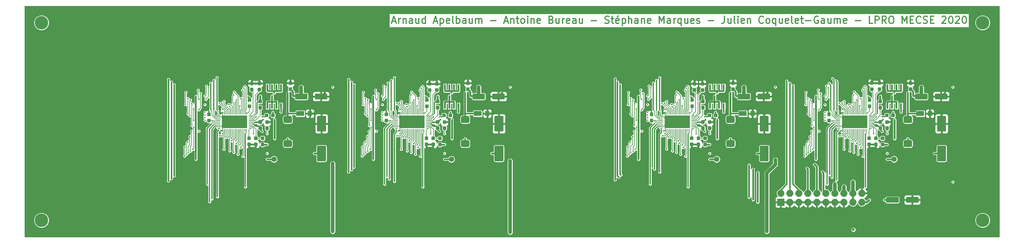
<source format=gbr>
%TF.GenerationSoftware,KiCad,Pcbnew,5.0.2-bee76a0~70~ubuntu18.04.1*%
%TF.CreationDate,2020-06-09T17:58:42+02:00*%
%TF.ProjectId,DemoNixie,44656d6f-4e69-4786-9965-2e6b69636164,rev?*%
%TF.SameCoordinates,Original*%
%TF.FileFunction,Copper,L1,Top*%
%TF.FilePolarity,Positive*%
%FSLAX46Y46*%
G04 Gerber Fmt 4.6, Leading zero omitted, Abs format (unit mm)*
G04 Created by KiCad (PCBNEW 5.0.2-bee76a0~70~ubuntu18.04.1) date mar. 09 juin 2020 17:58:42 CEST*
%MOMM*%
%LPD*%
G01*
G04 APERTURE LIST*
%ADD10C,0.300000*%
%ADD11R,2.200000X1.400000*%
%ADD12R,1.250000X1.400000*%
%ADD13R,0.148400X0.804800*%
%ADD14R,0.804800X0.148400*%
%ADD15R,7.230001X3.550000*%
%ADD16R,0.600000X1.550000*%
%ADD17C,1.500000*%
%ADD18C,0.020000*%
%ADD19C,0.950000*%
%ADD20C,2.000000*%
%ADD21C,2.500000*%
%ADD22C,1.600000*%
%ADD23O,2.000000X2.000000*%
%ADD24R,2.000000X2.000000*%
%ADD25C,3.800000*%
%ADD26C,0.450000*%
%ADD27C,0.800000*%
%ADD28C,0.200000*%
%ADD29C,0.400000*%
%ADD30C,0.500000*%
%ADD31C,0.150000*%
%ADD32C,1.000000*%
%ADD33C,0.254000*%
G04 APERTURE END LIST*
D10*
X203594907Y-82772336D02*
X204547288Y-82772336D01*
X203404431Y-83343764D02*
X204071097Y-81343764D01*
X204737764Y-83343764D01*
X205404431Y-83343764D02*
X205404431Y-82010431D01*
X205404431Y-82391383D02*
X205499669Y-82200907D01*
X205594907Y-82105669D01*
X205785383Y-82010431D01*
X205975859Y-82010431D01*
X206642526Y-82010431D02*
X206642526Y-83343764D01*
X206642526Y-82200907D02*
X206737764Y-82105669D01*
X206928240Y-82010431D01*
X207213955Y-82010431D01*
X207404431Y-82105669D01*
X207499669Y-82296145D01*
X207499669Y-83343764D01*
X209309193Y-83343764D02*
X209309193Y-82296145D01*
X209213955Y-82105669D01*
X209023478Y-82010431D01*
X208642526Y-82010431D01*
X208452050Y-82105669D01*
X209309193Y-83248526D02*
X209118716Y-83343764D01*
X208642526Y-83343764D01*
X208452050Y-83248526D01*
X208356812Y-83058050D01*
X208356812Y-82867574D01*
X208452050Y-82677098D01*
X208642526Y-82581860D01*
X209118716Y-82581860D01*
X209309193Y-82486622D01*
X211118716Y-82010431D02*
X211118716Y-83343764D01*
X210261574Y-82010431D02*
X210261574Y-83058050D01*
X210356812Y-83248526D01*
X210547288Y-83343764D01*
X210833002Y-83343764D01*
X211023478Y-83248526D01*
X211118716Y-83153288D01*
X212928240Y-83343764D02*
X212928240Y-81343764D01*
X212928240Y-83248526D02*
X212737764Y-83343764D01*
X212356812Y-83343764D01*
X212166335Y-83248526D01*
X212071097Y-83153288D01*
X211975859Y-82962812D01*
X211975859Y-82391383D01*
X212071097Y-82200907D01*
X212166335Y-82105669D01*
X212356812Y-82010431D01*
X212737764Y-82010431D01*
X212928240Y-82105669D01*
X215309193Y-82772336D02*
X216261574Y-82772336D01*
X215118716Y-83343764D02*
X215785383Y-81343764D01*
X216452050Y-83343764D01*
X217118716Y-82010431D02*
X217118716Y-84010431D01*
X217118716Y-82105669D02*
X217309193Y-82010431D01*
X217690145Y-82010431D01*
X217880621Y-82105669D01*
X217975859Y-82200907D01*
X218071097Y-82391383D01*
X218071097Y-82962812D01*
X217975859Y-83153288D01*
X217880621Y-83248526D01*
X217690145Y-83343764D01*
X217309193Y-83343764D01*
X217118716Y-83248526D01*
X219690145Y-83248526D02*
X219499669Y-83343764D01*
X219118716Y-83343764D01*
X218928240Y-83248526D01*
X218833002Y-83058050D01*
X218833002Y-82296145D01*
X218928240Y-82105669D01*
X219118716Y-82010431D01*
X219499669Y-82010431D01*
X219690145Y-82105669D01*
X219785383Y-82296145D01*
X219785383Y-82486622D01*
X218833002Y-82677098D01*
X220928240Y-83343764D02*
X220737764Y-83248526D01*
X220642526Y-83058050D01*
X220642526Y-81343764D01*
X221690145Y-83343764D02*
X221690145Y-81343764D01*
X221690145Y-82105669D02*
X221880621Y-82010431D01*
X222261574Y-82010431D01*
X222452050Y-82105669D01*
X222547288Y-82200907D01*
X222642526Y-82391383D01*
X222642526Y-82962812D01*
X222547288Y-83153288D01*
X222452050Y-83248526D01*
X222261574Y-83343764D01*
X221880621Y-83343764D01*
X221690145Y-83248526D01*
X224356812Y-83343764D02*
X224356812Y-82296145D01*
X224261574Y-82105669D01*
X224071097Y-82010431D01*
X223690145Y-82010431D01*
X223499669Y-82105669D01*
X224356812Y-83248526D02*
X224166335Y-83343764D01*
X223690145Y-83343764D01*
X223499669Y-83248526D01*
X223404431Y-83058050D01*
X223404431Y-82867574D01*
X223499669Y-82677098D01*
X223690145Y-82581860D01*
X224166335Y-82581860D01*
X224356812Y-82486622D01*
X226166335Y-82010431D02*
X226166335Y-83343764D01*
X225309193Y-82010431D02*
X225309193Y-83058050D01*
X225404431Y-83248526D01*
X225594907Y-83343764D01*
X225880621Y-83343764D01*
X226071097Y-83248526D01*
X226166335Y-83153288D01*
X227118716Y-83343764D02*
X227118716Y-82010431D01*
X227118716Y-82200907D02*
X227213955Y-82105669D01*
X227404431Y-82010431D01*
X227690145Y-82010431D01*
X227880621Y-82105669D01*
X227975859Y-82296145D01*
X227975859Y-83343764D01*
X227975859Y-82296145D02*
X228071097Y-82105669D01*
X228261574Y-82010431D01*
X228547288Y-82010431D01*
X228737764Y-82105669D01*
X228833002Y-82296145D01*
X228833002Y-83343764D01*
X231309193Y-82581860D02*
X232833002Y-82581860D01*
X235213955Y-82772336D02*
X236166335Y-82772336D01*
X235023478Y-83343764D02*
X235690145Y-81343764D01*
X236356812Y-83343764D01*
X237023478Y-82010431D02*
X237023478Y-83343764D01*
X237023478Y-82200907D02*
X237118716Y-82105669D01*
X237309193Y-82010431D01*
X237594907Y-82010431D01*
X237785383Y-82105669D01*
X237880621Y-82296145D01*
X237880621Y-83343764D01*
X238547288Y-82010431D02*
X239309193Y-82010431D01*
X238833002Y-81343764D02*
X238833002Y-83058050D01*
X238928240Y-83248526D01*
X239118716Y-83343764D01*
X239309193Y-83343764D01*
X240261574Y-83343764D02*
X240071097Y-83248526D01*
X239975859Y-83153288D01*
X239880621Y-82962812D01*
X239880621Y-82391383D01*
X239975859Y-82200907D01*
X240071097Y-82105669D01*
X240261574Y-82010431D01*
X240547288Y-82010431D01*
X240737764Y-82105669D01*
X240833002Y-82200907D01*
X240928240Y-82391383D01*
X240928240Y-82962812D01*
X240833002Y-83153288D01*
X240737764Y-83248526D01*
X240547288Y-83343764D01*
X240261574Y-83343764D01*
X241785383Y-83343764D02*
X241785383Y-82010431D01*
X241785383Y-81343764D02*
X241690145Y-81439003D01*
X241785383Y-81534241D01*
X241880621Y-81439003D01*
X241785383Y-81343764D01*
X241785383Y-81534241D01*
X242737764Y-82010431D02*
X242737764Y-83343764D01*
X242737764Y-82200907D02*
X242833002Y-82105669D01*
X243023478Y-82010431D01*
X243309193Y-82010431D01*
X243499669Y-82105669D01*
X243594907Y-82296145D01*
X243594907Y-83343764D01*
X245309193Y-83248526D02*
X245118716Y-83343764D01*
X244737764Y-83343764D01*
X244547288Y-83248526D01*
X244452050Y-83058050D01*
X244452050Y-82296145D01*
X244547288Y-82105669D01*
X244737764Y-82010431D01*
X245118716Y-82010431D01*
X245309193Y-82105669D01*
X245404431Y-82296145D01*
X245404431Y-82486622D01*
X244452050Y-82677098D01*
X248452050Y-82296145D02*
X248737764Y-82391383D01*
X248833002Y-82486622D01*
X248928240Y-82677098D01*
X248928240Y-82962812D01*
X248833002Y-83153288D01*
X248737764Y-83248526D01*
X248547288Y-83343764D01*
X247785383Y-83343764D01*
X247785383Y-81343764D01*
X248452050Y-81343764D01*
X248642526Y-81439003D01*
X248737764Y-81534241D01*
X248833002Y-81724717D01*
X248833002Y-81915193D01*
X248737764Y-82105669D01*
X248642526Y-82200907D01*
X248452050Y-82296145D01*
X247785383Y-82296145D01*
X250642526Y-82010431D02*
X250642526Y-83343764D01*
X249785383Y-82010431D02*
X249785383Y-83058050D01*
X249880621Y-83248526D01*
X250071097Y-83343764D01*
X250356812Y-83343764D01*
X250547288Y-83248526D01*
X250642526Y-83153288D01*
X251594907Y-83343764D02*
X251594907Y-82010431D01*
X251594907Y-82391383D02*
X251690145Y-82200907D01*
X251785383Y-82105669D01*
X251975859Y-82010431D01*
X252166335Y-82010431D01*
X253594907Y-83248526D02*
X253404431Y-83343764D01*
X253023478Y-83343764D01*
X252833002Y-83248526D01*
X252737764Y-83058050D01*
X252737764Y-82296145D01*
X252833002Y-82105669D01*
X253023478Y-82010431D01*
X253404431Y-82010431D01*
X253594907Y-82105669D01*
X253690145Y-82296145D01*
X253690145Y-82486622D01*
X252737764Y-82677098D01*
X255404431Y-83343764D02*
X255404431Y-82296145D01*
X255309193Y-82105669D01*
X255118716Y-82010431D01*
X254737764Y-82010431D01*
X254547288Y-82105669D01*
X255404431Y-83248526D02*
X255213955Y-83343764D01*
X254737764Y-83343764D01*
X254547288Y-83248526D01*
X254452050Y-83058050D01*
X254452050Y-82867574D01*
X254547288Y-82677098D01*
X254737764Y-82581860D01*
X255213955Y-82581860D01*
X255404431Y-82486622D01*
X257213955Y-82010431D02*
X257213955Y-83343764D01*
X256356812Y-82010431D02*
X256356812Y-83058050D01*
X256452050Y-83248526D01*
X256642526Y-83343764D01*
X256928240Y-83343764D01*
X257118716Y-83248526D01*
X257213955Y-83153288D01*
X259690145Y-82581860D02*
X261213955Y-82581860D01*
X263594907Y-83248526D02*
X263880621Y-83343764D01*
X264356812Y-83343764D01*
X264547288Y-83248526D01*
X264642526Y-83153288D01*
X264737764Y-82962812D01*
X264737764Y-82772336D01*
X264642526Y-82581860D01*
X264547288Y-82486622D01*
X264356812Y-82391383D01*
X263975859Y-82296145D01*
X263785383Y-82200907D01*
X263690145Y-82105669D01*
X263594907Y-81915193D01*
X263594907Y-81724717D01*
X263690145Y-81534241D01*
X263785383Y-81439003D01*
X263975859Y-81343764D01*
X264452050Y-81343764D01*
X264737764Y-81439003D01*
X265309193Y-82010431D02*
X266071097Y-82010431D01*
X265594907Y-81343764D02*
X265594907Y-83058050D01*
X265690145Y-83248526D01*
X265880621Y-83343764D01*
X266071097Y-83343764D01*
X267499669Y-83248526D02*
X267309193Y-83343764D01*
X266928240Y-83343764D01*
X266737764Y-83248526D01*
X266642526Y-83058050D01*
X266642526Y-82296145D01*
X266737764Y-82105669D01*
X266928240Y-82010431D01*
X267309193Y-82010431D01*
X267499669Y-82105669D01*
X267594907Y-82296145D01*
X267594907Y-82486622D01*
X266642526Y-82677098D01*
X267309193Y-81248526D02*
X267023478Y-81534241D01*
X268452050Y-82010431D02*
X268452050Y-84010431D01*
X268452050Y-82105669D02*
X268642526Y-82010431D01*
X269023478Y-82010431D01*
X269213955Y-82105669D01*
X269309193Y-82200907D01*
X269404431Y-82391383D01*
X269404431Y-82962812D01*
X269309193Y-83153288D01*
X269213955Y-83248526D01*
X269023478Y-83343764D01*
X268642526Y-83343764D01*
X268452050Y-83248526D01*
X270261574Y-83343764D02*
X270261574Y-81343764D01*
X271118716Y-83343764D02*
X271118716Y-82296145D01*
X271023478Y-82105669D01*
X270833002Y-82010431D01*
X270547288Y-82010431D01*
X270356812Y-82105669D01*
X270261574Y-82200907D01*
X272928240Y-83343764D02*
X272928240Y-82296145D01*
X272833002Y-82105669D01*
X272642526Y-82010431D01*
X272261574Y-82010431D01*
X272071097Y-82105669D01*
X272928240Y-83248526D02*
X272737764Y-83343764D01*
X272261574Y-83343764D01*
X272071097Y-83248526D01*
X271975859Y-83058050D01*
X271975859Y-82867574D01*
X272071097Y-82677098D01*
X272261574Y-82581860D01*
X272737764Y-82581860D01*
X272928240Y-82486622D01*
X273880621Y-82010431D02*
X273880621Y-83343764D01*
X273880621Y-82200907D02*
X273975859Y-82105669D01*
X274166335Y-82010431D01*
X274452050Y-82010431D01*
X274642526Y-82105669D01*
X274737764Y-82296145D01*
X274737764Y-83343764D01*
X276452050Y-83248526D02*
X276261574Y-83343764D01*
X275880621Y-83343764D01*
X275690145Y-83248526D01*
X275594907Y-83058050D01*
X275594907Y-82296145D01*
X275690145Y-82105669D01*
X275880621Y-82010431D01*
X276261574Y-82010431D01*
X276452050Y-82105669D01*
X276547288Y-82296145D01*
X276547288Y-82486622D01*
X275594907Y-82677098D01*
X278928240Y-83343764D02*
X278928240Y-81343764D01*
X279594907Y-82772336D01*
X280261574Y-81343764D01*
X280261574Y-83343764D01*
X282071097Y-83343764D02*
X282071097Y-82296145D01*
X281975859Y-82105669D01*
X281785383Y-82010431D01*
X281404431Y-82010431D01*
X281213955Y-82105669D01*
X282071097Y-83248526D02*
X281880621Y-83343764D01*
X281404431Y-83343764D01*
X281213955Y-83248526D01*
X281118716Y-83058050D01*
X281118716Y-82867574D01*
X281213955Y-82677098D01*
X281404431Y-82581860D01*
X281880621Y-82581860D01*
X282071097Y-82486622D01*
X283023478Y-83343764D02*
X283023478Y-82010431D01*
X283023478Y-82391383D02*
X283118716Y-82200907D01*
X283213955Y-82105669D01*
X283404431Y-82010431D01*
X283594907Y-82010431D01*
X285118716Y-82010431D02*
X285118716Y-84010431D01*
X285118716Y-83248526D02*
X284928240Y-83343764D01*
X284547288Y-83343764D01*
X284356812Y-83248526D01*
X284261574Y-83153288D01*
X284166335Y-82962812D01*
X284166335Y-82391383D01*
X284261574Y-82200907D01*
X284356812Y-82105669D01*
X284547288Y-82010431D01*
X284928240Y-82010431D01*
X285118716Y-82105669D01*
X286928240Y-82010431D02*
X286928240Y-83343764D01*
X286071097Y-82010431D02*
X286071097Y-83058050D01*
X286166335Y-83248526D01*
X286356812Y-83343764D01*
X286642526Y-83343764D01*
X286833002Y-83248526D01*
X286928240Y-83153288D01*
X288642526Y-83248526D02*
X288452050Y-83343764D01*
X288071097Y-83343764D01*
X287880621Y-83248526D01*
X287785383Y-83058050D01*
X287785383Y-82296145D01*
X287880621Y-82105669D01*
X288071097Y-82010431D01*
X288452050Y-82010431D01*
X288642526Y-82105669D01*
X288737764Y-82296145D01*
X288737764Y-82486622D01*
X287785383Y-82677098D01*
X289499669Y-83248526D02*
X289690145Y-83343764D01*
X290071097Y-83343764D01*
X290261574Y-83248526D01*
X290356812Y-83058050D01*
X290356812Y-82962812D01*
X290261574Y-82772336D01*
X290071097Y-82677098D01*
X289785383Y-82677098D01*
X289594907Y-82581860D01*
X289499669Y-82391383D01*
X289499669Y-82296145D01*
X289594907Y-82105669D01*
X289785383Y-82010431D01*
X290071097Y-82010431D01*
X290261574Y-82105669D01*
X292737764Y-82581860D02*
X294261574Y-82581860D01*
X297309193Y-81343764D02*
X297309193Y-82772336D01*
X297213954Y-83058050D01*
X297023478Y-83248526D01*
X296737764Y-83343764D01*
X296547288Y-83343764D01*
X299118716Y-82010431D02*
X299118716Y-83343764D01*
X298261574Y-82010431D02*
X298261574Y-83058050D01*
X298356812Y-83248526D01*
X298547288Y-83343764D01*
X298833002Y-83343764D01*
X299023478Y-83248526D01*
X299118716Y-83153288D01*
X300356812Y-83343764D02*
X300166335Y-83248526D01*
X300071097Y-83058050D01*
X300071097Y-81343764D01*
X301118716Y-83343764D02*
X301118716Y-82010431D01*
X301118716Y-81343764D02*
X301023478Y-81439003D01*
X301118716Y-81534241D01*
X301213954Y-81439003D01*
X301118716Y-81343764D01*
X301118716Y-81534241D01*
X302833002Y-83248526D02*
X302642526Y-83343764D01*
X302261574Y-83343764D01*
X302071097Y-83248526D01*
X301975859Y-83058050D01*
X301975859Y-82296145D01*
X302071097Y-82105669D01*
X302261574Y-82010431D01*
X302642526Y-82010431D01*
X302833002Y-82105669D01*
X302928240Y-82296145D01*
X302928240Y-82486622D01*
X301975859Y-82677098D01*
X303785383Y-82010431D02*
X303785383Y-83343764D01*
X303785383Y-82200907D02*
X303880621Y-82105669D01*
X304071097Y-82010431D01*
X304356812Y-82010431D01*
X304547288Y-82105669D01*
X304642526Y-82296145D01*
X304642526Y-83343764D01*
X308261574Y-83153288D02*
X308166335Y-83248526D01*
X307880621Y-83343764D01*
X307690145Y-83343764D01*
X307404431Y-83248526D01*
X307213954Y-83058050D01*
X307118716Y-82867574D01*
X307023478Y-82486622D01*
X307023478Y-82200907D01*
X307118716Y-81819955D01*
X307213954Y-81629479D01*
X307404431Y-81439003D01*
X307690145Y-81343764D01*
X307880621Y-81343764D01*
X308166335Y-81439003D01*
X308261574Y-81534241D01*
X309404431Y-83343764D02*
X309213954Y-83248526D01*
X309118716Y-83153288D01*
X309023478Y-82962812D01*
X309023478Y-82391383D01*
X309118716Y-82200907D01*
X309213954Y-82105669D01*
X309404431Y-82010431D01*
X309690145Y-82010431D01*
X309880621Y-82105669D01*
X309975859Y-82200907D01*
X310071097Y-82391383D01*
X310071097Y-82962812D01*
X309975859Y-83153288D01*
X309880621Y-83248526D01*
X309690145Y-83343764D01*
X309404431Y-83343764D01*
X311785383Y-82010431D02*
X311785383Y-84010431D01*
X311785383Y-83248526D02*
X311594907Y-83343764D01*
X311213954Y-83343764D01*
X311023478Y-83248526D01*
X310928240Y-83153288D01*
X310833002Y-82962812D01*
X310833002Y-82391383D01*
X310928240Y-82200907D01*
X311023478Y-82105669D01*
X311213954Y-82010431D01*
X311594907Y-82010431D01*
X311785383Y-82105669D01*
X313594907Y-82010431D02*
X313594907Y-83343764D01*
X312737764Y-82010431D02*
X312737764Y-83058050D01*
X312833002Y-83248526D01*
X313023478Y-83343764D01*
X313309193Y-83343764D01*
X313499669Y-83248526D01*
X313594907Y-83153288D01*
X315309193Y-83248526D02*
X315118716Y-83343764D01*
X314737764Y-83343764D01*
X314547288Y-83248526D01*
X314452050Y-83058050D01*
X314452050Y-82296145D01*
X314547288Y-82105669D01*
X314737764Y-82010431D01*
X315118716Y-82010431D01*
X315309193Y-82105669D01*
X315404431Y-82296145D01*
X315404431Y-82486622D01*
X314452050Y-82677098D01*
X316547288Y-83343764D02*
X316356812Y-83248526D01*
X316261574Y-83058050D01*
X316261574Y-81343764D01*
X318071097Y-83248526D02*
X317880621Y-83343764D01*
X317499669Y-83343764D01*
X317309193Y-83248526D01*
X317213954Y-83058050D01*
X317213954Y-82296145D01*
X317309193Y-82105669D01*
X317499669Y-82010431D01*
X317880621Y-82010431D01*
X318071097Y-82105669D01*
X318166335Y-82296145D01*
X318166335Y-82486622D01*
X317213954Y-82677098D01*
X318737764Y-82010431D02*
X319499669Y-82010431D01*
X319023478Y-81343764D02*
X319023478Y-83058050D01*
X319118716Y-83248526D01*
X319309193Y-83343764D01*
X319499669Y-83343764D01*
X320166335Y-82581860D02*
X321690145Y-82581860D01*
X323690145Y-81439003D02*
X323499669Y-81343764D01*
X323213954Y-81343764D01*
X322928240Y-81439003D01*
X322737764Y-81629479D01*
X322642526Y-81819955D01*
X322547288Y-82200907D01*
X322547288Y-82486622D01*
X322642526Y-82867574D01*
X322737764Y-83058050D01*
X322928240Y-83248526D01*
X323213954Y-83343764D01*
X323404431Y-83343764D01*
X323690145Y-83248526D01*
X323785383Y-83153288D01*
X323785383Y-82486622D01*
X323404431Y-82486622D01*
X325499669Y-83343764D02*
X325499669Y-82296145D01*
X325404431Y-82105669D01*
X325213954Y-82010431D01*
X324833002Y-82010431D01*
X324642526Y-82105669D01*
X325499669Y-83248526D02*
X325309193Y-83343764D01*
X324833002Y-83343764D01*
X324642526Y-83248526D01*
X324547288Y-83058050D01*
X324547288Y-82867574D01*
X324642526Y-82677098D01*
X324833002Y-82581860D01*
X325309193Y-82581860D01*
X325499669Y-82486622D01*
X327309193Y-82010431D02*
X327309193Y-83343764D01*
X326452050Y-82010431D02*
X326452050Y-83058050D01*
X326547288Y-83248526D01*
X326737764Y-83343764D01*
X327023478Y-83343764D01*
X327213954Y-83248526D01*
X327309193Y-83153288D01*
X328261574Y-83343764D02*
X328261574Y-82010431D01*
X328261574Y-82200907D02*
X328356812Y-82105669D01*
X328547288Y-82010431D01*
X328833002Y-82010431D01*
X329023478Y-82105669D01*
X329118716Y-82296145D01*
X329118716Y-83343764D01*
X329118716Y-82296145D02*
X329213954Y-82105669D01*
X329404431Y-82010431D01*
X329690145Y-82010431D01*
X329880621Y-82105669D01*
X329975859Y-82296145D01*
X329975859Y-83343764D01*
X331690145Y-83248526D02*
X331499669Y-83343764D01*
X331118716Y-83343764D01*
X330928240Y-83248526D01*
X330833002Y-83058050D01*
X330833002Y-82296145D01*
X330928240Y-82105669D01*
X331118716Y-82010431D01*
X331499669Y-82010431D01*
X331690145Y-82105669D01*
X331785383Y-82296145D01*
X331785383Y-82486622D01*
X330833002Y-82677098D01*
X334166335Y-82581860D02*
X335690145Y-82581860D01*
X339118716Y-83343764D02*
X338166335Y-83343764D01*
X338166335Y-81343764D01*
X339785383Y-83343764D02*
X339785383Y-81343764D01*
X340547288Y-81343764D01*
X340737764Y-81439003D01*
X340833002Y-81534241D01*
X340928240Y-81724717D01*
X340928240Y-82010431D01*
X340833002Y-82200907D01*
X340737764Y-82296145D01*
X340547288Y-82391383D01*
X339785383Y-82391383D01*
X342928240Y-83343764D02*
X342261574Y-82391383D01*
X341785383Y-83343764D02*
X341785383Y-81343764D01*
X342547288Y-81343764D01*
X342737764Y-81439003D01*
X342833002Y-81534241D01*
X342928240Y-81724717D01*
X342928240Y-82010431D01*
X342833002Y-82200907D01*
X342737764Y-82296145D01*
X342547288Y-82391383D01*
X341785383Y-82391383D01*
X344166335Y-81343764D02*
X344547288Y-81343764D01*
X344737764Y-81439003D01*
X344928240Y-81629479D01*
X345023478Y-82010431D01*
X345023478Y-82677098D01*
X344928240Y-83058050D01*
X344737764Y-83248526D01*
X344547288Y-83343764D01*
X344166335Y-83343764D01*
X343975859Y-83248526D01*
X343785383Y-83058050D01*
X343690145Y-82677098D01*
X343690145Y-82010431D01*
X343785383Y-81629479D01*
X343975859Y-81439003D01*
X344166335Y-81343764D01*
X347404431Y-83343764D02*
X347404431Y-81343764D01*
X348071097Y-82772336D01*
X348737764Y-81343764D01*
X348737764Y-83343764D01*
X349690145Y-82296145D02*
X350356812Y-82296145D01*
X350642526Y-83343764D02*
X349690145Y-83343764D01*
X349690145Y-81343764D01*
X350642526Y-81343764D01*
X352642526Y-83153288D02*
X352547288Y-83248526D01*
X352261574Y-83343764D01*
X352071097Y-83343764D01*
X351785383Y-83248526D01*
X351594907Y-83058050D01*
X351499669Y-82867574D01*
X351404431Y-82486622D01*
X351404431Y-82200907D01*
X351499669Y-81819955D01*
X351594907Y-81629479D01*
X351785383Y-81439003D01*
X352071097Y-81343764D01*
X352261574Y-81343764D01*
X352547288Y-81439003D01*
X352642526Y-81534241D01*
X353404431Y-83248526D02*
X353690145Y-83343764D01*
X354166335Y-83343764D01*
X354356812Y-83248526D01*
X354452050Y-83153288D01*
X354547288Y-82962812D01*
X354547288Y-82772336D01*
X354452050Y-82581860D01*
X354356812Y-82486622D01*
X354166335Y-82391383D01*
X353785383Y-82296145D01*
X353594907Y-82200907D01*
X353499669Y-82105669D01*
X353404431Y-81915193D01*
X353404431Y-81724717D01*
X353499669Y-81534241D01*
X353594907Y-81439003D01*
X353785383Y-81343764D01*
X354261574Y-81343764D01*
X354547288Y-81439003D01*
X355404431Y-82296145D02*
X356071097Y-82296145D01*
X356356812Y-83343764D02*
X355404431Y-83343764D01*
X355404431Y-81343764D01*
X356356812Y-81343764D01*
X358642526Y-81534241D02*
X358737764Y-81439003D01*
X358928240Y-81343764D01*
X359404431Y-81343764D01*
X359594907Y-81439003D01*
X359690145Y-81534241D01*
X359785383Y-81724717D01*
X359785383Y-81915193D01*
X359690145Y-82200907D01*
X358547288Y-83343764D01*
X359785383Y-83343764D01*
X361023478Y-81343764D02*
X361213955Y-81343764D01*
X361404431Y-81439003D01*
X361499669Y-81534241D01*
X361594907Y-81724717D01*
X361690145Y-82105669D01*
X361690145Y-82581860D01*
X361594907Y-82962812D01*
X361499669Y-83153288D01*
X361404431Y-83248526D01*
X361213955Y-83343764D01*
X361023478Y-83343764D01*
X360833002Y-83248526D01*
X360737764Y-83153288D01*
X360642526Y-82962812D01*
X360547288Y-82581860D01*
X360547288Y-82105669D01*
X360642526Y-81724717D01*
X360737764Y-81534241D01*
X360833002Y-81439003D01*
X361023478Y-81343764D01*
X362452050Y-81534241D02*
X362547288Y-81439003D01*
X362737764Y-81343764D01*
X363213955Y-81343764D01*
X363404431Y-81439003D01*
X363499669Y-81534241D01*
X363594907Y-81724717D01*
X363594907Y-81915193D01*
X363499669Y-82200907D01*
X362356812Y-83343764D01*
X363594907Y-83343764D01*
X364833002Y-81343764D02*
X365023478Y-81343764D01*
X365213955Y-81439003D01*
X365309193Y-81534241D01*
X365404431Y-81724717D01*
X365499669Y-82105669D01*
X365499669Y-82581860D01*
X365404431Y-82962812D01*
X365309193Y-83153288D01*
X365213955Y-83248526D01*
X365023478Y-83343764D01*
X364833002Y-83343764D01*
X364642526Y-83248526D01*
X364547288Y-83153288D01*
X364452050Y-82962812D01*
X364356812Y-82581860D01*
X364356812Y-82105669D01*
X364452050Y-81724717D01*
X364547288Y-81534241D01*
X364642526Y-81439003D01*
X364833002Y-81343764D01*
D11*
X177630000Y-108872201D03*
D12*
X180355000Y-108872201D03*
D13*
X162509401Y-108736600D03*
X162109399Y-108736600D03*
X161709400Y-108736600D03*
X161309401Y-108736600D03*
X160909399Y-108736600D03*
X160509400Y-108736600D03*
X160109401Y-108736600D03*
X159709399Y-108736600D03*
X159309400Y-108736600D03*
X158909400Y-108736600D03*
X158509401Y-108736600D03*
X158109399Y-108736600D03*
X157709400Y-108736600D03*
X157309401Y-108736600D03*
X156909399Y-108736600D03*
X156509400Y-108736600D03*
X156109401Y-108736600D03*
X155709399Y-108736600D03*
D14*
X154656998Y-109389001D03*
X154656998Y-109789000D03*
X154656998Y-110188999D03*
X154656998Y-110589001D03*
X154656998Y-110989000D03*
X154656998Y-111389000D03*
X154656998Y-111788999D03*
X154656998Y-112189001D03*
X154656998Y-112589000D03*
X154656998Y-112988999D03*
D13*
X155709399Y-113641400D03*
X156109401Y-113641400D03*
X156509400Y-113641400D03*
X156909399Y-113641400D03*
X157309401Y-113641400D03*
X157709400Y-113641400D03*
X158109399Y-113641400D03*
X158509399Y-113641400D03*
X158909400Y-113641400D03*
X159309400Y-113641400D03*
X159709399Y-113641400D03*
X160109401Y-113641400D03*
X160509400Y-113641400D03*
X160909399Y-113641400D03*
X161309401Y-113641400D03*
X161709400Y-113641400D03*
X162109399Y-113641400D03*
X162509398Y-113641400D03*
D14*
X163561802Y-112988999D03*
X163561802Y-112589000D03*
X163561802Y-112189001D03*
X163561802Y-111788999D03*
X163561802Y-111389000D03*
X163561802Y-110989000D03*
X163561802Y-110589001D03*
X163561802Y-110188999D03*
X163561802Y-109789000D03*
X163561802Y-109389001D03*
D15*
X159109400Y-111189000D03*
D16*
X168402000Y-101346201D03*
X169672000Y-101346201D03*
X170942000Y-101346201D03*
X172212000Y-101346201D03*
X172212000Y-106746201D03*
X170942000Y-106746201D03*
X169672000Y-106746201D03*
X168402000Y-106746201D03*
D17*
X220269798Y-121802998D03*
D18*
G36*
X216668779Y-106650144D02*
X216691834Y-106653563D01*
X216714443Y-106659227D01*
X216736387Y-106667079D01*
X216757457Y-106677044D01*
X216777448Y-106689026D01*
X216796168Y-106702910D01*
X216813438Y-106718562D01*
X216829090Y-106735832D01*
X216842974Y-106754552D01*
X216854956Y-106774543D01*
X216864921Y-106795613D01*
X216872773Y-106817557D01*
X216878437Y-106840166D01*
X216881856Y-106863221D01*
X216883000Y-106886500D01*
X216883000Y-107461500D01*
X216881856Y-107484779D01*
X216878437Y-107507834D01*
X216872773Y-107530443D01*
X216864921Y-107552387D01*
X216854956Y-107573457D01*
X216842974Y-107593448D01*
X216829090Y-107612168D01*
X216813438Y-107629438D01*
X216796168Y-107645090D01*
X216777448Y-107658974D01*
X216757457Y-107670956D01*
X216736387Y-107680921D01*
X216714443Y-107688773D01*
X216691834Y-107694437D01*
X216668779Y-107697856D01*
X216645500Y-107699000D01*
X216170500Y-107699000D01*
X216147221Y-107697856D01*
X216124166Y-107694437D01*
X216101557Y-107688773D01*
X216079613Y-107680921D01*
X216058543Y-107670956D01*
X216038552Y-107658974D01*
X216019832Y-107645090D01*
X216002562Y-107629438D01*
X215986910Y-107612168D01*
X215973026Y-107593448D01*
X215961044Y-107573457D01*
X215951079Y-107552387D01*
X215943227Y-107530443D01*
X215937563Y-107507834D01*
X215934144Y-107484779D01*
X215933000Y-107461500D01*
X215933000Y-106886500D01*
X215934144Y-106863221D01*
X215937563Y-106840166D01*
X215943227Y-106817557D01*
X215951079Y-106795613D01*
X215961044Y-106774543D01*
X215973026Y-106754552D01*
X215986910Y-106735832D01*
X216002562Y-106718562D01*
X216019832Y-106702910D01*
X216038552Y-106689026D01*
X216058543Y-106677044D01*
X216079613Y-106667079D01*
X216101557Y-106659227D01*
X216124166Y-106653563D01*
X216147221Y-106650144D01*
X216170500Y-106649000D01*
X216645500Y-106649000D01*
X216668779Y-106650144D01*
X216668779Y-106650144D01*
G37*
D19*
X216408000Y-107174000D03*
D18*
G36*
X216668779Y-104900144D02*
X216691834Y-104903563D01*
X216714443Y-104909227D01*
X216736387Y-104917079D01*
X216757457Y-104927044D01*
X216777448Y-104939026D01*
X216796168Y-104952910D01*
X216813438Y-104968562D01*
X216829090Y-104985832D01*
X216842974Y-105004552D01*
X216854956Y-105024543D01*
X216864921Y-105045613D01*
X216872773Y-105067557D01*
X216878437Y-105090166D01*
X216881856Y-105113221D01*
X216883000Y-105136500D01*
X216883000Y-105711500D01*
X216881856Y-105734779D01*
X216878437Y-105757834D01*
X216872773Y-105780443D01*
X216864921Y-105802387D01*
X216854956Y-105823457D01*
X216842974Y-105843448D01*
X216829090Y-105862168D01*
X216813438Y-105879438D01*
X216796168Y-105895090D01*
X216777448Y-105908974D01*
X216757457Y-105920956D01*
X216736387Y-105930921D01*
X216714443Y-105938773D01*
X216691834Y-105944437D01*
X216668779Y-105947856D01*
X216645500Y-105949000D01*
X216170500Y-105949000D01*
X216147221Y-105947856D01*
X216124166Y-105944437D01*
X216101557Y-105938773D01*
X216079613Y-105930921D01*
X216058543Y-105920956D01*
X216038552Y-105908974D01*
X216019832Y-105895090D01*
X216002562Y-105879438D01*
X215986910Y-105862168D01*
X215973026Y-105843448D01*
X215961044Y-105823457D01*
X215951079Y-105802387D01*
X215943227Y-105780443D01*
X215937563Y-105757834D01*
X215934144Y-105734779D01*
X215933000Y-105711500D01*
X215933000Y-105136500D01*
X215934144Y-105113221D01*
X215937563Y-105090166D01*
X215943227Y-105067557D01*
X215951079Y-105045613D01*
X215961044Y-105024543D01*
X215973026Y-105004552D01*
X215986910Y-104985832D01*
X216002562Y-104968562D01*
X216019832Y-104952910D01*
X216038552Y-104939026D01*
X216058543Y-104927044D01*
X216079613Y-104917079D01*
X216101557Y-104909227D01*
X216124166Y-104903563D01*
X216147221Y-104900144D01*
X216170500Y-104899000D01*
X216645500Y-104899000D01*
X216668779Y-104900144D01*
X216668779Y-104900144D01*
G37*
D19*
X216408000Y-105424000D03*
D18*
G36*
X215398779Y-115333345D02*
X215421834Y-115336764D01*
X215444443Y-115342428D01*
X215466387Y-115350280D01*
X215487457Y-115360245D01*
X215507448Y-115372227D01*
X215526168Y-115386111D01*
X215543438Y-115401763D01*
X215559090Y-115419033D01*
X215572974Y-115437753D01*
X215584956Y-115457744D01*
X215594921Y-115478814D01*
X215602773Y-115500758D01*
X215608437Y-115523367D01*
X215611856Y-115546422D01*
X215613000Y-115569701D01*
X215613000Y-116144701D01*
X215611856Y-116167980D01*
X215608437Y-116191035D01*
X215602773Y-116213644D01*
X215594921Y-116235588D01*
X215584956Y-116256658D01*
X215572974Y-116276649D01*
X215559090Y-116295369D01*
X215543438Y-116312639D01*
X215526168Y-116328291D01*
X215507448Y-116342175D01*
X215487457Y-116354157D01*
X215466387Y-116364122D01*
X215444443Y-116371974D01*
X215421834Y-116377638D01*
X215398779Y-116381057D01*
X215375500Y-116382201D01*
X214900500Y-116382201D01*
X214877221Y-116381057D01*
X214854166Y-116377638D01*
X214831557Y-116371974D01*
X214809613Y-116364122D01*
X214788543Y-116354157D01*
X214768552Y-116342175D01*
X214749832Y-116328291D01*
X214732562Y-116312639D01*
X214716910Y-116295369D01*
X214703026Y-116276649D01*
X214691044Y-116256658D01*
X214681079Y-116235588D01*
X214673227Y-116213644D01*
X214667563Y-116191035D01*
X214664144Y-116167980D01*
X214663000Y-116144701D01*
X214663000Y-115569701D01*
X214664144Y-115546422D01*
X214667563Y-115523367D01*
X214673227Y-115500758D01*
X214681079Y-115478814D01*
X214691044Y-115457744D01*
X214703026Y-115437753D01*
X214716910Y-115419033D01*
X214732562Y-115401763D01*
X214749832Y-115386111D01*
X214768552Y-115372227D01*
X214788543Y-115360245D01*
X214809613Y-115350280D01*
X214831557Y-115342428D01*
X214854166Y-115336764D01*
X214877221Y-115333345D01*
X214900500Y-115332201D01*
X215375500Y-115332201D01*
X215398779Y-115333345D01*
X215398779Y-115333345D01*
G37*
D19*
X215138000Y-115857201D03*
D18*
G36*
X215398779Y-117083345D02*
X215421834Y-117086764D01*
X215444443Y-117092428D01*
X215466387Y-117100280D01*
X215487457Y-117110245D01*
X215507448Y-117122227D01*
X215526168Y-117136111D01*
X215543438Y-117151763D01*
X215559090Y-117169033D01*
X215572974Y-117187753D01*
X215584956Y-117207744D01*
X215594921Y-117228814D01*
X215602773Y-117250758D01*
X215608437Y-117273367D01*
X215611856Y-117296422D01*
X215613000Y-117319701D01*
X215613000Y-117894701D01*
X215611856Y-117917980D01*
X215608437Y-117941035D01*
X215602773Y-117963644D01*
X215594921Y-117985588D01*
X215584956Y-118006658D01*
X215572974Y-118026649D01*
X215559090Y-118045369D01*
X215543438Y-118062639D01*
X215526168Y-118078291D01*
X215507448Y-118092175D01*
X215487457Y-118104157D01*
X215466387Y-118114122D01*
X215444443Y-118121974D01*
X215421834Y-118127638D01*
X215398779Y-118131057D01*
X215375500Y-118132201D01*
X214900500Y-118132201D01*
X214877221Y-118131057D01*
X214854166Y-118127638D01*
X214831557Y-118121974D01*
X214809613Y-118114122D01*
X214788543Y-118104157D01*
X214768552Y-118092175D01*
X214749832Y-118078291D01*
X214732562Y-118062639D01*
X214716910Y-118045369D01*
X214703026Y-118026649D01*
X214691044Y-118006658D01*
X214681079Y-117985588D01*
X214673227Y-117963644D01*
X214667563Y-117941035D01*
X214664144Y-117917980D01*
X214663000Y-117894701D01*
X214663000Y-117319701D01*
X214664144Y-117296422D01*
X214667563Y-117273367D01*
X214673227Y-117250758D01*
X214681079Y-117228814D01*
X214691044Y-117207744D01*
X214703026Y-117187753D01*
X214716910Y-117169033D01*
X214732562Y-117151763D01*
X214749832Y-117136111D01*
X214768552Y-117122227D01*
X214788543Y-117110245D01*
X214809613Y-117100280D01*
X214831557Y-117092428D01*
X214854166Y-117086764D01*
X214877221Y-117083345D01*
X214900500Y-117082201D01*
X215375500Y-117082201D01*
X215398779Y-117083345D01*
X215398779Y-117083345D01*
G37*
D19*
X215138000Y-117607201D03*
D12*
X230393000Y-108872201D03*
D11*
X227668000Y-108872201D03*
D18*
G36*
X218573779Y-110742144D02*
X218596834Y-110745563D01*
X218619443Y-110751227D01*
X218641387Y-110759079D01*
X218662457Y-110769044D01*
X218682448Y-110781026D01*
X218701168Y-110794910D01*
X218718438Y-110810562D01*
X218734090Y-110827832D01*
X218747974Y-110846552D01*
X218759956Y-110866543D01*
X218769921Y-110887613D01*
X218777773Y-110909557D01*
X218783437Y-110932166D01*
X218786856Y-110955221D01*
X218788000Y-110978500D01*
X218788000Y-111553500D01*
X218786856Y-111576779D01*
X218783437Y-111599834D01*
X218777773Y-111622443D01*
X218769921Y-111644387D01*
X218759956Y-111665457D01*
X218747974Y-111685448D01*
X218734090Y-111704168D01*
X218718438Y-111721438D01*
X218701168Y-111737090D01*
X218682448Y-111750974D01*
X218662457Y-111762956D01*
X218641387Y-111772921D01*
X218619443Y-111780773D01*
X218596834Y-111786437D01*
X218573779Y-111789856D01*
X218550500Y-111791000D01*
X218075500Y-111791000D01*
X218052221Y-111789856D01*
X218029166Y-111786437D01*
X218006557Y-111780773D01*
X217984613Y-111772921D01*
X217963543Y-111762956D01*
X217943552Y-111750974D01*
X217924832Y-111737090D01*
X217907562Y-111721438D01*
X217891910Y-111704168D01*
X217878026Y-111685448D01*
X217866044Y-111665457D01*
X217856079Y-111644387D01*
X217848227Y-111622443D01*
X217842563Y-111599834D01*
X217839144Y-111576779D01*
X217838000Y-111553500D01*
X217838000Y-110978500D01*
X217839144Y-110955221D01*
X217842563Y-110932166D01*
X217848227Y-110909557D01*
X217856079Y-110887613D01*
X217866044Y-110866543D01*
X217878026Y-110846552D01*
X217891910Y-110827832D01*
X217907562Y-110810562D01*
X217924832Y-110794910D01*
X217943552Y-110781026D01*
X217963543Y-110769044D01*
X217984613Y-110759079D01*
X218006557Y-110751227D01*
X218029166Y-110745563D01*
X218052221Y-110742144D01*
X218075500Y-110741000D01*
X218550500Y-110741000D01*
X218573779Y-110742144D01*
X218573779Y-110742144D01*
G37*
D19*
X218313000Y-111266000D03*
D18*
G36*
X218573779Y-112492144D02*
X218596834Y-112495563D01*
X218619443Y-112501227D01*
X218641387Y-112509079D01*
X218662457Y-112519044D01*
X218682448Y-112531026D01*
X218701168Y-112544910D01*
X218718438Y-112560562D01*
X218734090Y-112577832D01*
X218747974Y-112596552D01*
X218759956Y-112616543D01*
X218769921Y-112637613D01*
X218777773Y-112659557D01*
X218783437Y-112682166D01*
X218786856Y-112705221D01*
X218788000Y-112728500D01*
X218788000Y-113303500D01*
X218786856Y-113326779D01*
X218783437Y-113349834D01*
X218777773Y-113372443D01*
X218769921Y-113394387D01*
X218759956Y-113415457D01*
X218747974Y-113435448D01*
X218734090Y-113454168D01*
X218718438Y-113471438D01*
X218701168Y-113487090D01*
X218682448Y-113500974D01*
X218662457Y-113512956D01*
X218641387Y-113522921D01*
X218619443Y-113530773D01*
X218596834Y-113536437D01*
X218573779Y-113539856D01*
X218550500Y-113541000D01*
X218075500Y-113541000D01*
X218052221Y-113539856D01*
X218029166Y-113536437D01*
X218006557Y-113530773D01*
X217984613Y-113522921D01*
X217963543Y-113512956D01*
X217943552Y-113500974D01*
X217924832Y-113487090D01*
X217907562Y-113471438D01*
X217891910Y-113454168D01*
X217878026Y-113435448D01*
X217866044Y-113415457D01*
X217856079Y-113394387D01*
X217848227Y-113372443D01*
X217842563Y-113349834D01*
X217839144Y-113326779D01*
X217838000Y-113303500D01*
X217838000Y-112728500D01*
X217839144Y-112705221D01*
X217842563Y-112682166D01*
X217848227Y-112659557D01*
X217856079Y-112637613D01*
X217866044Y-112616543D01*
X217878026Y-112596552D01*
X217891910Y-112577832D01*
X217907562Y-112560562D01*
X217924832Y-112544910D01*
X217943552Y-112531026D01*
X217963543Y-112519044D01*
X217984613Y-112509079D01*
X218006557Y-112501227D01*
X218029166Y-112495563D01*
X218052221Y-112492144D01*
X218075500Y-112491000D01*
X218550500Y-112491000D01*
X218573779Y-112492144D01*
X218573779Y-112492144D01*
G37*
D19*
X218313000Y-113016000D03*
D18*
G36*
X152152779Y-110319144D02*
X152175834Y-110322563D01*
X152198443Y-110328227D01*
X152220387Y-110336079D01*
X152241457Y-110346044D01*
X152261448Y-110358026D01*
X152280168Y-110371910D01*
X152297438Y-110387562D01*
X152313090Y-110404832D01*
X152326974Y-110423552D01*
X152338956Y-110443543D01*
X152348921Y-110464613D01*
X152356773Y-110486557D01*
X152362437Y-110509166D01*
X152365856Y-110532221D01*
X152367000Y-110555500D01*
X152367000Y-111130500D01*
X152365856Y-111153779D01*
X152362437Y-111176834D01*
X152356773Y-111199443D01*
X152348921Y-111221387D01*
X152338956Y-111242457D01*
X152326974Y-111262448D01*
X152313090Y-111281168D01*
X152297438Y-111298438D01*
X152280168Y-111314090D01*
X152261448Y-111327974D01*
X152241457Y-111339956D01*
X152220387Y-111349921D01*
X152198443Y-111357773D01*
X152175834Y-111363437D01*
X152152779Y-111366856D01*
X152129500Y-111368000D01*
X151654500Y-111368000D01*
X151631221Y-111366856D01*
X151608166Y-111363437D01*
X151585557Y-111357773D01*
X151563613Y-111349921D01*
X151542543Y-111339956D01*
X151522552Y-111327974D01*
X151503832Y-111314090D01*
X151486562Y-111298438D01*
X151470910Y-111281168D01*
X151457026Y-111262448D01*
X151445044Y-111242457D01*
X151435079Y-111221387D01*
X151427227Y-111199443D01*
X151421563Y-111176834D01*
X151418144Y-111153779D01*
X151417000Y-111130500D01*
X151417000Y-110555500D01*
X151418144Y-110532221D01*
X151421563Y-110509166D01*
X151427227Y-110486557D01*
X151435079Y-110464613D01*
X151445044Y-110443543D01*
X151457026Y-110423552D01*
X151470910Y-110404832D01*
X151486562Y-110387562D01*
X151503832Y-110371910D01*
X151522552Y-110358026D01*
X151542543Y-110346044D01*
X151563613Y-110336079D01*
X151585557Y-110328227D01*
X151608166Y-110322563D01*
X151631221Y-110319144D01*
X151654500Y-110318000D01*
X152129500Y-110318000D01*
X152152779Y-110319144D01*
X152152779Y-110319144D01*
G37*
D19*
X151892000Y-110843000D03*
D18*
G36*
X152152779Y-108569144D02*
X152175834Y-108572563D01*
X152198443Y-108578227D01*
X152220387Y-108586079D01*
X152241457Y-108596044D01*
X152261448Y-108608026D01*
X152280168Y-108621910D01*
X152297438Y-108637562D01*
X152313090Y-108654832D01*
X152326974Y-108673552D01*
X152338956Y-108693543D01*
X152348921Y-108714613D01*
X152356773Y-108736557D01*
X152362437Y-108759166D01*
X152365856Y-108782221D01*
X152367000Y-108805500D01*
X152367000Y-109380500D01*
X152365856Y-109403779D01*
X152362437Y-109426834D01*
X152356773Y-109449443D01*
X152348921Y-109471387D01*
X152338956Y-109492457D01*
X152326974Y-109512448D01*
X152313090Y-109531168D01*
X152297438Y-109548438D01*
X152280168Y-109564090D01*
X152261448Y-109577974D01*
X152241457Y-109589956D01*
X152220387Y-109599921D01*
X152198443Y-109607773D01*
X152175834Y-109613437D01*
X152152779Y-109616856D01*
X152129500Y-109618000D01*
X151654500Y-109618000D01*
X151631221Y-109616856D01*
X151608166Y-109613437D01*
X151585557Y-109607773D01*
X151563613Y-109599921D01*
X151542543Y-109589956D01*
X151522552Y-109577974D01*
X151503832Y-109564090D01*
X151486562Y-109548438D01*
X151470910Y-109531168D01*
X151457026Y-109512448D01*
X151445044Y-109492457D01*
X151435079Y-109471387D01*
X151427227Y-109449443D01*
X151421563Y-109426834D01*
X151418144Y-109403779D01*
X151417000Y-109380500D01*
X151417000Y-108805500D01*
X151418144Y-108782221D01*
X151421563Y-108759166D01*
X151427227Y-108736557D01*
X151435079Y-108714613D01*
X151445044Y-108693543D01*
X151457026Y-108673552D01*
X151470910Y-108654832D01*
X151486562Y-108637562D01*
X151503832Y-108621910D01*
X151522552Y-108608026D01*
X151542543Y-108596044D01*
X151563613Y-108586079D01*
X151585557Y-108578227D01*
X151608166Y-108572563D01*
X151631221Y-108569144D01*
X151654500Y-108568000D01*
X152129500Y-108568000D01*
X152152779Y-108569144D01*
X152152779Y-108569144D01*
G37*
D19*
X151892000Y-109093000D03*
D18*
G36*
X216668779Y-110728144D02*
X216691834Y-110731563D01*
X216714443Y-110737227D01*
X216736387Y-110745079D01*
X216757457Y-110755044D01*
X216777448Y-110767026D01*
X216796168Y-110780910D01*
X216813438Y-110796562D01*
X216829090Y-110813832D01*
X216842974Y-110832552D01*
X216854956Y-110852543D01*
X216864921Y-110873613D01*
X216872773Y-110895557D01*
X216878437Y-110918166D01*
X216881856Y-110941221D01*
X216883000Y-110964500D01*
X216883000Y-111539500D01*
X216881856Y-111562779D01*
X216878437Y-111585834D01*
X216872773Y-111608443D01*
X216864921Y-111630387D01*
X216854956Y-111651457D01*
X216842974Y-111671448D01*
X216829090Y-111690168D01*
X216813438Y-111707438D01*
X216796168Y-111723090D01*
X216777448Y-111736974D01*
X216757457Y-111748956D01*
X216736387Y-111758921D01*
X216714443Y-111766773D01*
X216691834Y-111772437D01*
X216668779Y-111775856D01*
X216645500Y-111777000D01*
X216170500Y-111777000D01*
X216147221Y-111775856D01*
X216124166Y-111772437D01*
X216101557Y-111766773D01*
X216079613Y-111758921D01*
X216058543Y-111748956D01*
X216038552Y-111736974D01*
X216019832Y-111723090D01*
X216002562Y-111707438D01*
X215986910Y-111690168D01*
X215973026Y-111671448D01*
X215961044Y-111651457D01*
X215951079Y-111630387D01*
X215943227Y-111608443D01*
X215937563Y-111585834D01*
X215934144Y-111562779D01*
X215933000Y-111539500D01*
X215933000Y-110964500D01*
X215934144Y-110941221D01*
X215937563Y-110918166D01*
X215943227Y-110895557D01*
X215951079Y-110873613D01*
X215961044Y-110852543D01*
X215973026Y-110832552D01*
X215986910Y-110813832D01*
X216002562Y-110796562D01*
X216019832Y-110780910D01*
X216038552Y-110767026D01*
X216058543Y-110755044D01*
X216079613Y-110745079D01*
X216101557Y-110737227D01*
X216124166Y-110731563D01*
X216147221Y-110728144D01*
X216170500Y-110727000D01*
X216645500Y-110727000D01*
X216668779Y-110728144D01*
X216668779Y-110728144D01*
G37*
D19*
X216408000Y-111252000D03*
D18*
G36*
X216668779Y-112478144D02*
X216691834Y-112481563D01*
X216714443Y-112487227D01*
X216736387Y-112495079D01*
X216757457Y-112505044D01*
X216777448Y-112517026D01*
X216796168Y-112530910D01*
X216813438Y-112546562D01*
X216829090Y-112563832D01*
X216842974Y-112582552D01*
X216854956Y-112602543D01*
X216864921Y-112623613D01*
X216872773Y-112645557D01*
X216878437Y-112668166D01*
X216881856Y-112691221D01*
X216883000Y-112714500D01*
X216883000Y-113289500D01*
X216881856Y-113312779D01*
X216878437Y-113335834D01*
X216872773Y-113358443D01*
X216864921Y-113380387D01*
X216854956Y-113401457D01*
X216842974Y-113421448D01*
X216829090Y-113440168D01*
X216813438Y-113457438D01*
X216796168Y-113473090D01*
X216777448Y-113486974D01*
X216757457Y-113498956D01*
X216736387Y-113508921D01*
X216714443Y-113516773D01*
X216691834Y-113522437D01*
X216668779Y-113525856D01*
X216645500Y-113527000D01*
X216170500Y-113527000D01*
X216147221Y-113525856D01*
X216124166Y-113522437D01*
X216101557Y-113516773D01*
X216079613Y-113508921D01*
X216058543Y-113498956D01*
X216038552Y-113486974D01*
X216019832Y-113473090D01*
X216002562Y-113457438D01*
X215986910Y-113440168D01*
X215973026Y-113421448D01*
X215961044Y-113401457D01*
X215951079Y-113380387D01*
X215943227Y-113358443D01*
X215937563Y-113335834D01*
X215934144Y-113312779D01*
X215933000Y-113289500D01*
X215933000Y-112714500D01*
X215934144Y-112691221D01*
X215937563Y-112668166D01*
X215943227Y-112645557D01*
X215951079Y-112623613D01*
X215961044Y-112602543D01*
X215973026Y-112582552D01*
X215986910Y-112563832D01*
X216002562Y-112546562D01*
X216019832Y-112530910D01*
X216038552Y-112517026D01*
X216058543Y-112505044D01*
X216079613Y-112495079D01*
X216101557Y-112487227D01*
X216124166Y-112481563D01*
X216147221Y-112478144D01*
X216170500Y-112477000D01*
X216645500Y-112477000D01*
X216668779Y-112478144D01*
X216668779Y-112478144D01*
G37*
D19*
X216408000Y-113002000D03*
D16*
X218440000Y-106746201D03*
X219710000Y-106746201D03*
X220980000Y-106746201D03*
X222250000Y-106746201D03*
X222250000Y-101346201D03*
X220980000Y-101346201D03*
X219710000Y-101346201D03*
X218440000Y-101346201D03*
D17*
X170231798Y-121802998D03*
D18*
G36*
X174866009Y-109554609D02*
X174914545Y-109561808D01*
X174962142Y-109573731D01*
X175008342Y-109590261D01*
X175052698Y-109611240D01*
X175094785Y-109636466D01*
X175134197Y-109665696D01*
X175170553Y-109698648D01*
X175203505Y-109735004D01*
X175232735Y-109774416D01*
X175257961Y-109816503D01*
X175278940Y-109860859D01*
X175295470Y-109907059D01*
X175307393Y-109954656D01*
X175314592Y-110003192D01*
X175317000Y-110052201D01*
X175317000Y-111052201D01*
X175314592Y-111101210D01*
X175307393Y-111149746D01*
X175295470Y-111197343D01*
X175278940Y-111243543D01*
X175257961Y-111287899D01*
X175232735Y-111329986D01*
X175203505Y-111369398D01*
X175170553Y-111405754D01*
X175134197Y-111438706D01*
X175094785Y-111467936D01*
X175052698Y-111493162D01*
X175008342Y-111514141D01*
X174962142Y-111530671D01*
X174914545Y-111542594D01*
X174866009Y-111549793D01*
X174817000Y-111552201D01*
X173417000Y-111552201D01*
X173367991Y-111549793D01*
X173319455Y-111542594D01*
X173271858Y-111530671D01*
X173225658Y-111514141D01*
X173181302Y-111493162D01*
X173139215Y-111467936D01*
X173099803Y-111438706D01*
X173063447Y-111405754D01*
X173030495Y-111369398D01*
X173001265Y-111329986D01*
X172976039Y-111287899D01*
X172955060Y-111243543D01*
X172938530Y-111197343D01*
X172926607Y-111149746D01*
X172919408Y-111101210D01*
X172917000Y-111052201D01*
X172917000Y-110052201D01*
X172919408Y-110003192D01*
X172926607Y-109954656D01*
X172938530Y-109907059D01*
X172955060Y-109860859D01*
X172976039Y-109816503D01*
X173001265Y-109774416D01*
X173030495Y-109735004D01*
X173063447Y-109698648D01*
X173099803Y-109665696D01*
X173139215Y-109636466D01*
X173181302Y-109611240D01*
X173225658Y-109590261D01*
X173271858Y-109573731D01*
X173319455Y-109561808D01*
X173367991Y-109554609D01*
X173417000Y-109552201D01*
X174817000Y-109552201D01*
X174866009Y-109554609D01*
X174866009Y-109554609D01*
G37*
D20*
X174117000Y-110552201D03*
D18*
G36*
X174866009Y-116354609D02*
X174914545Y-116361808D01*
X174962142Y-116373731D01*
X175008342Y-116390261D01*
X175052698Y-116411240D01*
X175094785Y-116436466D01*
X175134197Y-116465696D01*
X175170553Y-116498648D01*
X175203505Y-116535004D01*
X175232735Y-116574416D01*
X175257961Y-116616503D01*
X175278940Y-116660859D01*
X175295470Y-116707059D01*
X175307393Y-116754656D01*
X175314592Y-116803192D01*
X175317000Y-116852201D01*
X175317000Y-117852201D01*
X175314592Y-117901210D01*
X175307393Y-117949746D01*
X175295470Y-117997343D01*
X175278940Y-118043543D01*
X175257961Y-118087899D01*
X175232735Y-118129986D01*
X175203505Y-118169398D01*
X175170553Y-118205754D01*
X175134197Y-118238706D01*
X175094785Y-118267936D01*
X175052698Y-118293162D01*
X175008342Y-118314141D01*
X174962142Y-118330671D01*
X174914545Y-118342594D01*
X174866009Y-118349793D01*
X174817000Y-118352201D01*
X173417000Y-118352201D01*
X173367991Y-118349793D01*
X173319455Y-118342594D01*
X173271858Y-118330671D01*
X173225658Y-118314141D01*
X173181302Y-118293162D01*
X173139215Y-118267936D01*
X173099803Y-118238706D01*
X173063447Y-118205754D01*
X173030495Y-118169398D01*
X173001265Y-118129986D01*
X172976039Y-118087899D01*
X172955060Y-118043543D01*
X172938530Y-117997343D01*
X172926607Y-117949746D01*
X172919408Y-117901210D01*
X172917000Y-117852201D01*
X172917000Y-116852201D01*
X172919408Y-116803192D01*
X172926607Y-116754656D01*
X172938530Y-116707059D01*
X172955060Y-116660859D01*
X172976039Y-116616503D01*
X173001265Y-116574416D01*
X173030495Y-116535004D01*
X173063447Y-116498648D01*
X173099803Y-116465696D01*
X173139215Y-116436466D01*
X173181302Y-116411240D01*
X173225658Y-116390261D01*
X173271858Y-116373731D01*
X173319455Y-116361808D01*
X173367991Y-116354609D01*
X173417000Y-116352201D01*
X174817000Y-116352201D01*
X174866009Y-116354609D01*
X174866009Y-116354609D01*
G37*
D20*
X174117000Y-117352201D03*
D18*
G36*
X213493779Y-117064144D02*
X213516834Y-117067563D01*
X213539443Y-117073227D01*
X213561387Y-117081079D01*
X213582457Y-117091044D01*
X213602448Y-117103026D01*
X213621168Y-117116910D01*
X213638438Y-117132562D01*
X213654090Y-117149832D01*
X213667974Y-117168552D01*
X213679956Y-117188543D01*
X213689921Y-117209613D01*
X213697773Y-117231557D01*
X213703437Y-117254166D01*
X213706856Y-117277221D01*
X213708000Y-117300500D01*
X213708000Y-117875500D01*
X213706856Y-117898779D01*
X213703437Y-117921834D01*
X213697773Y-117944443D01*
X213689921Y-117966387D01*
X213679956Y-117987457D01*
X213667974Y-118007448D01*
X213654090Y-118026168D01*
X213638438Y-118043438D01*
X213621168Y-118059090D01*
X213602448Y-118072974D01*
X213582457Y-118084956D01*
X213561387Y-118094921D01*
X213539443Y-118102773D01*
X213516834Y-118108437D01*
X213493779Y-118111856D01*
X213470500Y-118113000D01*
X212995500Y-118113000D01*
X212972221Y-118111856D01*
X212949166Y-118108437D01*
X212926557Y-118102773D01*
X212904613Y-118094921D01*
X212883543Y-118084956D01*
X212863552Y-118072974D01*
X212844832Y-118059090D01*
X212827562Y-118043438D01*
X212811910Y-118026168D01*
X212798026Y-118007448D01*
X212786044Y-117987457D01*
X212776079Y-117966387D01*
X212768227Y-117944443D01*
X212762563Y-117921834D01*
X212759144Y-117898779D01*
X212758000Y-117875500D01*
X212758000Y-117300500D01*
X212759144Y-117277221D01*
X212762563Y-117254166D01*
X212768227Y-117231557D01*
X212776079Y-117209613D01*
X212786044Y-117188543D01*
X212798026Y-117168552D01*
X212811910Y-117149832D01*
X212827562Y-117132562D01*
X212844832Y-117116910D01*
X212863552Y-117103026D01*
X212883543Y-117091044D01*
X212904613Y-117081079D01*
X212926557Y-117073227D01*
X212949166Y-117067563D01*
X212972221Y-117064144D01*
X212995500Y-117063000D01*
X213470500Y-117063000D01*
X213493779Y-117064144D01*
X213493779Y-117064144D01*
G37*
D19*
X213233000Y-117588000D03*
D18*
G36*
X213493779Y-115314144D02*
X213516834Y-115317563D01*
X213539443Y-115323227D01*
X213561387Y-115331079D01*
X213582457Y-115341044D01*
X213602448Y-115353026D01*
X213621168Y-115366910D01*
X213638438Y-115382562D01*
X213654090Y-115399832D01*
X213667974Y-115418552D01*
X213679956Y-115438543D01*
X213689921Y-115459613D01*
X213697773Y-115481557D01*
X213703437Y-115504166D01*
X213706856Y-115527221D01*
X213708000Y-115550500D01*
X213708000Y-116125500D01*
X213706856Y-116148779D01*
X213703437Y-116171834D01*
X213697773Y-116194443D01*
X213689921Y-116216387D01*
X213679956Y-116237457D01*
X213667974Y-116257448D01*
X213654090Y-116276168D01*
X213638438Y-116293438D01*
X213621168Y-116309090D01*
X213602448Y-116322974D01*
X213582457Y-116334956D01*
X213561387Y-116344921D01*
X213539443Y-116352773D01*
X213516834Y-116358437D01*
X213493779Y-116361856D01*
X213470500Y-116363000D01*
X212995500Y-116363000D01*
X212972221Y-116361856D01*
X212949166Y-116358437D01*
X212926557Y-116352773D01*
X212904613Y-116344921D01*
X212883543Y-116334956D01*
X212863552Y-116322974D01*
X212844832Y-116309090D01*
X212827562Y-116293438D01*
X212811910Y-116276168D01*
X212798026Y-116257448D01*
X212786044Y-116237457D01*
X212776079Y-116216387D01*
X212768227Y-116194443D01*
X212762563Y-116171834D01*
X212759144Y-116148779D01*
X212758000Y-116125500D01*
X212758000Y-115550500D01*
X212759144Y-115527221D01*
X212762563Y-115504166D01*
X212768227Y-115481557D01*
X212776079Y-115459613D01*
X212786044Y-115438543D01*
X212798026Y-115418552D01*
X212811910Y-115399832D01*
X212827562Y-115382562D01*
X212844832Y-115366910D01*
X212863552Y-115353026D01*
X212883543Y-115341044D01*
X212904613Y-115331079D01*
X212926557Y-115323227D01*
X212949166Y-115317563D01*
X212972221Y-115314144D01*
X212995500Y-115313000D01*
X213470500Y-115313000D01*
X213493779Y-115314144D01*
X213493779Y-115314144D01*
G37*
D19*
X213233000Y-115838000D03*
D18*
G36*
X163582779Y-104519144D02*
X163605834Y-104522563D01*
X163628443Y-104528227D01*
X163650387Y-104536079D01*
X163671457Y-104546044D01*
X163691448Y-104558026D01*
X163710168Y-104571910D01*
X163727438Y-104587562D01*
X163743090Y-104604832D01*
X163756974Y-104623552D01*
X163768956Y-104643543D01*
X163778921Y-104664613D01*
X163786773Y-104686557D01*
X163792437Y-104709166D01*
X163795856Y-104732221D01*
X163797000Y-104755500D01*
X163797000Y-105330500D01*
X163795856Y-105353779D01*
X163792437Y-105376834D01*
X163786773Y-105399443D01*
X163778921Y-105421387D01*
X163768956Y-105442457D01*
X163756974Y-105462448D01*
X163743090Y-105481168D01*
X163727438Y-105498438D01*
X163710168Y-105514090D01*
X163691448Y-105527974D01*
X163671457Y-105539956D01*
X163650387Y-105549921D01*
X163628443Y-105557773D01*
X163605834Y-105563437D01*
X163582779Y-105566856D01*
X163559500Y-105568000D01*
X163084500Y-105568000D01*
X163061221Y-105566856D01*
X163038166Y-105563437D01*
X163015557Y-105557773D01*
X162993613Y-105549921D01*
X162972543Y-105539956D01*
X162952552Y-105527974D01*
X162933832Y-105514090D01*
X162916562Y-105498438D01*
X162900910Y-105481168D01*
X162887026Y-105462448D01*
X162875044Y-105442457D01*
X162865079Y-105421387D01*
X162857227Y-105399443D01*
X162851563Y-105376834D01*
X162848144Y-105353779D01*
X162847000Y-105330500D01*
X162847000Y-104755500D01*
X162848144Y-104732221D01*
X162851563Y-104709166D01*
X162857227Y-104686557D01*
X162865079Y-104664613D01*
X162875044Y-104643543D01*
X162887026Y-104623552D01*
X162900910Y-104604832D01*
X162916562Y-104587562D01*
X162933832Y-104571910D01*
X162952552Y-104558026D01*
X162972543Y-104546044D01*
X162993613Y-104536079D01*
X163015557Y-104528227D01*
X163038166Y-104522563D01*
X163061221Y-104519144D01*
X163084500Y-104518000D01*
X163559500Y-104518000D01*
X163582779Y-104519144D01*
X163582779Y-104519144D01*
G37*
D19*
X163322000Y-105043000D03*
D18*
G36*
X163582779Y-106269144D02*
X163605834Y-106272563D01*
X163628443Y-106278227D01*
X163650387Y-106286079D01*
X163671457Y-106296044D01*
X163691448Y-106308026D01*
X163710168Y-106321910D01*
X163727438Y-106337562D01*
X163743090Y-106354832D01*
X163756974Y-106373552D01*
X163768956Y-106393543D01*
X163778921Y-106414613D01*
X163786773Y-106436557D01*
X163792437Y-106459166D01*
X163795856Y-106482221D01*
X163797000Y-106505500D01*
X163797000Y-107080500D01*
X163795856Y-107103779D01*
X163792437Y-107126834D01*
X163786773Y-107149443D01*
X163778921Y-107171387D01*
X163768956Y-107192457D01*
X163756974Y-107212448D01*
X163743090Y-107231168D01*
X163727438Y-107248438D01*
X163710168Y-107264090D01*
X163691448Y-107277974D01*
X163671457Y-107289956D01*
X163650387Y-107299921D01*
X163628443Y-107307773D01*
X163605834Y-107313437D01*
X163582779Y-107316856D01*
X163559500Y-107318000D01*
X163084500Y-107318000D01*
X163061221Y-107316856D01*
X163038166Y-107313437D01*
X163015557Y-107307773D01*
X162993613Y-107299921D01*
X162972543Y-107289956D01*
X162952552Y-107277974D01*
X162933832Y-107264090D01*
X162916562Y-107248438D01*
X162900910Y-107231168D01*
X162887026Y-107212448D01*
X162875044Y-107192457D01*
X162865079Y-107171387D01*
X162857227Y-107149443D01*
X162851563Y-107126834D01*
X162848144Y-107103779D01*
X162847000Y-107080500D01*
X162847000Y-106505500D01*
X162848144Y-106482221D01*
X162851563Y-106459166D01*
X162857227Y-106436557D01*
X162865079Y-106414613D01*
X162875044Y-106393543D01*
X162887026Y-106373552D01*
X162900910Y-106354832D01*
X162916562Y-106337562D01*
X162933832Y-106321910D01*
X162952552Y-106308026D01*
X162972543Y-106296044D01*
X162993613Y-106286079D01*
X163015557Y-106278227D01*
X163038166Y-106272563D01*
X163061221Y-106269144D01*
X163084500Y-106268000D01*
X163559500Y-106268000D01*
X163582779Y-106269144D01*
X163582779Y-106269144D01*
G37*
D19*
X163322000Y-106793000D03*
D18*
G36*
X166630779Y-112478144D02*
X166653834Y-112481563D01*
X166676443Y-112487227D01*
X166698387Y-112495079D01*
X166719457Y-112505044D01*
X166739448Y-112517026D01*
X166758168Y-112530910D01*
X166775438Y-112546562D01*
X166791090Y-112563832D01*
X166804974Y-112582552D01*
X166816956Y-112602543D01*
X166826921Y-112623613D01*
X166834773Y-112645557D01*
X166840437Y-112668166D01*
X166843856Y-112691221D01*
X166845000Y-112714500D01*
X166845000Y-113289500D01*
X166843856Y-113312779D01*
X166840437Y-113335834D01*
X166834773Y-113358443D01*
X166826921Y-113380387D01*
X166816956Y-113401457D01*
X166804974Y-113421448D01*
X166791090Y-113440168D01*
X166775438Y-113457438D01*
X166758168Y-113473090D01*
X166739448Y-113486974D01*
X166719457Y-113498956D01*
X166698387Y-113508921D01*
X166676443Y-113516773D01*
X166653834Y-113522437D01*
X166630779Y-113525856D01*
X166607500Y-113527000D01*
X166132500Y-113527000D01*
X166109221Y-113525856D01*
X166086166Y-113522437D01*
X166063557Y-113516773D01*
X166041613Y-113508921D01*
X166020543Y-113498956D01*
X166000552Y-113486974D01*
X165981832Y-113473090D01*
X165964562Y-113457438D01*
X165948910Y-113440168D01*
X165935026Y-113421448D01*
X165923044Y-113401457D01*
X165913079Y-113380387D01*
X165905227Y-113358443D01*
X165899563Y-113335834D01*
X165896144Y-113312779D01*
X165895000Y-113289500D01*
X165895000Y-112714500D01*
X165896144Y-112691221D01*
X165899563Y-112668166D01*
X165905227Y-112645557D01*
X165913079Y-112623613D01*
X165923044Y-112602543D01*
X165935026Y-112582552D01*
X165948910Y-112563832D01*
X165964562Y-112546562D01*
X165981832Y-112530910D01*
X166000552Y-112517026D01*
X166020543Y-112505044D01*
X166041613Y-112495079D01*
X166063557Y-112487227D01*
X166086166Y-112481563D01*
X166109221Y-112478144D01*
X166132500Y-112477000D01*
X166607500Y-112477000D01*
X166630779Y-112478144D01*
X166630779Y-112478144D01*
G37*
D19*
X166370000Y-113002000D03*
D18*
G36*
X166630779Y-110728144D02*
X166653834Y-110731563D01*
X166676443Y-110737227D01*
X166698387Y-110745079D01*
X166719457Y-110755044D01*
X166739448Y-110767026D01*
X166758168Y-110780910D01*
X166775438Y-110796562D01*
X166791090Y-110813832D01*
X166804974Y-110832552D01*
X166816956Y-110852543D01*
X166826921Y-110873613D01*
X166834773Y-110895557D01*
X166840437Y-110918166D01*
X166843856Y-110941221D01*
X166845000Y-110964500D01*
X166845000Y-111539500D01*
X166843856Y-111562779D01*
X166840437Y-111585834D01*
X166834773Y-111608443D01*
X166826921Y-111630387D01*
X166816956Y-111651457D01*
X166804974Y-111671448D01*
X166791090Y-111690168D01*
X166775438Y-111707438D01*
X166758168Y-111723090D01*
X166739448Y-111736974D01*
X166719457Y-111748956D01*
X166698387Y-111758921D01*
X166676443Y-111766773D01*
X166653834Y-111772437D01*
X166630779Y-111775856D01*
X166607500Y-111777000D01*
X166132500Y-111777000D01*
X166109221Y-111775856D01*
X166086166Y-111772437D01*
X166063557Y-111766773D01*
X166041613Y-111758921D01*
X166020543Y-111748956D01*
X166000552Y-111736974D01*
X165981832Y-111723090D01*
X165964562Y-111707438D01*
X165948910Y-111690168D01*
X165935026Y-111671448D01*
X165923044Y-111651457D01*
X165913079Y-111630387D01*
X165905227Y-111608443D01*
X165899563Y-111585834D01*
X165896144Y-111562779D01*
X165895000Y-111539500D01*
X165895000Y-110964500D01*
X165896144Y-110941221D01*
X165899563Y-110918166D01*
X165905227Y-110895557D01*
X165913079Y-110873613D01*
X165923044Y-110852543D01*
X165935026Y-110832552D01*
X165948910Y-110813832D01*
X165964562Y-110796562D01*
X165981832Y-110780910D01*
X166000552Y-110767026D01*
X166020543Y-110755044D01*
X166041613Y-110745079D01*
X166063557Y-110737227D01*
X166086166Y-110731563D01*
X166109221Y-110728144D01*
X166132500Y-110727000D01*
X166607500Y-110727000D01*
X166630779Y-110728144D01*
X166630779Y-110728144D01*
G37*
D19*
X166370000Y-111252000D03*
D18*
G36*
X184666504Y-117952204D02*
X184690773Y-117955804D01*
X184714571Y-117961765D01*
X184737671Y-117970030D01*
X184759849Y-117980520D01*
X184780893Y-117993133D01*
X184800598Y-118007747D01*
X184818777Y-118024223D01*
X184835253Y-118042402D01*
X184849867Y-118062107D01*
X184862480Y-118083151D01*
X184872970Y-118105329D01*
X184881235Y-118128429D01*
X184887196Y-118152227D01*
X184890796Y-118176496D01*
X184892000Y-118201000D01*
X184892000Y-122101000D01*
X184890796Y-122125504D01*
X184887196Y-122149773D01*
X184881235Y-122173571D01*
X184872970Y-122196671D01*
X184862480Y-122218849D01*
X184849867Y-122239893D01*
X184835253Y-122259598D01*
X184818777Y-122277777D01*
X184800598Y-122294253D01*
X184780893Y-122308867D01*
X184759849Y-122321480D01*
X184737671Y-122331970D01*
X184714571Y-122340235D01*
X184690773Y-122346196D01*
X184666504Y-122349796D01*
X184642000Y-122351000D01*
X182642000Y-122351000D01*
X182617496Y-122349796D01*
X182593227Y-122346196D01*
X182569429Y-122340235D01*
X182546329Y-122331970D01*
X182524151Y-122321480D01*
X182503107Y-122308867D01*
X182483402Y-122294253D01*
X182465223Y-122277777D01*
X182448747Y-122259598D01*
X182434133Y-122239893D01*
X182421520Y-122218849D01*
X182411030Y-122196671D01*
X182402765Y-122173571D01*
X182396804Y-122149773D01*
X182393204Y-122125504D01*
X182392000Y-122101000D01*
X182392000Y-118201000D01*
X182393204Y-118176496D01*
X182396804Y-118152227D01*
X182402765Y-118128429D01*
X182411030Y-118105329D01*
X182421520Y-118083151D01*
X182434133Y-118062107D01*
X182448747Y-118042402D01*
X182465223Y-118024223D01*
X182483402Y-118007747D01*
X182503107Y-117993133D01*
X182524151Y-117980520D01*
X182546329Y-117970030D01*
X182569429Y-117961765D01*
X182593227Y-117955804D01*
X182617496Y-117952204D01*
X182642000Y-117951000D01*
X184642000Y-117951000D01*
X184666504Y-117952204D01*
X184666504Y-117952204D01*
G37*
D21*
X183642000Y-120151000D03*
D18*
G36*
X184666504Y-109552204D02*
X184690773Y-109555804D01*
X184714571Y-109561765D01*
X184737671Y-109570030D01*
X184759849Y-109580520D01*
X184780893Y-109593133D01*
X184800598Y-109607747D01*
X184818777Y-109624223D01*
X184835253Y-109642402D01*
X184849867Y-109662107D01*
X184862480Y-109683151D01*
X184872970Y-109705329D01*
X184881235Y-109728429D01*
X184887196Y-109752227D01*
X184890796Y-109776496D01*
X184892000Y-109801000D01*
X184892000Y-113701000D01*
X184890796Y-113725504D01*
X184887196Y-113749773D01*
X184881235Y-113773571D01*
X184872970Y-113796671D01*
X184862480Y-113818849D01*
X184849867Y-113839893D01*
X184835253Y-113859598D01*
X184818777Y-113877777D01*
X184800598Y-113894253D01*
X184780893Y-113908867D01*
X184759849Y-113921480D01*
X184737671Y-113931970D01*
X184714571Y-113940235D01*
X184690773Y-113946196D01*
X184666504Y-113949796D01*
X184642000Y-113951000D01*
X182642000Y-113951000D01*
X182617496Y-113949796D01*
X182593227Y-113946196D01*
X182569429Y-113940235D01*
X182546329Y-113931970D01*
X182524151Y-113921480D01*
X182503107Y-113908867D01*
X182483402Y-113894253D01*
X182465223Y-113877777D01*
X182448747Y-113859598D01*
X182434133Y-113839893D01*
X182421520Y-113818849D01*
X182411030Y-113796671D01*
X182402765Y-113773571D01*
X182396804Y-113749773D01*
X182393204Y-113725504D01*
X182392000Y-113701000D01*
X182392000Y-109801000D01*
X182393204Y-109776496D01*
X182396804Y-109752227D01*
X182402765Y-109728429D01*
X182411030Y-109705329D01*
X182421520Y-109683151D01*
X182434133Y-109662107D01*
X182448747Y-109642402D01*
X182465223Y-109624223D01*
X182483402Y-109607747D01*
X182503107Y-109593133D01*
X182524151Y-109580520D01*
X182546329Y-109570030D01*
X182569429Y-109561765D01*
X182593227Y-109555804D01*
X182617496Y-109552204D01*
X182642000Y-109551000D01*
X184642000Y-109551000D01*
X184666504Y-109552204D01*
X184666504Y-109552204D01*
G37*
D21*
X183642000Y-111751000D03*
D18*
G36*
X225177779Y-99726345D02*
X225200834Y-99729764D01*
X225223443Y-99735428D01*
X225245387Y-99743280D01*
X225266457Y-99753245D01*
X225286448Y-99765227D01*
X225305168Y-99779111D01*
X225322438Y-99794763D01*
X225338090Y-99812033D01*
X225351974Y-99830753D01*
X225363956Y-99850744D01*
X225373921Y-99871814D01*
X225381773Y-99893758D01*
X225387437Y-99916367D01*
X225390856Y-99939422D01*
X225392000Y-99962701D01*
X225392000Y-100537701D01*
X225390856Y-100560980D01*
X225387437Y-100584035D01*
X225381773Y-100606644D01*
X225373921Y-100628588D01*
X225363956Y-100649658D01*
X225351974Y-100669649D01*
X225338090Y-100688369D01*
X225322438Y-100705639D01*
X225305168Y-100721291D01*
X225286448Y-100735175D01*
X225266457Y-100747157D01*
X225245387Y-100757122D01*
X225223443Y-100764974D01*
X225200834Y-100770638D01*
X225177779Y-100774057D01*
X225154500Y-100775201D01*
X224679500Y-100775201D01*
X224656221Y-100774057D01*
X224633166Y-100770638D01*
X224610557Y-100764974D01*
X224588613Y-100757122D01*
X224567543Y-100747157D01*
X224547552Y-100735175D01*
X224528832Y-100721291D01*
X224511562Y-100705639D01*
X224495910Y-100688369D01*
X224482026Y-100669649D01*
X224470044Y-100649658D01*
X224460079Y-100628588D01*
X224452227Y-100606644D01*
X224446563Y-100584035D01*
X224443144Y-100560980D01*
X224442000Y-100537701D01*
X224442000Y-99962701D01*
X224443144Y-99939422D01*
X224446563Y-99916367D01*
X224452227Y-99893758D01*
X224460079Y-99871814D01*
X224470044Y-99850744D01*
X224482026Y-99830753D01*
X224495910Y-99812033D01*
X224511562Y-99794763D01*
X224528832Y-99779111D01*
X224547552Y-99765227D01*
X224567543Y-99753245D01*
X224588613Y-99743280D01*
X224610557Y-99735428D01*
X224633166Y-99729764D01*
X224656221Y-99726345D01*
X224679500Y-99725201D01*
X225154500Y-99725201D01*
X225177779Y-99726345D01*
X225177779Y-99726345D01*
G37*
D19*
X224917000Y-100250201D03*
D18*
G36*
X225177779Y-101476345D02*
X225200834Y-101479764D01*
X225223443Y-101485428D01*
X225245387Y-101493280D01*
X225266457Y-101503245D01*
X225286448Y-101515227D01*
X225305168Y-101529111D01*
X225322438Y-101544763D01*
X225338090Y-101562033D01*
X225351974Y-101580753D01*
X225363956Y-101600744D01*
X225373921Y-101621814D01*
X225381773Y-101643758D01*
X225387437Y-101666367D01*
X225390856Y-101689422D01*
X225392000Y-101712701D01*
X225392000Y-102287701D01*
X225390856Y-102310980D01*
X225387437Y-102334035D01*
X225381773Y-102356644D01*
X225373921Y-102378588D01*
X225363956Y-102399658D01*
X225351974Y-102419649D01*
X225338090Y-102438369D01*
X225322438Y-102455639D01*
X225305168Y-102471291D01*
X225286448Y-102485175D01*
X225266457Y-102497157D01*
X225245387Y-102507122D01*
X225223443Y-102514974D01*
X225200834Y-102520638D01*
X225177779Y-102524057D01*
X225154500Y-102525201D01*
X224679500Y-102525201D01*
X224656221Y-102524057D01*
X224633166Y-102520638D01*
X224610557Y-102514974D01*
X224588613Y-102507122D01*
X224567543Y-102497157D01*
X224547552Y-102485175D01*
X224528832Y-102471291D01*
X224511562Y-102455639D01*
X224495910Y-102438369D01*
X224482026Y-102419649D01*
X224470044Y-102399658D01*
X224460079Y-102378588D01*
X224452227Y-102356644D01*
X224446563Y-102334035D01*
X224443144Y-102310980D01*
X224442000Y-102287701D01*
X224442000Y-101712701D01*
X224443144Y-101689422D01*
X224446563Y-101666367D01*
X224452227Y-101643758D01*
X224460079Y-101621814D01*
X224470044Y-101600744D01*
X224482026Y-101580753D01*
X224495910Y-101562033D01*
X224511562Y-101544763D01*
X224528832Y-101529111D01*
X224547552Y-101515227D01*
X224567543Y-101503245D01*
X224588613Y-101493280D01*
X224610557Y-101485428D01*
X224633166Y-101479764D01*
X224656221Y-101476345D01*
X224679500Y-101475201D01*
X225154500Y-101475201D01*
X225177779Y-101476345D01*
X225177779Y-101476345D01*
G37*
D19*
X224917000Y-102000201D03*
D18*
G36*
X168486779Y-108906345D02*
X168509834Y-108909764D01*
X168532443Y-108915428D01*
X168554387Y-108923280D01*
X168575457Y-108933245D01*
X168595448Y-108945227D01*
X168614168Y-108959111D01*
X168631438Y-108974763D01*
X168647090Y-108992033D01*
X168660974Y-109010753D01*
X168672956Y-109030744D01*
X168682921Y-109051814D01*
X168690773Y-109073758D01*
X168696437Y-109096367D01*
X168699856Y-109119422D01*
X168701000Y-109142701D01*
X168701000Y-109617701D01*
X168699856Y-109640980D01*
X168696437Y-109664035D01*
X168690773Y-109686644D01*
X168682921Y-109708588D01*
X168672956Y-109729658D01*
X168660974Y-109749649D01*
X168647090Y-109768369D01*
X168631438Y-109785639D01*
X168614168Y-109801291D01*
X168595448Y-109815175D01*
X168575457Y-109827157D01*
X168554387Y-109837122D01*
X168532443Y-109844974D01*
X168509834Y-109850638D01*
X168486779Y-109854057D01*
X168463500Y-109855201D01*
X167888500Y-109855201D01*
X167865221Y-109854057D01*
X167842166Y-109850638D01*
X167819557Y-109844974D01*
X167797613Y-109837122D01*
X167776543Y-109827157D01*
X167756552Y-109815175D01*
X167737832Y-109801291D01*
X167720562Y-109785639D01*
X167704910Y-109768369D01*
X167691026Y-109749649D01*
X167679044Y-109729658D01*
X167669079Y-109708588D01*
X167661227Y-109686644D01*
X167655563Y-109664035D01*
X167652144Y-109640980D01*
X167651000Y-109617701D01*
X167651000Y-109142701D01*
X167652144Y-109119422D01*
X167655563Y-109096367D01*
X167661227Y-109073758D01*
X167669079Y-109051814D01*
X167679044Y-109030744D01*
X167691026Y-109010753D01*
X167704910Y-108992033D01*
X167720562Y-108974763D01*
X167737832Y-108959111D01*
X167756552Y-108945227D01*
X167776543Y-108933245D01*
X167797613Y-108923280D01*
X167819557Y-108915428D01*
X167842166Y-108909764D01*
X167865221Y-108906345D01*
X167888500Y-108905201D01*
X168463500Y-108905201D01*
X168486779Y-108906345D01*
X168486779Y-108906345D01*
G37*
D19*
X168176000Y-109380201D03*
D18*
G36*
X170236779Y-108906345D02*
X170259834Y-108909764D01*
X170282443Y-108915428D01*
X170304387Y-108923280D01*
X170325457Y-108933245D01*
X170345448Y-108945227D01*
X170364168Y-108959111D01*
X170381438Y-108974763D01*
X170397090Y-108992033D01*
X170410974Y-109010753D01*
X170422956Y-109030744D01*
X170432921Y-109051814D01*
X170440773Y-109073758D01*
X170446437Y-109096367D01*
X170449856Y-109119422D01*
X170451000Y-109142701D01*
X170451000Y-109617701D01*
X170449856Y-109640980D01*
X170446437Y-109664035D01*
X170440773Y-109686644D01*
X170432921Y-109708588D01*
X170422956Y-109729658D01*
X170410974Y-109749649D01*
X170397090Y-109768369D01*
X170381438Y-109785639D01*
X170364168Y-109801291D01*
X170345448Y-109815175D01*
X170325457Y-109827157D01*
X170304387Y-109837122D01*
X170282443Y-109844974D01*
X170259834Y-109850638D01*
X170236779Y-109854057D01*
X170213500Y-109855201D01*
X169638500Y-109855201D01*
X169615221Y-109854057D01*
X169592166Y-109850638D01*
X169569557Y-109844974D01*
X169547613Y-109837122D01*
X169526543Y-109827157D01*
X169506552Y-109815175D01*
X169487832Y-109801291D01*
X169470562Y-109785639D01*
X169454910Y-109768369D01*
X169441026Y-109749649D01*
X169429044Y-109729658D01*
X169419079Y-109708588D01*
X169411227Y-109686644D01*
X169405563Y-109664035D01*
X169402144Y-109640980D01*
X169401000Y-109617701D01*
X169401000Y-109142701D01*
X169402144Y-109119422D01*
X169405563Y-109096367D01*
X169411227Y-109073758D01*
X169419079Y-109051814D01*
X169429044Y-109030744D01*
X169441026Y-109010753D01*
X169454910Y-108992033D01*
X169470562Y-108974763D01*
X169487832Y-108959111D01*
X169506552Y-108945227D01*
X169526543Y-108933245D01*
X169547613Y-108923280D01*
X169569557Y-108915428D01*
X169592166Y-108909764D01*
X169615221Y-108906345D01*
X169638500Y-108905201D01*
X170213500Y-108905201D01*
X170236779Y-108906345D01*
X170236779Y-108906345D01*
G37*
D19*
X169926000Y-109380201D03*
D18*
G36*
X165360779Y-117083345D02*
X165383834Y-117086764D01*
X165406443Y-117092428D01*
X165428387Y-117100280D01*
X165449457Y-117110245D01*
X165469448Y-117122227D01*
X165488168Y-117136111D01*
X165505438Y-117151763D01*
X165521090Y-117169033D01*
X165534974Y-117187753D01*
X165546956Y-117207744D01*
X165556921Y-117228814D01*
X165564773Y-117250758D01*
X165570437Y-117273367D01*
X165573856Y-117296422D01*
X165575000Y-117319701D01*
X165575000Y-117894701D01*
X165573856Y-117917980D01*
X165570437Y-117941035D01*
X165564773Y-117963644D01*
X165556921Y-117985588D01*
X165546956Y-118006658D01*
X165534974Y-118026649D01*
X165521090Y-118045369D01*
X165505438Y-118062639D01*
X165488168Y-118078291D01*
X165469448Y-118092175D01*
X165449457Y-118104157D01*
X165428387Y-118114122D01*
X165406443Y-118121974D01*
X165383834Y-118127638D01*
X165360779Y-118131057D01*
X165337500Y-118132201D01*
X164862500Y-118132201D01*
X164839221Y-118131057D01*
X164816166Y-118127638D01*
X164793557Y-118121974D01*
X164771613Y-118114122D01*
X164750543Y-118104157D01*
X164730552Y-118092175D01*
X164711832Y-118078291D01*
X164694562Y-118062639D01*
X164678910Y-118045369D01*
X164665026Y-118026649D01*
X164653044Y-118006658D01*
X164643079Y-117985588D01*
X164635227Y-117963644D01*
X164629563Y-117941035D01*
X164626144Y-117917980D01*
X164625000Y-117894701D01*
X164625000Y-117319701D01*
X164626144Y-117296422D01*
X164629563Y-117273367D01*
X164635227Y-117250758D01*
X164643079Y-117228814D01*
X164653044Y-117207744D01*
X164665026Y-117187753D01*
X164678910Y-117169033D01*
X164694562Y-117151763D01*
X164711832Y-117136111D01*
X164730552Y-117122227D01*
X164750543Y-117110245D01*
X164771613Y-117100280D01*
X164793557Y-117092428D01*
X164816166Y-117086764D01*
X164839221Y-117083345D01*
X164862500Y-117082201D01*
X165337500Y-117082201D01*
X165360779Y-117083345D01*
X165360779Y-117083345D01*
G37*
D19*
X165100000Y-117607201D03*
D18*
G36*
X165360779Y-115333345D02*
X165383834Y-115336764D01*
X165406443Y-115342428D01*
X165428387Y-115350280D01*
X165449457Y-115360245D01*
X165469448Y-115372227D01*
X165488168Y-115386111D01*
X165505438Y-115401763D01*
X165521090Y-115419033D01*
X165534974Y-115437753D01*
X165546956Y-115457744D01*
X165556921Y-115478814D01*
X165564773Y-115500758D01*
X165570437Y-115523367D01*
X165573856Y-115546422D01*
X165575000Y-115569701D01*
X165575000Y-116144701D01*
X165573856Y-116167980D01*
X165570437Y-116191035D01*
X165564773Y-116213644D01*
X165556921Y-116235588D01*
X165546956Y-116256658D01*
X165534974Y-116276649D01*
X165521090Y-116295369D01*
X165505438Y-116312639D01*
X165488168Y-116328291D01*
X165469448Y-116342175D01*
X165449457Y-116354157D01*
X165428387Y-116364122D01*
X165406443Y-116371974D01*
X165383834Y-116377638D01*
X165360779Y-116381057D01*
X165337500Y-116382201D01*
X164862500Y-116382201D01*
X164839221Y-116381057D01*
X164816166Y-116377638D01*
X164793557Y-116371974D01*
X164771613Y-116364122D01*
X164750543Y-116354157D01*
X164730552Y-116342175D01*
X164711832Y-116328291D01*
X164694562Y-116312639D01*
X164678910Y-116295369D01*
X164665026Y-116276649D01*
X164653044Y-116256658D01*
X164643079Y-116235588D01*
X164635227Y-116213644D01*
X164629563Y-116191035D01*
X164626144Y-116167980D01*
X164625000Y-116144701D01*
X164625000Y-115569701D01*
X164626144Y-115546422D01*
X164629563Y-115523367D01*
X164635227Y-115500758D01*
X164643079Y-115478814D01*
X164653044Y-115457744D01*
X164665026Y-115437753D01*
X164678910Y-115419033D01*
X164694562Y-115401763D01*
X164711832Y-115386111D01*
X164730552Y-115372227D01*
X164750543Y-115360245D01*
X164771613Y-115350280D01*
X164793557Y-115342428D01*
X164816166Y-115336764D01*
X164839221Y-115333345D01*
X164862500Y-115332201D01*
X165337500Y-115332201D01*
X165360779Y-115333345D01*
X165360779Y-115333345D01*
G37*
D19*
X165100000Y-115857201D03*
D18*
G36*
X224904009Y-116354609D02*
X224952545Y-116361808D01*
X225000142Y-116373731D01*
X225046342Y-116390261D01*
X225090698Y-116411240D01*
X225132785Y-116436466D01*
X225172197Y-116465696D01*
X225208553Y-116498648D01*
X225241505Y-116535004D01*
X225270735Y-116574416D01*
X225295961Y-116616503D01*
X225316940Y-116660859D01*
X225333470Y-116707059D01*
X225345393Y-116754656D01*
X225352592Y-116803192D01*
X225355000Y-116852201D01*
X225355000Y-117852201D01*
X225352592Y-117901210D01*
X225345393Y-117949746D01*
X225333470Y-117997343D01*
X225316940Y-118043543D01*
X225295961Y-118087899D01*
X225270735Y-118129986D01*
X225241505Y-118169398D01*
X225208553Y-118205754D01*
X225172197Y-118238706D01*
X225132785Y-118267936D01*
X225090698Y-118293162D01*
X225046342Y-118314141D01*
X225000142Y-118330671D01*
X224952545Y-118342594D01*
X224904009Y-118349793D01*
X224855000Y-118352201D01*
X223455000Y-118352201D01*
X223405991Y-118349793D01*
X223357455Y-118342594D01*
X223309858Y-118330671D01*
X223263658Y-118314141D01*
X223219302Y-118293162D01*
X223177215Y-118267936D01*
X223137803Y-118238706D01*
X223101447Y-118205754D01*
X223068495Y-118169398D01*
X223039265Y-118129986D01*
X223014039Y-118087899D01*
X222993060Y-118043543D01*
X222976530Y-117997343D01*
X222964607Y-117949746D01*
X222957408Y-117901210D01*
X222955000Y-117852201D01*
X222955000Y-116852201D01*
X222957408Y-116803192D01*
X222964607Y-116754656D01*
X222976530Y-116707059D01*
X222993060Y-116660859D01*
X223014039Y-116616503D01*
X223039265Y-116574416D01*
X223068495Y-116535004D01*
X223101447Y-116498648D01*
X223137803Y-116465696D01*
X223177215Y-116436466D01*
X223219302Y-116411240D01*
X223263658Y-116390261D01*
X223309858Y-116373731D01*
X223357455Y-116361808D01*
X223405991Y-116354609D01*
X223455000Y-116352201D01*
X224855000Y-116352201D01*
X224904009Y-116354609D01*
X224904009Y-116354609D01*
G37*
D20*
X224155000Y-117352201D03*
D18*
G36*
X224904009Y-109554609D02*
X224952545Y-109561808D01*
X225000142Y-109573731D01*
X225046342Y-109590261D01*
X225090698Y-109611240D01*
X225132785Y-109636466D01*
X225172197Y-109665696D01*
X225208553Y-109698648D01*
X225241505Y-109735004D01*
X225270735Y-109774416D01*
X225295961Y-109816503D01*
X225316940Y-109860859D01*
X225333470Y-109907059D01*
X225345393Y-109954656D01*
X225352592Y-110003192D01*
X225355000Y-110052201D01*
X225355000Y-111052201D01*
X225352592Y-111101210D01*
X225345393Y-111149746D01*
X225333470Y-111197343D01*
X225316940Y-111243543D01*
X225295961Y-111287899D01*
X225270735Y-111329986D01*
X225241505Y-111369398D01*
X225208553Y-111405754D01*
X225172197Y-111438706D01*
X225132785Y-111467936D01*
X225090698Y-111493162D01*
X225046342Y-111514141D01*
X225000142Y-111530671D01*
X224952545Y-111542594D01*
X224904009Y-111549793D01*
X224855000Y-111552201D01*
X223455000Y-111552201D01*
X223405991Y-111549793D01*
X223357455Y-111542594D01*
X223309858Y-111530671D01*
X223263658Y-111514141D01*
X223219302Y-111493162D01*
X223177215Y-111467936D01*
X223137803Y-111438706D01*
X223101447Y-111405754D01*
X223068495Y-111369398D01*
X223039265Y-111329986D01*
X223014039Y-111287899D01*
X222993060Y-111243543D01*
X222976530Y-111197343D01*
X222964607Y-111149746D01*
X222957408Y-111101210D01*
X222955000Y-111052201D01*
X222955000Y-110052201D01*
X222957408Y-110003192D01*
X222964607Y-109954656D01*
X222976530Y-109907059D01*
X222993060Y-109860859D01*
X223014039Y-109816503D01*
X223039265Y-109774416D01*
X223068495Y-109735004D01*
X223101447Y-109698648D01*
X223137803Y-109665696D01*
X223177215Y-109636466D01*
X223219302Y-109611240D01*
X223263658Y-109590261D01*
X223309858Y-109573731D01*
X223357455Y-109561808D01*
X223405991Y-109554609D01*
X223455000Y-109552201D01*
X224855000Y-109552201D01*
X224904009Y-109554609D01*
X224904009Y-109554609D01*
G37*
D20*
X224155000Y-110552201D03*
D18*
G36*
X167265779Y-115333345D02*
X167288834Y-115336764D01*
X167311443Y-115342428D01*
X167333387Y-115350280D01*
X167354457Y-115360245D01*
X167374448Y-115372227D01*
X167393168Y-115386111D01*
X167410438Y-115401763D01*
X167426090Y-115419033D01*
X167439974Y-115437753D01*
X167451956Y-115457744D01*
X167461921Y-115478814D01*
X167469773Y-115500758D01*
X167475437Y-115523367D01*
X167478856Y-115546422D01*
X167480000Y-115569701D01*
X167480000Y-116144701D01*
X167478856Y-116167980D01*
X167475437Y-116191035D01*
X167469773Y-116213644D01*
X167461921Y-116235588D01*
X167451956Y-116256658D01*
X167439974Y-116276649D01*
X167426090Y-116295369D01*
X167410438Y-116312639D01*
X167393168Y-116328291D01*
X167374448Y-116342175D01*
X167354457Y-116354157D01*
X167333387Y-116364122D01*
X167311443Y-116371974D01*
X167288834Y-116377638D01*
X167265779Y-116381057D01*
X167242500Y-116382201D01*
X166767500Y-116382201D01*
X166744221Y-116381057D01*
X166721166Y-116377638D01*
X166698557Y-116371974D01*
X166676613Y-116364122D01*
X166655543Y-116354157D01*
X166635552Y-116342175D01*
X166616832Y-116328291D01*
X166599562Y-116312639D01*
X166583910Y-116295369D01*
X166570026Y-116276649D01*
X166558044Y-116256658D01*
X166548079Y-116235588D01*
X166540227Y-116213644D01*
X166534563Y-116191035D01*
X166531144Y-116167980D01*
X166530000Y-116144701D01*
X166530000Y-115569701D01*
X166531144Y-115546422D01*
X166534563Y-115523367D01*
X166540227Y-115500758D01*
X166548079Y-115478814D01*
X166558044Y-115457744D01*
X166570026Y-115437753D01*
X166583910Y-115419033D01*
X166599562Y-115401763D01*
X166616832Y-115386111D01*
X166635552Y-115372227D01*
X166655543Y-115360245D01*
X166676613Y-115350280D01*
X166698557Y-115342428D01*
X166721166Y-115336764D01*
X166744221Y-115333345D01*
X166767500Y-115332201D01*
X167242500Y-115332201D01*
X167265779Y-115333345D01*
X167265779Y-115333345D01*
G37*
D19*
X167005000Y-115857201D03*
D18*
G36*
X167265779Y-117083345D02*
X167288834Y-117086764D01*
X167311443Y-117092428D01*
X167333387Y-117100280D01*
X167354457Y-117110245D01*
X167374448Y-117122227D01*
X167393168Y-117136111D01*
X167410438Y-117151763D01*
X167426090Y-117169033D01*
X167439974Y-117187753D01*
X167451956Y-117207744D01*
X167461921Y-117228814D01*
X167469773Y-117250758D01*
X167475437Y-117273367D01*
X167478856Y-117296422D01*
X167480000Y-117319701D01*
X167480000Y-117894701D01*
X167478856Y-117917980D01*
X167475437Y-117941035D01*
X167469773Y-117963644D01*
X167461921Y-117985588D01*
X167451956Y-118006658D01*
X167439974Y-118026649D01*
X167426090Y-118045369D01*
X167410438Y-118062639D01*
X167393168Y-118078291D01*
X167374448Y-118092175D01*
X167354457Y-118104157D01*
X167333387Y-118114122D01*
X167311443Y-118121974D01*
X167288834Y-118127638D01*
X167265779Y-118131057D01*
X167242500Y-118132201D01*
X166767500Y-118132201D01*
X166744221Y-118131057D01*
X166721166Y-118127638D01*
X166698557Y-118121974D01*
X166676613Y-118114122D01*
X166655543Y-118104157D01*
X166635552Y-118092175D01*
X166616832Y-118078291D01*
X166599562Y-118062639D01*
X166583910Y-118045369D01*
X166570026Y-118026649D01*
X166558044Y-118006658D01*
X166548079Y-117985588D01*
X166540227Y-117963644D01*
X166534563Y-117941035D01*
X166531144Y-117917980D01*
X166530000Y-117894701D01*
X166530000Y-117319701D01*
X166531144Y-117296422D01*
X166534563Y-117273367D01*
X166540227Y-117250758D01*
X166548079Y-117228814D01*
X166558044Y-117207744D01*
X166570026Y-117187753D01*
X166583910Y-117169033D01*
X166599562Y-117151763D01*
X166616832Y-117136111D01*
X166635552Y-117122227D01*
X166655543Y-117110245D01*
X166676613Y-117100280D01*
X166698557Y-117092428D01*
X166721166Y-117086764D01*
X166744221Y-117083345D01*
X166767500Y-117082201D01*
X167242500Y-117082201D01*
X167265779Y-117083345D01*
X167265779Y-117083345D01*
G37*
D19*
X167005000Y-117607201D03*
D18*
G36*
X168535779Y-112492144D02*
X168558834Y-112495563D01*
X168581443Y-112501227D01*
X168603387Y-112509079D01*
X168624457Y-112519044D01*
X168644448Y-112531026D01*
X168663168Y-112544910D01*
X168680438Y-112560562D01*
X168696090Y-112577832D01*
X168709974Y-112596552D01*
X168721956Y-112616543D01*
X168731921Y-112637613D01*
X168739773Y-112659557D01*
X168745437Y-112682166D01*
X168748856Y-112705221D01*
X168750000Y-112728500D01*
X168750000Y-113303500D01*
X168748856Y-113326779D01*
X168745437Y-113349834D01*
X168739773Y-113372443D01*
X168731921Y-113394387D01*
X168721956Y-113415457D01*
X168709974Y-113435448D01*
X168696090Y-113454168D01*
X168680438Y-113471438D01*
X168663168Y-113487090D01*
X168644448Y-113500974D01*
X168624457Y-113512956D01*
X168603387Y-113522921D01*
X168581443Y-113530773D01*
X168558834Y-113536437D01*
X168535779Y-113539856D01*
X168512500Y-113541000D01*
X168037500Y-113541000D01*
X168014221Y-113539856D01*
X167991166Y-113536437D01*
X167968557Y-113530773D01*
X167946613Y-113522921D01*
X167925543Y-113512956D01*
X167905552Y-113500974D01*
X167886832Y-113487090D01*
X167869562Y-113471438D01*
X167853910Y-113454168D01*
X167840026Y-113435448D01*
X167828044Y-113415457D01*
X167818079Y-113394387D01*
X167810227Y-113372443D01*
X167804563Y-113349834D01*
X167801144Y-113326779D01*
X167800000Y-113303500D01*
X167800000Y-112728500D01*
X167801144Y-112705221D01*
X167804563Y-112682166D01*
X167810227Y-112659557D01*
X167818079Y-112637613D01*
X167828044Y-112616543D01*
X167840026Y-112596552D01*
X167853910Y-112577832D01*
X167869562Y-112560562D01*
X167886832Y-112544910D01*
X167905552Y-112531026D01*
X167925543Y-112519044D01*
X167946613Y-112509079D01*
X167968557Y-112501227D01*
X167991166Y-112495563D01*
X168014221Y-112492144D01*
X168037500Y-112491000D01*
X168512500Y-112491000D01*
X168535779Y-112492144D01*
X168535779Y-112492144D01*
G37*
D19*
X168275000Y-113016000D03*
D18*
G36*
X168535779Y-110742144D02*
X168558834Y-110745563D01*
X168581443Y-110751227D01*
X168603387Y-110759079D01*
X168624457Y-110769044D01*
X168644448Y-110781026D01*
X168663168Y-110794910D01*
X168680438Y-110810562D01*
X168696090Y-110827832D01*
X168709974Y-110846552D01*
X168721956Y-110866543D01*
X168731921Y-110887613D01*
X168739773Y-110909557D01*
X168745437Y-110932166D01*
X168748856Y-110955221D01*
X168750000Y-110978500D01*
X168750000Y-111553500D01*
X168748856Y-111576779D01*
X168745437Y-111599834D01*
X168739773Y-111622443D01*
X168731921Y-111644387D01*
X168721956Y-111665457D01*
X168709974Y-111685448D01*
X168696090Y-111704168D01*
X168680438Y-111721438D01*
X168663168Y-111737090D01*
X168644448Y-111750974D01*
X168624457Y-111762956D01*
X168603387Y-111772921D01*
X168581443Y-111780773D01*
X168558834Y-111786437D01*
X168535779Y-111789856D01*
X168512500Y-111791000D01*
X168037500Y-111791000D01*
X168014221Y-111789856D01*
X167991166Y-111786437D01*
X167968557Y-111780773D01*
X167946613Y-111772921D01*
X167925543Y-111762956D01*
X167905552Y-111750974D01*
X167886832Y-111737090D01*
X167869562Y-111721438D01*
X167853910Y-111704168D01*
X167840026Y-111685448D01*
X167828044Y-111665457D01*
X167818079Y-111644387D01*
X167810227Y-111622443D01*
X167804563Y-111599834D01*
X167801144Y-111576779D01*
X167800000Y-111553500D01*
X167800000Y-110978500D01*
X167801144Y-110955221D01*
X167804563Y-110932166D01*
X167810227Y-110909557D01*
X167818079Y-110887613D01*
X167828044Y-110866543D01*
X167840026Y-110846552D01*
X167853910Y-110827832D01*
X167869562Y-110810562D01*
X167886832Y-110794910D01*
X167905552Y-110781026D01*
X167925543Y-110769044D01*
X167946613Y-110759079D01*
X167968557Y-110751227D01*
X167991166Y-110745563D01*
X168014221Y-110742144D01*
X168037500Y-110741000D01*
X168512500Y-110741000D01*
X168535779Y-110742144D01*
X168535779Y-110742144D01*
G37*
D19*
X168275000Y-111266000D03*
D18*
G36*
X229483504Y-103247405D02*
X229507773Y-103251005D01*
X229531571Y-103256966D01*
X229554671Y-103265231D01*
X229576849Y-103275721D01*
X229597893Y-103288334D01*
X229617598Y-103302948D01*
X229635777Y-103319424D01*
X229652253Y-103337603D01*
X229666867Y-103357308D01*
X229679480Y-103378352D01*
X229689970Y-103400530D01*
X229698235Y-103423630D01*
X229704196Y-103447428D01*
X229707796Y-103471697D01*
X229709000Y-103496201D01*
X229709000Y-104596201D01*
X229707796Y-104620705D01*
X229704196Y-104644974D01*
X229698235Y-104668772D01*
X229689970Y-104691872D01*
X229679480Y-104714050D01*
X229666867Y-104735094D01*
X229652253Y-104754799D01*
X229635777Y-104772978D01*
X229617598Y-104789454D01*
X229597893Y-104804068D01*
X229576849Y-104816681D01*
X229554671Y-104827171D01*
X229531571Y-104835436D01*
X229507773Y-104841397D01*
X229483504Y-104844997D01*
X229459000Y-104846201D01*
X226459000Y-104846201D01*
X226434496Y-104844997D01*
X226410227Y-104841397D01*
X226386429Y-104835436D01*
X226363329Y-104827171D01*
X226341151Y-104816681D01*
X226320107Y-104804068D01*
X226300402Y-104789454D01*
X226282223Y-104772978D01*
X226265747Y-104754799D01*
X226251133Y-104735094D01*
X226238520Y-104714050D01*
X226228030Y-104691872D01*
X226219765Y-104668772D01*
X226213804Y-104644974D01*
X226210204Y-104620705D01*
X226209000Y-104596201D01*
X226209000Y-103496201D01*
X226210204Y-103471697D01*
X226213804Y-103447428D01*
X226219765Y-103423630D01*
X226228030Y-103400530D01*
X226238520Y-103378352D01*
X226251133Y-103357308D01*
X226265747Y-103337603D01*
X226282223Y-103319424D01*
X226300402Y-103302948D01*
X226320107Y-103288334D01*
X226341151Y-103275721D01*
X226363329Y-103265231D01*
X226386429Y-103256966D01*
X226410227Y-103251005D01*
X226434496Y-103247405D01*
X226459000Y-103246201D01*
X229459000Y-103246201D01*
X229483504Y-103247405D01*
X229483504Y-103247405D01*
G37*
D22*
X227959000Y-104046201D03*
D18*
G36*
X235083504Y-103247405D02*
X235107773Y-103251005D01*
X235131571Y-103256966D01*
X235154671Y-103265231D01*
X235176849Y-103275721D01*
X235197893Y-103288334D01*
X235217598Y-103302948D01*
X235235777Y-103319424D01*
X235252253Y-103337603D01*
X235266867Y-103357308D01*
X235279480Y-103378352D01*
X235289970Y-103400530D01*
X235298235Y-103423630D01*
X235304196Y-103447428D01*
X235307796Y-103471697D01*
X235309000Y-103496201D01*
X235309000Y-104596201D01*
X235307796Y-104620705D01*
X235304196Y-104644974D01*
X235298235Y-104668772D01*
X235289970Y-104691872D01*
X235279480Y-104714050D01*
X235266867Y-104735094D01*
X235252253Y-104754799D01*
X235235777Y-104772978D01*
X235217598Y-104789454D01*
X235197893Y-104804068D01*
X235176849Y-104816681D01*
X235154671Y-104827171D01*
X235131571Y-104835436D01*
X235107773Y-104841397D01*
X235083504Y-104844997D01*
X235059000Y-104846201D01*
X232059000Y-104846201D01*
X232034496Y-104844997D01*
X232010227Y-104841397D01*
X231986429Y-104835436D01*
X231963329Y-104827171D01*
X231941151Y-104816681D01*
X231920107Y-104804068D01*
X231900402Y-104789454D01*
X231882223Y-104772978D01*
X231865747Y-104754799D01*
X231851133Y-104735094D01*
X231838520Y-104714050D01*
X231828030Y-104691872D01*
X231819765Y-104668772D01*
X231813804Y-104644974D01*
X231810204Y-104620705D01*
X231809000Y-104596201D01*
X231809000Y-103496201D01*
X231810204Y-103471697D01*
X231813804Y-103447428D01*
X231819765Y-103423630D01*
X231828030Y-103400530D01*
X231838520Y-103378352D01*
X231851133Y-103357308D01*
X231865747Y-103337603D01*
X231882223Y-103319424D01*
X231900402Y-103302948D01*
X231920107Y-103288334D01*
X231941151Y-103275721D01*
X231963329Y-103265231D01*
X231986429Y-103256966D01*
X232010227Y-103251005D01*
X232034496Y-103247405D01*
X232059000Y-103246201D01*
X235059000Y-103246201D01*
X235083504Y-103247405D01*
X235083504Y-103247405D01*
G37*
D22*
X233559000Y-104046201D03*
D18*
G36*
X213620779Y-106269144D02*
X213643834Y-106272563D01*
X213666443Y-106278227D01*
X213688387Y-106286079D01*
X213709457Y-106296044D01*
X213729448Y-106308026D01*
X213748168Y-106321910D01*
X213765438Y-106337562D01*
X213781090Y-106354832D01*
X213794974Y-106373552D01*
X213806956Y-106393543D01*
X213816921Y-106414613D01*
X213824773Y-106436557D01*
X213830437Y-106459166D01*
X213833856Y-106482221D01*
X213835000Y-106505500D01*
X213835000Y-107080500D01*
X213833856Y-107103779D01*
X213830437Y-107126834D01*
X213824773Y-107149443D01*
X213816921Y-107171387D01*
X213806956Y-107192457D01*
X213794974Y-107212448D01*
X213781090Y-107231168D01*
X213765438Y-107248438D01*
X213748168Y-107264090D01*
X213729448Y-107277974D01*
X213709457Y-107289956D01*
X213688387Y-107299921D01*
X213666443Y-107307773D01*
X213643834Y-107313437D01*
X213620779Y-107316856D01*
X213597500Y-107318000D01*
X213122500Y-107318000D01*
X213099221Y-107316856D01*
X213076166Y-107313437D01*
X213053557Y-107307773D01*
X213031613Y-107299921D01*
X213010543Y-107289956D01*
X212990552Y-107277974D01*
X212971832Y-107264090D01*
X212954562Y-107248438D01*
X212938910Y-107231168D01*
X212925026Y-107212448D01*
X212913044Y-107192457D01*
X212903079Y-107171387D01*
X212895227Y-107149443D01*
X212889563Y-107126834D01*
X212886144Y-107103779D01*
X212885000Y-107080500D01*
X212885000Y-106505500D01*
X212886144Y-106482221D01*
X212889563Y-106459166D01*
X212895227Y-106436557D01*
X212903079Y-106414613D01*
X212913044Y-106393543D01*
X212925026Y-106373552D01*
X212938910Y-106354832D01*
X212954562Y-106337562D01*
X212971832Y-106321910D01*
X212990552Y-106308026D01*
X213010543Y-106296044D01*
X213031613Y-106286079D01*
X213053557Y-106278227D01*
X213076166Y-106272563D01*
X213099221Y-106269144D01*
X213122500Y-106268000D01*
X213597500Y-106268000D01*
X213620779Y-106269144D01*
X213620779Y-106269144D01*
G37*
D19*
X213360000Y-106793000D03*
D18*
G36*
X213620779Y-104519144D02*
X213643834Y-104522563D01*
X213666443Y-104528227D01*
X213688387Y-104536079D01*
X213709457Y-104546044D01*
X213729448Y-104558026D01*
X213748168Y-104571910D01*
X213765438Y-104587562D01*
X213781090Y-104604832D01*
X213794974Y-104623552D01*
X213806956Y-104643543D01*
X213816921Y-104664613D01*
X213824773Y-104686557D01*
X213830437Y-104709166D01*
X213833856Y-104732221D01*
X213835000Y-104755500D01*
X213835000Y-105330500D01*
X213833856Y-105353779D01*
X213830437Y-105376834D01*
X213824773Y-105399443D01*
X213816921Y-105421387D01*
X213806956Y-105442457D01*
X213794974Y-105462448D01*
X213781090Y-105481168D01*
X213765438Y-105498438D01*
X213748168Y-105514090D01*
X213729448Y-105527974D01*
X213709457Y-105539956D01*
X213688387Y-105549921D01*
X213666443Y-105557773D01*
X213643834Y-105563437D01*
X213620779Y-105566856D01*
X213597500Y-105568000D01*
X213122500Y-105568000D01*
X213099221Y-105566856D01*
X213076166Y-105563437D01*
X213053557Y-105557773D01*
X213031613Y-105549921D01*
X213010543Y-105539956D01*
X212990552Y-105527974D01*
X212971832Y-105514090D01*
X212954562Y-105498438D01*
X212938910Y-105481168D01*
X212925026Y-105462448D01*
X212913044Y-105442457D01*
X212903079Y-105421387D01*
X212895227Y-105399443D01*
X212889563Y-105376834D01*
X212886144Y-105353779D01*
X212885000Y-105330500D01*
X212885000Y-104755500D01*
X212886144Y-104732221D01*
X212889563Y-104709166D01*
X212895227Y-104686557D01*
X212903079Y-104664613D01*
X212913044Y-104643543D01*
X212925026Y-104623552D01*
X212938910Y-104604832D01*
X212954562Y-104587562D01*
X212971832Y-104571910D01*
X212990552Y-104558026D01*
X213010543Y-104546044D01*
X213031613Y-104536079D01*
X213053557Y-104528227D01*
X213076166Y-104522563D01*
X213099221Y-104519144D01*
X213122500Y-104518000D01*
X213597500Y-104518000D01*
X213620779Y-104519144D01*
X213620779Y-104519144D01*
G37*
D19*
X213360000Y-105043000D03*
D18*
G36*
X185045504Y-103247405D02*
X185069773Y-103251005D01*
X185093571Y-103256966D01*
X185116671Y-103265231D01*
X185138849Y-103275721D01*
X185159893Y-103288334D01*
X185179598Y-103302948D01*
X185197777Y-103319424D01*
X185214253Y-103337603D01*
X185228867Y-103357308D01*
X185241480Y-103378352D01*
X185251970Y-103400530D01*
X185260235Y-103423630D01*
X185266196Y-103447428D01*
X185269796Y-103471697D01*
X185271000Y-103496201D01*
X185271000Y-104596201D01*
X185269796Y-104620705D01*
X185266196Y-104644974D01*
X185260235Y-104668772D01*
X185251970Y-104691872D01*
X185241480Y-104714050D01*
X185228867Y-104735094D01*
X185214253Y-104754799D01*
X185197777Y-104772978D01*
X185179598Y-104789454D01*
X185159893Y-104804068D01*
X185138849Y-104816681D01*
X185116671Y-104827171D01*
X185093571Y-104835436D01*
X185069773Y-104841397D01*
X185045504Y-104844997D01*
X185021000Y-104846201D01*
X182021000Y-104846201D01*
X181996496Y-104844997D01*
X181972227Y-104841397D01*
X181948429Y-104835436D01*
X181925329Y-104827171D01*
X181903151Y-104816681D01*
X181882107Y-104804068D01*
X181862402Y-104789454D01*
X181844223Y-104772978D01*
X181827747Y-104754799D01*
X181813133Y-104735094D01*
X181800520Y-104714050D01*
X181790030Y-104691872D01*
X181781765Y-104668772D01*
X181775804Y-104644974D01*
X181772204Y-104620705D01*
X181771000Y-104596201D01*
X181771000Y-103496201D01*
X181772204Y-103471697D01*
X181775804Y-103447428D01*
X181781765Y-103423630D01*
X181790030Y-103400530D01*
X181800520Y-103378352D01*
X181813133Y-103357308D01*
X181827747Y-103337603D01*
X181844223Y-103319424D01*
X181862402Y-103302948D01*
X181882107Y-103288334D01*
X181903151Y-103275721D01*
X181925329Y-103265231D01*
X181948429Y-103256966D01*
X181972227Y-103251005D01*
X181996496Y-103247405D01*
X182021000Y-103246201D01*
X185021000Y-103246201D01*
X185045504Y-103247405D01*
X185045504Y-103247405D01*
G37*
D22*
X183521000Y-104046201D03*
D18*
G36*
X179445504Y-103247405D02*
X179469773Y-103251005D01*
X179493571Y-103256966D01*
X179516671Y-103265231D01*
X179538849Y-103275721D01*
X179559893Y-103288334D01*
X179579598Y-103302948D01*
X179597777Y-103319424D01*
X179614253Y-103337603D01*
X179628867Y-103357308D01*
X179641480Y-103378352D01*
X179651970Y-103400530D01*
X179660235Y-103423630D01*
X179666196Y-103447428D01*
X179669796Y-103471697D01*
X179671000Y-103496201D01*
X179671000Y-104596201D01*
X179669796Y-104620705D01*
X179666196Y-104644974D01*
X179660235Y-104668772D01*
X179651970Y-104691872D01*
X179641480Y-104714050D01*
X179628867Y-104735094D01*
X179614253Y-104754799D01*
X179597777Y-104772978D01*
X179579598Y-104789454D01*
X179559893Y-104804068D01*
X179538849Y-104816681D01*
X179516671Y-104827171D01*
X179493571Y-104835436D01*
X179469773Y-104841397D01*
X179445504Y-104844997D01*
X179421000Y-104846201D01*
X176421000Y-104846201D01*
X176396496Y-104844997D01*
X176372227Y-104841397D01*
X176348429Y-104835436D01*
X176325329Y-104827171D01*
X176303151Y-104816681D01*
X176282107Y-104804068D01*
X176262402Y-104789454D01*
X176244223Y-104772978D01*
X176227747Y-104754799D01*
X176213133Y-104735094D01*
X176200520Y-104714050D01*
X176190030Y-104691872D01*
X176181765Y-104668772D01*
X176175804Y-104644974D01*
X176172204Y-104620705D01*
X176171000Y-104596201D01*
X176171000Y-103496201D01*
X176172204Y-103471697D01*
X176175804Y-103447428D01*
X176181765Y-103423630D01*
X176190030Y-103400530D01*
X176200520Y-103378352D01*
X176213133Y-103357308D01*
X176227747Y-103337603D01*
X176244223Y-103319424D01*
X176262402Y-103302948D01*
X176282107Y-103288334D01*
X176303151Y-103275721D01*
X176325329Y-103265231D01*
X176348429Y-103256966D01*
X176372227Y-103251005D01*
X176396496Y-103247405D01*
X176421000Y-103246201D01*
X179421000Y-103246201D01*
X179445504Y-103247405D01*
X179445504Y-103247405D01*
G37*
D22*
X177921000Y-104046201D03*
D18*
G36*
X163455779Y-115314144D02*
X163478834Y-115317563D01*
X163501443Y-115323227D01*
X163523387Y-115331079D01*
X163544457Y-115341044D01*
X163564448Y-115353026D01*
X163583168Y-115366910D01*
X163600438Y-115382562D01*
X163616090Y-115399832D01*
X163629974Y-115418552D01*
X163641956Y-115438543D01*
X163651921Y-115459613D01*
X163659773Y-115481557D01*
X163665437Y-115504166D01*
X163668856Y-115527221D01*
X163670000Y-115550500D01*
X163670000Y-116125500D01*
X163668856Y-116148779D01*
X163665437Y-116171834D01*
X163659773Y-116194443D01*
X163651921Y-116216387D01*
X163641956Y-116237457D01*
X163629974Y-116257448D01*
X163616090Y-116276168D01*
X163600438Y-116293438D01*
X163583168Y-116309090D01*
X163564448Y-116322974D01*
X163544457Y-116334956D01*
X163523387Y-116344921D01*
X163501443Y-116352773D01*
X163478834Y-116358437D01*
X163455779Y-116361856D01*
X163432500Y-116363000D01*
X162957500Y-116363000D01*
X162934221Y-116361856D01*
X162911166Y-116358437D01*
X162888557Y-116352773D01*
X162866613Y-116344921D01*
X162845543Y-116334956D01*
X162825552Y-116322974D01*
X162806832Y-116309090D01*
X162789562Y-116293438D01*
X162773910Y-116276168D01*
X162760026Y-116257448D01*
X162748044Y-116237457D01*
X162738079Y-116216387D01*
X162730227Y-116194443D01*
X162724563Y-116171834D01*
X162721144Y-116148779D01*
X162720000Y-116125500D01*
X162720000Y-115550500D01*
X162721144Y-115527221D01*
X162724563Y-115504166D01*
X162730227Y-115481557D01*
X162738079Y-115459613D01*
X162748044Y-115438543D01*
X162760026Y-115418552D01*
X162773910Y-115399832D01*
X162789562Y-115382562D01*
X162806832Y-115366910D01*
X162825552Y-115353026D01*
X162845543Y-115341044D01*
X162866613Y-115331079D01*
X162888557Y-115323227D01*
X162911166Y-115317563D01*
X162934221Y-115314144D01*
X162957500Y-115313000D01*
X163432500Y-115313000D01*
X163455779Y-115314144D01*
X163455779Y-115314144D01*
G37*
D19*
X163195000Y-115838000D03*
D18*
G36*
X163455779Y-117064144D02*
X163478834Y-117067563D01*
X163501443Y-117073227D01*
X163523387Y-117081079D01*
X163544457Y-117091044D01*
X163564448Y-117103026D01*
X163583168Y-117116910D01*
X163600438Y-117132562D01*
X163616090Y-117149832D01*
X163629974Y-117168552D01*
X163641956Y-117188543D01*
X163651921Y-117209613D01*
X163659773Y-117231557D01*
X163665437Y-117254166D01*
X163668856Y-117277221D01*
X163670000Y-117300500D01*
X163670000Y-117875500D01*
X163668856Y-117898779D01*
X163665437Y-117921834D01*
X163659773Y-117944443D01*
X163651921Y-117966387D01*
X163641956Y-117987457D01*
X163629974Y-118007448D01*
X163616090Y-118026168D01*
X163600438Y-118043438D01*
X163583168Y-118059090D01*
X163564448Y-118072974D01*
X163544457Y-118084956D01*
X163523387Y-118094921D01*
X163501443Y-118102773D01*
X163478834Y-118108437D01*
X163455779Y-118111856D01*
X163432500Y-118113000D01*
X162957500Y-118113000D01*
X162934221Y-118111856D01*
X162911166Y-118108437D01*
X162888557Y-118102773D01*
X162866613Y-118094921D01*
X162845543Y-118084956D01*
X162825552Y-118072974D01*
X162806832Y-118059090D01*
X162789562Y-118043438D01*
X162773910Y-118026168D01*
X162760026Y-118007448D01*
X162748044Y-117987457D01*
X162738079Y-117966387D01*
X162730227Y-117944443D01*
X162724563Y-117921834D01*
X162721144Y-117898779D01*
X162720000Y-117875500D01*
X162720000Y-117300500D01*
X162721144Y-117277221D01*
X162724563Y-117254166D01*
X162730227Y-117231557D01*
X162738079Y-117209613D01*
X162748044Y-117188543D01*
X162760026Y-117168552D01*
X162773910Y-117149832D01*
X162789562Y-117132562D01*
X162806832Y-117116910D01*
X162825552Y-117103026D01*
X162845543Y-117091044D01*
X162866613Y-117081079D01*
X162888557Y-117073227D01*
X162911166Y-117067563D01*
X162934221Y-117064144D01*
X162957500Y-117063000D01*
X163432500Y-117063000D01*
X163455779Y-117064144D01*
X163455779Y-117064144D01*
G37*
D19*
X163195000Y-117588000D03*
D18*
G36*
X220274779Y-108906345D02*
X220297834Y-108909764D01*
X220320443Y-108915428D01*
X220342387Y-108923280D01*
X220363457Y-108933245D01*
X220383448Y-108945227D01*
X220402168Y-108959111D01*
X220419438Y-108974763D01*
X220435090Y-108992033D01*
X220448974Y-109010753D01*
X220460956Y-109030744D01*
X220470921Y-109051814D01*
X220478773Y-109073758D01*
X220484437Y-109096367D01*
X220487856Y-109119422D01*
X220489000Y-109142701D01*
X220489000Y-109617701D01*
X220487856Y-109640980D01*
X220484437Y-109664035D01*
X220478773Y-109686644D01*
X220470921Y-109708588D01*
X220460956Y-109729658D01*
X220448974Y-109749649D01*
X220435090Y-109768369D01*
X220419438Y-109785639D01*
X220402168Y-109801291D01*
X220383448Y-109815175D01*
X220363457Y-109827157D01*
X220342387Y-109837122D01*
X220320443Y-109844974D01*
X220297834Y-109850638D01*
X220274779Y-109854057D01*
X220251500Y-109855201D01*
X219676500Y-109855201D01*
X219653221Y-109854057D01*
X219630166Y-109850638D01*
X219607557Y-109844974D01*
X219585613Y-109837122D01*
X219564543Y-109827157D01*
X219544552Y-109815175D01*
X219525832Y-109801291D01*
X219508562Y-109785639D01*
X219492910Y-109768369D01*
X219479026Y-109749649D01*
X219467044Y-109729658D01*
X219457079Y-109708588D01*
X219449227Y-109686644D01*
X219443563Y-109664035D01*
X219440144Y-109640980D01*
X219439000Y-109617701D01*
X219439000Y-109142701D01*
X219440144Y-109119422D01*
X219443563Y-109096367D01*
X219449227Y-109073758D01*
X219457079Y-109051814D01*
X219467044Y-109030744D01*
X219479026Y-109010753D01*
X219492910Y-108992033D01*
X219508562Y-108974763D01*
X219525832Y-108959111D01*
X219544552Y-108945227D01*
X219564543Y-108933245D01*
X219585613Y-108923280D01*
X219607557Y-108915428D01*
X219630166Y-108909764D01*
X219653221Y-108906345D01*
X219676500Y-108905201D01*
X220251500Y-108905201D01*
X220274779Y-108906345D01*
X220274779Y-108906345D01*
G37*
D19*
X219964000Y-109380201D03*
D18*
G36*
X218524779Y-108906345D02*
X218547834Y-108909764D01*
X218570443Y-108915428D01*
X218592387Y-108923280D01*
X218613457Y-108933245D01*
X218633448Y-108945227D01*
X218652168Y-108959111D01*
X218669438Y-108974763D01*
X218685090Y-108992033D01*
X218698974Y-109010753D01*
X218710956Y-109030744D01*
X218720921Y-109051814D01*
X218728773Y-109073758D01*
X218734437Y-109096367D01*
X218737856Y-109119422D01*
X218739000Y-109142701D01*
X218739000Y-109617701D01*
X218737856Y-109640980D01*
X218734437Y-109664035D01*
X218728773Y-109686644D01*
X218720921Y-109708588D01*
X218710956Y-109729658D01*
X218698974Y-109749649D01*
X218685090Y-109768369D01*
X218669438Y-109785639D01*
X218652168Y-109801291D01*
X218633448Y-109815175D01*
X218613457Y-109827157D01*
X218592387Y-109837122D01*
X218570443Y-109844974D01*
X218547834Y-109850638D01*
X218524779Y-109854057D01*
X218501500Y-109855201D01*
X217926500Y-109855201D01*
X217903221Y-109854057D01*
X217880166Y-109850638D01*
X217857557Y-109844974D01*
X217835613Y-109837122D01*
X217814543Y-109827157D01*
X217794552Y-109815175D01*
X217775832Y-109801291D01*
X217758562Y-109785639D01*
X217742910Y-109768369D01*
X217729026Y-109749649D01*
X217717044Y-109729658D01*
X217707079Y-109708588D01*
X217699227Y-109686644D01*
X217693563Y-109664035D01*
X217690144Y-109640980D01*
X217689000Y-109617701D01*
X217689000Y-109142701D01*
X217690144Y-109119422D01*
X217693563Y-109096367D01*
X217699227Y-109073758D01*
X217707079Y-109051814D01*
X217717044Y-109030744D01*
X217729026Y-109010753D01*
X217742910Y-108992033D01*
X217758562Y-108974763D01*
X217775832Y-108959111D01*
X217794552Y-108945227D01*
X217814543Y-108933245D01*
X217835613Y-108923280D01*
X217857557Y-108915428D01*
X217880166Y-108909764D01*
X217903221Y-108906345D01*
X217926500Y-108905201D01*
X218501500Y-108905201D01*
X218524779Y-108906345D01*
X218524779Y-108906345D01*
G37*
D19*
X218214000Y-109380201D03*
D18*
G36*
X175139779Y-101476345D02*
X175162834Y-101479764D01*
X175185443Y-101485428D01*
X175207387Y-101493280D01*
X175228457Y-101503245D01*
X175248448Y-101515227D01*
X175267168Y-101529111D01*
X175284438Y-101544763D01*
X175300090Y-101562033D01*
X175313974Y-101580753D01*
X175325956Y-101600744D01*
X175335921Y-101621814D01*
X175343773Y-101643758D01*
X175349437Y-101666367D01*
X175352856Y-101689422D01*
X175354000Y-101712701D01*
X175354000Y-102287701D01*
X175352856Y-102310980D01*
X175349437Y-102334035D01*
X175343773Y-102356644D01*
X175335921Y-102378588D01*
X175325956Y-102399658D01*
X175313974Y-102419649D01*
X175300090Y-102438369D01*
X175284438Y-102455639D01*
X175267168Y-102471291D01*
X175248448Y-102485175D01*
X175228457Y-102497157D01*
X175207387Y-102507122D01*
X175185443Y-102514974D01*
X175162834Y-102520638D01*
X175139779Y-102524057D01*
X175116500Y-102525201D01*
X174641500Y-102525201D01*
X174618221Y-102524057D01*
X174595166Y-102520638D01*
X174572557Y-102514974D01*
X174550613Y-102507122D01*
X174529543Y-102497157D01*
X174509552Y-102485175D01*
X174490832Y-102471291D01*
X174473562Y-102455639D01*
X174457910Y-102438369D01*
X174444026Y-102419649D01*
X174432044Y-102399658D01*
X174422079Y-102378588D01*
X174414227Y-102356644D01*
X174408563Y-102334035D01*
X174405144Y-102310980D01*
X174404000Y-102287701D01*
X174404000Y-101712701D01*
X174405144Y-101689422D01*
X174408563Y-101666367D01*
X174414227Y-101643758D01*
X174422079Y-101621814D01*
X174432044Y-101600744D01*
X174444026Y-101580753D01*
X174457910Y-101562033D01*
X174473562Y-101544763D01*
X174490832Y-101529111D01*
X174509552Y-101515227D01*
X174529543Y-101503245D01*
X174550613Y-101493280D01*
X174572557Y-101485428D01*
X174595166Y-101479764D01*
X174618221Y-101476345D01*
X174641500Y-101475201D01*
X175116500Y-101475201D01*
X175139779Y-101476345D01*
X175139779Y-101476345D01*
G37*
D19*
X174879000Y-102000201D03*
D18*
G36*
X175139779Y-99726345D02*
X175162834Y-99729764D01*
X175185443Y-99735428D01*
X175207387Y-99743280D01*
X175228457Y-99753245D01*
X175248448Y-99765227D01*
X175267168Y-99779111D01*
X175284438Y-99794763D01*
X175300090Y-99812033D01*
X175313974Y-99830753D01*
X175325956Y-99850744D01*
X175335921Y-99871814D01*
X175343773Y-99893758D01*
X175349437Y-99916367D01*
X175352856Y-99939422D01*
X175354000Y-99962701D01*
X175354000Y-100537701D01*
X175352856Y-100560980D01*
X175349437Y-100584035D01*
X175343773Y-100606644D01*
X175335921Y-100628588D01*
X175325956Y-100649658D01*
X175313974Y-100669649D01*
X175300090Y-100688369D01*
X175284438Y-100705639D01*
X175267168Y-100721291D01*
X175248448Y-100735175D01*
X175228457Y-100747157D01*
X175207387Y-100757122D01*
X175185443Y-100764974D01*
X175162834Y-100770638D01*
X175139779Y-100774057D01*
X175116500Y-100775201D01*
X174641500Y-100775201D01*
X174618221Y-100774057D01*
X174595166Y-100770638D01*
X174572557Y-100764974D01*
X174550613Y-100757122D01*
X174529543Y-100747157D01*
X174509552Y-100735175D01*
X174490832Y-100721291D01*
X174473562Y-100705639D01*
X174457910Y-100688369D01*
X174444026Y-100669649D01*
X174432044Y-100649658D01*
X174422079Y-100628588D01*
X174414227Y-100606644D01*
X174408563Y-100584035D01*
X174405144Y-100560980D01*
X174404000Y-100537701D01*
X174404000Y-99962701D01*
X174405144Y-99939422D01*
X174408563Y-99916367D01*
X174414227Y-99893758D01*
X174422079Y-99871814D01*
X174432044Y-99850744D01*
X174444026Y-99830753D01*
X174457910Y-99812033D01*
X174473562Y-99794763D01*
X174490832Y-99779111D01*
X174509552Y-99765227D01*
X174529543Y-99753245D01*
X174550613Y-99743280D01*
X174572557Y-99735428D01*
X174595166Y-99729764D01*
X174618221Y-99726345D01*
X174641500Y-99725201D01*
X175116500Y-99725201D01*
X175139779Y-99726345D01*
X175139779Y-99726345D01*
G37*
D19*
X174879000Y-100250201D03*
D18*
G36*
X166630779Y-104900144D02*
X166653834Y-104903563D01*
X166676443Y-104909227D01*
X166698387Y-104917079D01*
X166719457Y-104927044D01*
X166739448Y-104939026D01*
X166758168Y-104952910D01*
X166775438Y-104968562D01*
X166791090Y-104985832D01*
X166804974Y-105004552D01*
X166816956Y-105024543D01*
X166826921Y-105045613D01*
X166834773Y-105067557D01*
X166840437Y-105090166D01*
X166843856Y-105113221D01*
X166845000Y-105136500D01*
X166845000Y-105711500D01*
X166843856Y-105734779D01*
X166840437Y-105757834D01*
X166834773Y-105780443D01*
X166826921Y-105802387D01*
X166816956Y-105823457D01*
X166804974Y-105843448D01*
X166791090Y-105862168D01*
X166775438Y-105879438D01*
X166758168Y-105895090D01*
X166739448Y-105908974D01*
X166719457Y-105920956D01*
X166698387Y-105930921D01*
X166676443Y-105938773D01*
X166653834Y-105944437D01*
X166630779Y-105947856D01*
X166607500Y-105949000D01*
X166132500Y-105949000D01*
X166109221Y-105947856D01*
X166086166Y-105944437D01*
X166063557Y-105938773D01*
X166041613Y-105930921D01*
X166020543Y-105920956D01*
X166000552Y-105908974D01*
X165981832Y-105895090D01*
X165964562Y-105879438D01*
X165948910Y-105862168D01*
X165935026Y-105843448D01*
X165923044Y-105823457D01*
X165913079Y-105802387D01*
X165905227Y-105780443D01*
X165899563Y-105757834D01*
X165896144Y-105734779D01*
X165895000Y-105711500D01*
X165895000Y-105136500D01*
X165896144Y-105113221D01*
X165899563Y-105090166D01*
X165905227Y-105067557D01*
X165913079Y-105045613D01*
X165923044Y-105024543D01*
X165935026Y-105004552D01*
X165948910Y-104985832D01*
X165964562Y-104968562D01*
X165981832Y-104952910D01*
X166000552Y-104939026D01*
X166020543Y-104927044D01*
X166041613Y-104917079D01*
X166063557Y-104909227D01*
X166086166Y-104903563D01*
X166109221Y-104900144D01*
X166132500Y-104899000D01*
X166607500Y-104899000D01*
X166630779Y-104900144D01*
X166630779Y-104900144D01*
G37*
D19*
X166370000Y-105424000D03*
D18*
G36*
X166630779Y-106650144D02*
X166653834Y-106653563D01*
X166676443Y-106659227D01*
X166698387Y-106667079D01*
X166719457Y-106677044D01*
X166739448Y-106689026D01*
X166758168Y-106702910D01*
X166775438Y-106718562D01*
X166791090Y-106735832D01*
X166804974Y-106754552D01*
X166816956Y-106774543D01*
X166826921Y-106795613D01*
X166834773Y-106817557D01*
X166840437Y-106840166D01*
X166843856Y-106863221D01*
X166845000Y-106886500D01*
X166845000Y-107461500D01*
X166843856Y-107484779D01*
X166840437Y-107507834D01*
X166834773Y-107530443D01*
X166826921Y-107552387D01*
X166816956Y-107573457D01*
X166804974Y-107593448D01*
X166791090Y-107612168D01*
X166775438Y-107629438D01*
X166758168Y-107645090D01*
X166739448Y-107658974D01*
X166719457Y-107670956D01*
X166698387Y-107680921D01*
X166676443Y-107688773D01*
X166653834Y-107694437D01*
X166630779Y-107697856D01*
X166607500Y-107699000D01*
X166132500Y-107699000D01*
X166109221Y-107697856D01*
X166086166Y-107694437D01*
X166063557Y-107688773D01*
X166041613Y-107680921D01*
X166020543Y-107670956D01*
X166000552Y-107658974D01*
X165981832Y-107645090D01*
X165964562Y-107629438D01*
X165948910Y-107612168D01*
X165935026Y-107593448D01*
X165923044Y-107573457D01*
X165913079Y-107552387D01*
X165905227Y-107530443D01*
X165899563Y-107507834D01*
X165896144Y-107484779D01*
X165895000Y-107461500D01*
X165895000Y-106886500D01*
X165896144Y-106863221D01*
X165899563Y-106840166D01*
X165905227Y-106817557D01*
X165913079Y-106795613D01*
X165923044Y-106774543D01*
X165935026Y-106754552D01*
X165948910Y-106735832D01*
X165964562Y-106718562D01*
X165981832Y-106702910D01*
X166000552Y-106689026D01*
X166020543Y-106677044D01*
X166041613Y-106667079D01*
X166063557Y-106659227D01*
X166086166Y-106653563D01*
X166109221Y-106650144D01*
X166132500Y-106649000D01*
X166607500Y-106649000D01*
X166630779Y-106650144D01*
X166630779Y-106650144D01*
G37*
D19*
X166370000Y-107174000D03*
D18*
G36*
X202190779Y-108569144D02*
X202213834Y-108572563D01*
X202236443Y-108578227D01*
X202258387Y-108586079D01*
X202279457Y-108596044D01*
X202299448Y-108608026D01*
X202318168Y-108621910D01*
X202335438Y-108637562D01*
X202351090Y-108654832D01*
X202364974Y-108673552D01*
X202376956Y-108693543D01*
X202386921Y-108714613D01*
X202394773Y-108736557D01*
X202400437Y-108759166D01*
X202403856Y-108782221D01*
X202405000Y-108805500D01*
X202405000Y-109380500D01*
X202403856Y-109403779D01*
X202400437Y-109426834D01*
X202394773Y-109449443D01*
X202386921Y-109471387D01*
X202376956Y-109492457D01*
X202364974Y-109512448D01*
X202351090Y-109531168D01*
X202335438Y-109548438D01*
X202318168Y-109564090D01*
X202299448Y-109577974D01*
X202279457Y-109589956D01*
X202258387Y-109599921D01*
X202236443Y-109607773D01*
X202213834Y-109613437D01*
X202190779Y-109616856D01*
X202167500Y-109618000D01*
X201692500Y-109618000D01*
X201669221Y-109616856D01*
X201646166Y-109613437D01*
X201623557Y-109607773D01*
X201601613Y-109599921D01*
X201580543Y-109589956D01*
X201560552Y-109577974D01*
X201541832Y-109564090D01*
X201524562Y-109548438D01*
X201508910Y-109531168D01*
X201495026Y-109512448D01*
X201483044Y-109492457D01*
X201473079Y-109471387D01*
X201465227Y-109449443D01*
X201459563Y-109426834D01*
X201456144Y-109403779D01*
X201455000Y-109380500D01*
X201455000Y-108805500D01*
X201456144Y-108782221D01*
X201459563Y-108759166D01*
X201465227Y-108736557D01*
X201473079Y-108714613D01*
X201483044Y-108693543D01*
X201495026Y-108673552D01*
X201508910Y-108654832D01*
X201524562Y-108637562D01*
X201541832Y-108621910D01*
X201560552Y-108608026D01*
X201580543Y-108596044D01*
X201601613Y-108586079D01*
X201623557Y-108578227D01*
X201646166Y-108572563D01*
X201669221Y-108569144D01*
X201692500Y-108568000D01*
X202167500Y-108568000D01*
X202190779Y-108569144D01*
X202190779Y-108569144D01*
G37*
D19*
X201930000Y-109093000D03*
D18*
G36*
X202190779Y-110319144D02*
X202213834Y-110322563D01*
X202236443Y-110328227D01*
X202258387Y-110336079D01*
X202279457Y-110346044D01*
X202299448Y-110358026D01*
X202318168Y-110371910D01*
X202335438Y-110387562D01*
X202351090Y-110404832D01*
X202364974Y-110423552D01*
X202376956Y-110443543D01*
X202386921Y-110464613D01*
X202394773Y-110486557D01*
X202400437Y-110509166D01*
X202403856Y-110532221D01*
X202405000Y-110555500D01*
X202405000Y-111130500D01*
X202403856Y-111153779D01*
X202400437Y-111176834D01*
X202394773Y-111199443D01*
X202386921Y-111221387D01*
X202376956Y-111242457D01*
X202364974Y-111262448D01*
X202351090Y-111281168D01*
X202335438Y-111298438D01*
X202318168Y-111314090D01*
X202299448Y-111327974D01*
X202279457Y-111339956D01*
X202258387Y-111349921D01*
X202236443Y-111357773D01*
X202213834Y-111363437D01*
X202190779Y-111366856D01*
X202167500Y-111368000D01*
X201692500Y-111368000D01*
X201669221Y-111366856D01*
X201646166Y-111363437D01*
X201623557Y-111357773D01*
X201601613Y-111349921D01*
X201580543Y-111339956D01*
X201560552Y-111327974D01*
X201541832Y-111314090D01*
X201524562Y-111298438D01*
X201508910Y-111281168D01*
X201495026Y-111262448D01*
X201483044Y-111242457D01*
X201473079Y-111221387D01*
X201465227Y-111199443D01*
X201459563Y-111176834D01*
X201456144Y-111153779D01*
X201455000Y-111130500D01*
X201455000Y-110555500D01*
X201456144Y-110532221D01*
X201459563Y-110509166D01*
X201465227Y-110486557D01*
X201473079Y-110464613D01*
X201483044Y-110443543D01*
X201495026Y-110423552D01*
X201508910Y-110404832D01*
X201524562Y-110387562D01*
X201541832Y-110371910D01*
X201560552Y-110358026D01*
X201580543Y-110346044D01*
X201601613Y-110336079D01*
X201623557Y-110328227D01*
X201646166Y-110322563D01*
X201669221Y-110319144D01*
X201692500Y-110318000D01*
X202167500Y-110318000D01*
X202190779Y-110319144D01*
X202190779Y-110319144D01*
G37*
D19*
X201930000Y-110843000D03*
D18*
G36*
X234704504Y-109552204D02*
X234728773Y-109555804D01*
X234752571Y-109561765D01*
X234775671Y-109570030D01*
X234797849Y-109580520D01*
X234818893Y-109593133D01*
X234838598Y-109607747D01*
X234856777Y-109624223D01*
X234873253Y-109642402D01*
X234887867Y-109662107D01*
X234900480Y-109683151D01*
X234910970Y-109705329D01*
X234919235Y-109728429D01*
X234925196Y-109752227D01*
X234928796Y-109776496D01*
X234930000Y-109801000D01*
X234930000Y-113701000D01*
X234928796Y-113725504D01*
X234925196Y-113749773D01*
X234919235Y-113773571D01*
X234910970Y-113796671D01*
X234900480Y-113818849D01*
X234887867Y-113839893D01*
X234873253Y-113859598D01*
X234856777Y-113877777D01*
X234838598Y-113894253D01*
X234818893Y-113908867D01*
X234797849Y-113921480D01*
X234775671Y-113931970D01*
X234752571Y-113940235D01*
X234728773Y-113946196D01*
X234704504Y-113949796D01*
X234680000Y-113951000D01*
X232680000Y-113951000D01*
X232655496Y-113949796D01*
X232631227Y-113946196D01*
X232607429Y-113940235D01*
X232584329Y-113931970D01*
X232562151Y-113921480D01*
X232541107Y-113908867D01*
X232521402Y-113894253D01*
X232503223Y-113877777D01*
X232486747Y-113859598D01*
X232472133Y-113839893D01*
X232459520Y-113818849D01*
X232449030Y-113796671D01*
X232440765Y-113773571D01*
X232434804Y-113749773D01*
X232431204Y-113725504D01*
X232430000Y-113701000D01*
X232430000Y-109801000D01*
X232431204Y-109776496D01*
X232434804Y-109752227D01*
X232440765Y-109728429D01*
X232449030Y-109705329D01*
X232459520Y-109683151D01*
X232472133Y-109662107D01*
X232486747Y-109642402D01*
X232503223Y-109624223D01*
X232521402Y-109607747D01*
X232541107Y-109593133D01*
X232562151Y-109580520D01*
X232584329Y-109570030D01*
X232607429Y-109561765D01*
X232631227Y-109555804D01*
X232655496Y-109552204D01*
X232680000Y-109551000D01*
X234680000Y-109551000D01*
X234704504Y-109552204D01*
X234704504Y-109552204D01*
G37*
D21*
X233680000Y-111751000D03*
D18*
G36*
X234704504Y-117952204D02*
X234728773Y-117955804D01*
X234752571Y-117961765D01*
X234775671Y-117970030D01*
X234797849Y-117980520D01*
X234818893Y-117993133D01*
X234838598Y-118007747D01*
X234856777Y-118024223D01*
X234873253Y-118042402D01*
X234887867Y-118062107D01*
X234900480Y-118083151D01*
X234910970Y-118105329D01*
X234919235Y-118128429D01*
X234925196Y-118152227D01*
X234928796Y-118176496D01*
X234930000Y-118201000D01*
X234930000Y-122101000D01*
X234928796Y-122125504D01*
X234925196Y-122149773D01*
X234919235Y-122173571D01*
X234910970Y-122196671D01*
X234900480Y-122218849D01*
X234887867Y-122239893D01*
X234873253Y-122259598D01*
X234856777Y-122277777D01*
X234838598Y-122294253D01*
X234818893Y-122308867D01*
X234797849Y-122321480D01*
X234775671Y-122331970D01*
X234752571Y-122340235D01*
X234728773Y-122346196D01*
X234704504Y-122349796D01*
X234680000Y-122351000D01*
X232680000Y-122351000D01*
X232655496Y-122349796D01*
X232631227Y-122346196D01*
X232607429Y-122340235D01*
X232584329Y-122331970D01*
X232562151Y-122321480D01*
X232541107Y-122308867D01*
X232521402Y-122294253D01*
X232503223Y-122277777D01*
X232486747Y-122259598D01*
X232472133Y-122239893D01*
X232459520Y-122218849D01*
X232449030Y-122196671D01*
X232440765Y-122173571D01*
X232434804Y-122149773D01*
X232431204Y-122125504D01*
X232430000Y-122101000D01*
X232430000Y-118201000D01*
X232431204Y-118176496D01*
X232434804Y-118152227D01*
X232440765Y-118128429D01*
X232449030Y-118105329D01*
X232459520Y-118083151D01*
X232472133Y-118062107D01*
X232486747Y-118042402D01*
X232503223Y-118024223D01*
X232521402Y-118007747D01*
X232541107Y-117993133D01*
X232562151Y-117980520D01*
X232584329Y-117970030D01*
X232607429Y-117961765D01*
X232631227Y-117955804D01*
X232655496Y-117952204D01*
X232680000Y-117951000D01*
X234680000Y-117951000D01*
X234704504Y-117952204D01*
X234704504Y-117952204D01*
G37*
D21*
X233680000Y-120151000D03*
D18*
G36*
X217303779Y-117083345D02*
X217326834Y-117086764D01*
X217349443Y-117092428D01*
X217371387Y-117100280D01*
X217392457Y-117110245D01*
X217412448Y-117122227D01*
X217431168Y-117136111D01*
X217448438Y-117151763D01*
X217464090Y-117169033D01*
X217477974Y-117187753D01*
X217489956Y-117207744D01*
X217499921Y-117228814D01*
X217507773Y-117250758D01*
X217513437Y-117273367D01*
X217516856Y-117296422D01*
X217518000Y-117319701D01*
X217518000Y-117894701D01*
X217516856Y-117917980D01*
X217513437Y-117941035D01*
X217507773Y-117963644D01*
X217499921Y-117985588D01*
X217489956Y-118006658D01*
X217477974Y-118026649D01*
X217464090Y-118045369D01*
X217448438Y-118062639D01*
X217431168Y-118078291D01*
X217412448Y-118092175D01*
X217392457Y-118104157D01*
X217371387Y-118114122D01*
X217349443Y-118121974D01*
X217326834Y-118127638D01*
X217303779Y-118131057D01*
X217280500Y-118132201D01*
X216805500Y-118132201D01*
X216782221Y-118131057D01*
X216759166Y-118127638D01*
X216736557Y-118121974D01*
X216714613Y-118114122D01*
X216693543Y-118104157D01*
X216673552Y-118092175D01*
X216654832Y-118078291D01*
X216637562Y-118062639D01*
X216621910Y-118045369D01*
X216608026Y-118026649D01*
X216596044Y-118006658D01*
X216586079Y-117985588D01*
X216578227Y-117963644D01*
X216572563Y-117941035D01*
X216569144Y-117917980D01*
X216568000Y-117894701D01*
X216568000Y-117319701D01*
X216569144Y-117296422D01*
X216572563Y-117273367D01*
X216578227Y-117250758D01*
X216586079Y-117228814D01*
X216596044Y-117207744D01*
X216608026Y-117187753D01*
X216621910Y-117169033D01*
X216637562Y-117151763D01*
X216654832Y-117136111D01*
X216673552Y-117122227D01*
X216693543Y-117110245D01*
X216714613Y-117100280D01*
X216736557Y-117092428D01*
X216759166Y-117086764D01*
X216782221Y-117083345D01*
X216805500Y-117082201D01*
X217280500Y-117082201D01*
X217303779Y-117083345D01*
X217303779Y-117083345D01*
G37*
D19*
X217043000Y-117607201D03*
D18*
G36*
X217303779Y-115333345D02*
X217326834Y-115336764D01*
X217349443Y-115342428D01*
X217371387Y-115350280D01*
X217392457Y-115360245D01*
X217412448Y-115372227D01*
X217431168Y-115386111D01*
X217448438Y-115401763D01*
X217464090Y-115419033D01*
X217477974Y-115437753D01*
X217489956Y-115457744D01*
X217499921Y-115478814D01*
X217507773Y-115500758D01*
X217513437Y-115523367D01*
X217516856Y-115546422D01*
X217518000Y-115569701D01*
X217518000Y-116144701D01*
X217516856Y-116167980D01*
X217513437Y-116191035D01*
X217507773Y-116213644D01*
X217499921Y-116235588D01*
X217489956Y-116256658D01*
X217477974Y-116276649D01*
X217464090Y-116295369D01*
X217448438Y-116312639D01*
X217431168Y-116328291D01*
X217412448Y-116342175D01*
X217392457Y-116354157D01*
X217371387Y-116364122D01*
X217349443Y-116371974D01*
X217326834Y-116377638D01*
X217303779Y-116381057D01*
X217280500Y-116382201D01*
X216805500Y-116382201D01*
X216782221Y-116381057D01*
X216759166Y-116377638D01*
X216736557Y-116371974D01*
X216714613Y-116364122D01*
X216693543Y-116354157D01*
X216673552Y-116342175D01*
X216654832Y-116328291D01*
X216637562Y-116312639D01*
X216621910Y-116295369D01*
X216608026Y-116276649D01*
X216596044Y-116256658D01*
X216586079Y-116235588D01*
X216578227Y-116213644D01*
X216572563Y-116191035D01*
X216569144Y-116167980D01*
X216568000Y-116144701D01*
X216568000Y-115569701D01*
X216569144Y-115546422D01*
X216572563Y-115523367D01*
X216578227Y-115500758D01*
X216586079Y-115478814D01*
X216596044Y-115457744D01*
X216608026Y-115437753D01*
X216621910Y-115419033D01*
X216637562Y-115401763D01*
X216654832Y-115386111D01*
X216673552Y-115372227D01*
X216693543Y-115360245D01*
X216714613Y-115350280D01*
X216736557Y-115342428D01*
X216759166Y-115336764D01*
X216782221Y-115333345D01*
X216805500Y-115332201D01*
X217280500Y-115332201D01*
X217303779Y-115333345D01*
X217303779Y-115333345D01*
G37*
D19*
X217043000Y-115857201D03*
D15*
X209147400Y-111189000D03*
D14*
X213599802Y-109389001D03*
X213599802Y-109789000D03*
X213599802Y-110188999D03*
X213599802Y-110589001D03*
X213599802Y-110989000D03*
X213599802Y-111389000D03*
X213599802Y-111788999D03*
X213599802Y-112189001D03*
X213599802Y-112589000D03*
X213599802Y-112988999D03*
D13*
X212547398Y-113641400D03*
X212147399Y-113641400D03*
X211747400Y-113641400D03*
X211347401Y-113641400D03*
X210947399Y-113641400D03*
X210547400Y-113641400D03*
X210147401Y-113641400D03*
X209747399Y-113641400D03*
X209347400Y-113641400D03*
X208947400Y-113641400D03*
X208547399Y-113641400D03*
X208147399Y-113641400D03*
X207747400Y-113641400D03*
X207347401Y-113641400D03*
X206947399Y-113641400D03*
X206547400Y-113641400D03*
X206147401Y-113641400D03*
X205747399Y-113641400D03*
D14*
X204694998Y-112988999D03*
X204694998Y-112589000D03*
X204694998Y-112189001D03*
X204694998Y-111788999D03*
X204694998Y-111389000D03*
X204694998Y-110989000D03*
X204694998Y-110589001D03*
X204694998Y-110188999D03*
X204694998Y-109789000D03*
X204694998Y-109389001D03*
D13*
X205747399Y-108736600D03*
X206147401Y-108736600D03*
X206547400Y-108736600D03*
X206947399Y-108736600D03*
X207347401Y-108736600D03*
X207747400Y-108736600D03*
X208147399Y-108736600D03*
X208547401Y-108736600D03*
X208947400Y-108736600D03*
X209347400Y-108736600D03*
X209747399Y-108736600D03*
X210147401Y-108736600D03*
X210547400Y-108736600D03*
X210947399Y-108736600D03*
X211347401Y-108736600D03*
X211747400Y-108736600D03*
X212147399Y-108736600D03*
X212547401Y-108736600D03*
D17*
X295072798Y-121802998D03*
D18*
G36*
X291471779Y-106650144D02*
X291494834Y-106653563D01*
X291517443Y-106659227D01*
X291539387Y-106667079D01*
X291560457Y-106677044D01*
X291580448Y-106689026D01*
X291599168Y-106702910D01*
X291616438Y-106718562D01*
X291632090Y-106735832D01*
X291645974Y-106754552D01*
X291657956Y-106774543D01*
X291667921Y-106795613D01*
X291675773Y-106817557D01*
X291681437Y-106840166D01*
X291684856Y-106863221D01*
X291686000Y-106886500D01*
X291686000Y-107461500D01*
X291684856Y-107484779D01*
X291681437Y-107507834D01*
X291675773Y-107530443D01*
X291667921Y-107552387D01*
X291657956Y-107573457D01*
X291645974Y-107593448D01*
X291632090Y-107612168D01*
X291616438Y-107629438D01*
X291599168Y-107645090D01*
X291580448Y-107658974D01*
X291560457Y-107670956D01*
X291539387Y-107680921D01*
X291517443Y-107688773D01*
X291494834Y-107694437D01*
X291471779Y-107697856D01*
X291448500Y-107699000D01*
X290973500Y-107699000D01*
X290950221Y-107697856D01*
X290927166Y-107694437D01*
X290904557Y-107688773D01*
X290882613Y-107680921D01*
X290861543Y-107670956D01*
X290841552Y-107658974D01*
X290822832Y-107645090D01*
X290805562Y-107629438D01*
X290789910Y-107612168D01*
X290776026Y-107593448D01*
X290764044Y-107573457D01*
X290754079Y-107552387D01*
X290746227Y-107530443D01*
X290740563Y-107507834D01*
X290737144Y-107484779D01*
X290736000Y-107461500D01*
X290736000Y-106886500D01*
X290737144Y-106863221D01*
X290740563Y-106840166D01*
X290746227Y-106817557D01*
X290754079Y-106795613D01*
X290764044Y-106774543D01*
X290776026Y-106754552D01*
X290789910Y-106735832D01*
X290805562Y-106718562D01*
X290822832Y-106702910D01*
X290841552Y-106689026D01*
X290861543Y-106677044D01*
X290882613Y-106667079D01*
X290904557Y-106659227D01*
X290927166Y-106653563D01*
X290950221Y-106650144D01*
X290973500Y-106649000D01*
X291448500Y-106649000D01*
X291471779Y-106650144D01*
X291471779Y-106650144D01*
G37*
D19*
X291211000Y-107174000D03*
D18*
G36*
X291471779Y-104900144D02*
X291494834Y-104903563D01*
X291517443Y-104909227D01*
X291539387Y-104917079D01*
X291560457Y-104927044D01*
X291580448Y-104939026D01*
X291599168Y-104952910D01*
X291616438Y-104968562D01*
X291632090Y-104985832D01*
X291645974Y-105004552D01*
X291657956Y-105024543D01*
X291667921Y-105045613D01*
X291675773Y-105067557D01*
X291681437Y-105090166D01*
X291684856Y-105113221D01*
X291686000Y-105136500D01*
X291686000Y-105711500D01*
X291684856Y-105734779D01*
X291681437Y-105757834D01*
X291675773Y-105780443D01*
X291667921Y-105802387D01*
X291657956Y-105823457D01*
X291645974Y-105843448D01*
X291632090Y-105862168D01*
X291616438Y-105879438D01*
X291599168Y-105895090D01*
X291580448Y-105908974D01*
X291560457Y-105920956D01*
X291539387Y-105930921D01*
X291517443Y-105938773D01*
X291494834Y-105944437D01*
X291471779Y-105947856D01*
X291448500Y-105949000D01*
X290973500Y-105949000D01*
X290950221Y-105947856D01*
X290927166Y-105944437D01*
X290904557Y-105938773D01*
X290882613Y-105930921D01*
X290861543Y-105920956D01*
X290841552Y-105908974D01*
X290822832Y-105895090D01*
X290805562Y-105879438D01*
X290789910Y-105862168D01*
X290776026Y-105843448D01*
X290764044Y-105823457D01*
X290754079Y-105802387D01*
X290746227Y-105780443D01*
X290740563Y-105757834D01*
X290737144Y-105734779D01*
X290736000Y-105711500D01*
X290736000Y-105136500D01*
X290737144Y-105113221D01*
X290740563Y-105090166D01*
X290746227Y-105067557D01*
X290754079Y-105045613D01*
X290764044Y-105024543D01*
X290776026Y-105004552D01*
X290789910Y-104985832D01*
X290805562Y-104968562D01*
X290822832Y-104952910D01*
X290841552Y-104939026D01*
X290861543Y-104927044D01*
X290882613Y-104917079D01*
X290904557Y-104909227D01*
X290927166Y-104903563D01*
X290950221Y-104900144D01*
X290973500Y-104899000D01*
X291448500Y-104899000D01*
X291471779Y-104900144D01*
X291471779Y-104900144D01*
G37*
D19*
X291211000Y-105424000D03*
D18*
G36*
X290201779Y-115333345D02*
X290224834Y-115336764D01*
X290247443Y-115342428D01*
X290269387Y-115350280D01*
X290290457Y-115360245D01*
X290310448Y-115372227D01*
X290329168Y-115386111D01*
X290346438Y-115401763D01*
X290362090Y-115419033D01*
X290375974Y-115437753D01*
X290387956Y-115457744D01*
X290397921Y-115478814D01*
X290405773Y-115500758D01*
X290411437Y-115523367D01*
X290414856Y-115546422D01*
X290416000Y-115569701D01*
X290416000Y-116144701D01*
X290414856Y-116167980D01*
X290411437Y-116191035D01*
X290405773Y-116213644D01*
X290397921Y-116235588D01*
X290387956Y-116256658D01*
X290375974Y-116276649D01*
X290362090Y-116295369D01*
X290346438Y-116312639D01*
X290329168Y-116328291D01*
X290310448Y-116342175D01*
X290290457Y-116354157D01*
X290269387Y-116364122D01*
X290247443Y-116371974D01*
X290224834Y-116377638D01*
X290201779Y-116381057D01*
X290178500Y-116382201D01*
X289703500Y-116382201D01*
X289680221Y-116381057D01*
X289657166Y-116377638D01*
X289634557Y-116371974D01*
X289612613Y-116364122D01*
X289591543Y-116354157D01*
X289571552Y-116342175D01*
X289552832Y-116328291D01*
X289535562Y-116312639D01*
X289519910Y-116295369D01*
X289506026Y-116276649D01*
X289494044Y-116256658D01*
X289484079Y-116235588D01*
X289476227Y-116213644D01*
X289470563Y-116191035D01*
X289467144Y-116167980D01*
X289466000Y-116144701D01*
X289466000Y-115569701D01*
X289467144Y-115546422D01*
X289470563Y-115523367D01*
X289476227Y-115500758D01*
X289484079Y-115478814D01*
X289494044Y-115457744D01*
X289506026Y-115437753D01*
X289519910Y-115419033D01*
X289535562Y-115401763D01*
X289552832Y-115386111D01*
X289571552Y-115372227D01*
X289591543Y-115360245D01*
X289612613Y-115350280D01*
X289634557Y-115342428D01*
X289657166Y-115336764D01*
X289680221Y-115333345D01*
X289703500Y-115332201D01*
X290178500Y-115332201D01*
X290201779Y-115333345D01*
X290201779Y-115333345D01*
G37*
D19*
X289941000Y-115857201D03*
D18*
G36*
X290201779Y-117083345D02*
X290224834Y-117086764D01*
X290247443Y-117092428D01*
X290269387Y-117100280D01*
X290290457Y-117110245D01*
X290310448Y-117122227D01*
X290329168Y-117136111D01*
X290346438Y-117151763D01*
X290362090Y-117169033D01*
X290375974Y-117187753D01*
X290387956Y-117207744D01*
X290397921Y-117228814D01*
X290405773Y-117250758D01*
X290411437Y-117273367D01*
X290414856Y-117296422D01*
X290416000Y-117319701D01*
X290416000Y-117894701D01*
X290414856Y-117917980D01*
X290411437Y-117941035D01*
X290405773Y-117963644D01*
X290397921Y-117985588D01*
X290387956Y-118006658D01*
X290375974Y-118026649D01*
X290362090Y-118045369D01*
X290346438Y-118062639D01*
X290329168Y-118078291D01*
X290310448Y-118092175D01*
X290290457Y-118104157D01*
X290269387Y-118114122D01*
X290247443Y-118121974D01*
X290224834Y-118127638D01*
X290201779Y-118131057D01*
X290178500Y-118132201D01*
X289703500Y-118132201D01*
X289680221Y-118131057D01*
X289657166Y-118127638D01*
X289634557Y-118121974D01*
X289612613Y-118114122D01*
X289591543Y-118104157D01*
X289571552Y-118092175D01*
X289552832Y-118078291D01*
X289535562Y-118062639D01*
X289519910Y-118045369D01*
X289506026Y-118026649D01*
X289494044Y-118006658D01*
X289484079Y-117985588D01*
X289476227Y-117963644D01*
X289470563Y-117941035D01*
X289467144Y-117917980D01*
X289466000Y-117894701D01*
X289466000Y-117319701D01*
X289467144Y-117296422D01*
X289470563Y-117273367D01*
X289476227Y-117250758D01*
X289484079Y-117228814D01*
X289494044Y-117207744D01*
X289506026Y-117187753D01*
X289519910Y-117169033D01*
X289535562Y-117151763D01*
X289552832Y-117136111D01*
X289571552Y-117122227D01*
X289591543Y-117110245D01*
X289612613Y-117100280D01*
X289634557Y-117092428D01*
X289657166Y-117086764D01*
X289680221Y-117083345D01*
X289703500Y-117082201D01*
X290178500Y-117082201D01*
X290201779Y-117083345D01*
X290201779Y-117083345D01*
G37*
D19*
X289941000Y-117607201D03*
D12*
X305196000Y-108872201D03*
D11*
X302471000Y-108872201D03*
D18*
G36*
X293376779Y-110742144D02*
X293399834Y-110745563D01*
X293422443Y-110751227D01*
X293444387Y-110759079D01*
X293465457Y-110769044D01*
X293485448Y-110781026D01*
X293504168Y-110794910D01*
X293521438Y-110810562D01*
X293537090Y-110827832D01*
X293550974Y-110846552D01*
X293562956Y-110866543D01*
X293572921Y-110887613D01*
X293580773Y-110909557D01*
X293586437Y-110932166D01*
X293589856Y-110955221D01*
X293591000Y-110978500D01*
X293591000Y-111553500D01*
X293589856Y-111576779D01*
X293586437Y-111599834D01*
X293580773Y-111622443D01*
X293572921Y-111644387D01*
X293562956Y-111665457D01*
X293550974Y-111685448D01*
X293537090Y-111704168D01*
X293521438Y-111721438D01*
X293504168Y-111737090D01*
X293485448Y-111750974D01*
X293465457Y-111762956D01*
X293444387Y-111772921D01*
X293422443Y-111780773D01*
X293399834Y-111786437D01*
X293376779Y-111789856D01*
X293353500Y-111791000D01*
X292878500Y-111791000D01*
X292855221Y-111789856D01*
X292832166Y-111786437D01*
X292809557Y-111780773D01*
X292787613Y-111772921D01*
X292766543Y-111762956D01*
X292746552Y-111750974D01*
X292727832Y-111737090D01*
X292710562Y-111721438D01*
X292694910Y-111704168D01*
X292681026Y-111685448D01*
X292669044Y-111665457D01*
X292659079Y-111644387D01*
X292651227Y-111622443D01*
X292645563Y-111599834D01*
X292642144Y-111576779D01*
X292641000Y-111553500D01*
X292641000Y-110978500D01*
X292642144Y-110955221D01*
X292645563Y-110932166D01*
X292651227Y-110909557D01*
X292659079Y-110887613D01*
X292669044Y-110866543D01*
X292681026Y-110846552D01*
X292694910Y-110827832D01*
X292710562Y-110810562D01*
X292727832Y-110794910D01*
X292746552Y-110781026D01*
X292766543Y-110769044D01*
X292787613Y-110759079D01*
X292809557Y-110751227D01*
X292832166Y-110745563D01*
X292855221Y-110742144D01*
X292878500Y-110741000D01*
X293353500Y-110741000D01*
X293376779Y-110742144D01*
X293376779Y-110742144D01*
G37*
D19*
X293116000Y-111266000D03*
D18*
G36*
X293376779Y-112492144D02*
X293399834Y-112495563D01*
X293422443Y-112501227D01*
X293444387Y-112509079D01*
X293465457Y-112519044D01*
X293485448Y-112531026D01*
X293504168Y-112544910D01*
X293521438Y-112560562D01*
X293537090Y-112577832D01*
X293550974Y-112596552D01*
X293562956Y-112616543D01*
X293572921Y-112637613D01*
X293580773Y-112659557D01*
X293586437Y-112682166D01*
X293589856Y-112705221D01*
X293591000Y-112728500D01*
X293591000Y-113303500D01*
X293589856Y-113326779D01*
X293586437Y-113349834D01*
X293580773Y-113372443D01*
X293572921Y-113394387D01*
X293562956Y-113415457D01*
X293550974Y-113435448D01*
X293537090Y-113454168D01*
X293521438Y-113471438D01*
X293504168Y-113487090D01*
X293485448Y-113500974D01*
X293465457Y-113512956D01*
X293444387Y-113522921D01*
X293422443Y-113530773D01*
X293399834Y-113536437D01*
X293376779Y-113539856D01*
X293353500Y-113541000D01*
X292878500Y-113541000D01*
X292855221Y-113539856D01*
X292832166Y-113536437D01*
X292809557Y-113530773D01*
X292787613Y-113522921D01*
X292766543Y-113512956D01*
X292746552Y-113500974D01*
X292727832Y-113487090D01*
X292710562Y-113471438D01*
X292694910Y-113454168D01*
X292681026Y-113435448D01*
X292669044Y-113415457D01*
X292659079Y-113394387D01*
X292651227Y-113372443D01*
X292645563Y-113349834D01*
X292642144Y-113326779D01*
X292641000Y-113303500D01*
X292641000Y-112728500D01*
X292642144Y-112705221D01*
X292645563Y-112682166D01*
X292651227Y-112659557D01*
X292659079Y-112637613D01*
X292669044Y-112616543D01*
X292681026Y-112596552D01*
X292694910Y-112577832D01*
X292710562Y-112560562D01*
X292727832Y-112544910D01*
X292746552Y-112531026D01*
X292766543Y-112519044D01*
X292787613Y-112509079D01*
X292809557Y-112501227D01*
X292832166Y-112495563D01*
X292855221Y-112492144D01*
X292878500Y-112491000D01*
X293353500Y-112491000D01*
X293376779Y-112492144D01*
X293376779Y-112492144D01*
G37*
D19*
X293116000Y-113016000D03*
D18*
G36*
X291471779Y-110728144D02*
X291494834Y-110731563D01*
X291517443Y-110737227D01*
X291539387Y-110745079D01*
X291560457Y-110755044D01*
X291580448Y-110767026D01*
X291599168Y-110780910D01*
X291616438Y-110796562D01*
X291632090Y-110813832D01*
X291645974Y-110832552D01*
X291657956Y-110852543D01*
X291667921Y-110873613D01*
X291675773Y-110895557D01*
X291681437Y-110918166D01*
X291684856Y-110941221D01*
X291686000Y-110964500D01*
X291686000Y-111539500D01*
X291684856Y-111562779D01*
X291681437Y-111585834D01*
X291675773Y-111608443D01*
X291667921Y-111630387D01*
X291657956Y-111651457D01*
X291645974Y-111671448D01*
X291632090Y-111690168D01*
X291616438Y-111707438D01*
X291599168Y-111723090D01*
X291580448Y-111736974D01*
X291560457Y-111748956D01*
X291539387Y-111758921D01*
X291517443Y-111766773D01*
X291494834Y-111772437D01*
X291471779Y-111775856D01*
X291448500Y-111777000D01*
X290973500Y-111777000D01*
X290950221Y-111775856D01*
X290927166Y-111772437D01*
X290904557Y-111766773D01*
X290882613Y-111758921D01*
X290861543Y-111748956D01*
X290841552Y-111736974D01*
X290822832Y-111723090D01*
X290805562Y-111707438D01*
X290789910Y-111690168D01*
X290776026Y-111671448D01*
X290764044Y-111651457D01*
X290754079Y-111630387D01*
X290746227Y-111608443D01*
X290740563Y-111585834D01*
X290737144Y-111562779D01*
X290736000Y-111539500D01*
X290736000Y-110964500D01*
X290737144Y-110941221D01*
X290740563Y-110918166D01*
X290746227Y-110895557D01*
X290754079Y-110873613D01*
X290764044Y-110852543D01*
X290776026Y-110832552D01*
X290789910Y-110813832D01*
X290805562Y-110796562D01*
X290822832Y-110780910D01*
X290841552Y-110767026D01*
X290861543Y-110755044D01*
X290882613Y-110745079D01*
X290904557Y-110737227D01*
X290927166Y-110731563D01*
X290950221Y-110728144D01*
X290973500Y-110727000D01*
X291448500Y-110727000D01*
X291471779Y-110728144D01*
X291471779Y-110728144D01*
G37*
D19*
X291211000Y-111252000D03*
D18*
G36*
X291471779Y-112478144D02*
X291494834Y-112481563D01*
X291517443Y-112487227D01*
X291539387Y-112495079D01*
X291560457Y-112505044D01*
X291580448Y-112517026D01*
X291599168Y-112530910D01*
X291616438Y-112546562D01*
X291632090Y-112563832D01*
X291645974Y-112582552D01*
X291657956Y-112602543D01*
X291667921Y-112623613D01*
X291675773Y-112645557D01*
X291681437Y-112668166D01*
X291684856Y-112691221D01*
X291686000Y-112714500D01*
X291686000Y-113289500D01*
X291684856Y-113312779D01*
X291681437Y-113335834D01*
X291675773Y-113358443D01*
X291667921Y-113380387D01*
X291657956Y-113401457D01*
X291645974Y-113421448D01*
X291632090Y-113440168D01*
X291616438Y-113457438D01*
X291599168Y-113473090D01*
X291580448Y-113486974D01*
X291560457Y-113498956D01*
X291539387Y-113508921D01*
X291517443Y-113516773D01*
X291494834Y-113522437D01*
X291471779Y-113525856D01*
X291448500Y-113527000D01*
X290973500Y-113527000D01*
X290950221Y-113525856D01*
X290927166Y-113522437D01*
X290904557Y-113516773D01*
X290882613Y-113508921D01*
X290861543Y-113498956D01*
X290841552Y-113486974D01*
X290822832Y-113473090D01*
X290805562Y-113457438D01*
X290789910Y-113440168D01*
X290776026Y-113421448D01*
X290764044Y-113401457D01*
X290754079Y-113380387D01*
X290746227Y-113358443D01*
X290740563Y-113335834D01*
X290737144Y-113312779D01*
X290736000Y-113289500D01*
X290736000Y-112714500D01*
X290737144Y-112691221D01*
X290740563Y-112668166D01*
X290746227Y-112645557D01*
X290754079Y-112623613D01*
X290764044Y-112602543D01*
X290776026Y-112582552D01*
X290789910Y-112563832D01*
X290805562Y-112546562D01*
X290822832Y-112530910D01*
X290841552Y-112517026D01*
X290861543Y-112505044D01*
X290882613Y-112495079D01*
X290904557Y-112487227D01*
X290927166Y-112481563D01*
X290950221Y-112478144D01*
X290973500Y-112477000D01*
X291448500Y-112477000D01*
X291471779Y-112478144D01*
X291471779Y-112478144D01*
G37*
D19*
X291211000Y-113002000D03*
D16*
X293243000Y-106746201D03*
X294513000Y-106746201D03*
X295783000Y-106746201D03*
X297053000Y-106746201D03*
X297053000Y-101346201D03*
X295783000Y-101346201D03*
X294513000Y-101346201D03*
X293243000Y-101346201D03*
D18*
G36*
X288296779Y-117064144D02*
X288319834Y-117067563D01*
X288342443Y-117073227D01*
X288364387Y-117081079D01*
X288385457Y-117091044D01*
X288405448Y-117103026D01*
X288424168Y-117116910D01*
X288441438Y-117132562D01*
X288457090Y-117149832D01*
X288470974Y-117168552D01*
X288482956Y-117188543D01*
X288492921Y-117209613D01*
X288500773Y-117231557D01*
X288506437Y-117254166D01*
X288509856Y-117277221D01*
X288511000Y-117300500D01*
X288511000Y-117875500D01*
X288509856Y-117898779D01*
X288506437Y-117921834D01*
X288500773Y-117944443D01*
X288492921Y-117966387D01*
X288482956Y-117987457D01*
X288470974Y-118007448D01*
X288457090Y-118026168D01*
X288441438Y-118043438D01*
X288424168Y-118059090D01*
X288405448Y-118072974D01*
X288385457Y-118084956D01*
X288364387Y-118094921D01*
X288342443Y-118102773D01*
X288319834Y-118108437D01*
X288296779Y-118111856D01*
X288273500Y-118113000D01*
X287798500Y-118113000D01*
X287775221Y-118111856D01*
X287752166Y-118108437D01*
X287729557Y-118102773D01*
X287707613Y-118094921D01*
X287686543Y-118084956D01*
X287666552Y-118072974D01*
X287647832Y-118059090D01*
X287630562Y-118043438D01*
X287614910Y-118026168D01*
X287601026Y-118007448D01*
X287589044Y-117987457D01*
X287579079Y-117966387D01*
X287571227Y-117944443D01*
X287565563Y-117921834D01*
X287562144Y-117898779D01*
X287561000Y-117875500D01*
X287561000Y-117300500D01*
X287562144Y-117277221D01*
X287565563Y-117254166D01*
X287571227Y-117231557D01*
X287579079Y-117209613D01*
X287589044Y-117188543D01*
X287601026Y-117168552D01*
X287614910Y-117149832D01*
X287630562Y-117132562D01*
X287647832Y-117116910D01*
X287666552Y-117103026D01*
X287686543Y-117091044D01*
X287707613Y-117081079D01*
X287729557Y-117073227D01*
X287752166Y-117067563D01*
X287775221Y-117064144D01*
X287798500Y-117063000D01*
X288273500Y-117063000D01*
X288296779Y-117064144D01*
X288296779Y-117064144D01*
G37*
D19*
X288036000Y-117588000D03*
D18*
G36*
X288296779Y-115314144D02*
X288319834Y-115317563D01*
X288342443Y-115323227D01*
X288364387Y-115331079D01*
X288385457Y-115341044D01*
X288405448Y-115353026D01*
X288424168Y-115366910D01*
X288441438Y-115382562D01*
X288457090Y-115399832D01*
X288470974Y-115418552D01*
X288482956Y-115438543D01*
X288492921Y-115459613D01*
X288500773Y-115481557D01*
X288506437Y-115504166D01*
X288509856Y-115527221D01*
X288511000Y-115550500D01*
X288511000Y-116125500D01*
X288509856Y-116148779D01*
X288506437Y-116171834D01*
X288500773Y-116194443D01*
X288492921Y-116216387D01*
X288482956Y-116237457D01*
X288470974Y-116257448D01*
X288457090Y-116276168D01*
X288441438Y-116293438D01*
X288424168Y-116309090D01*
X288405448Y-116322974D01*
X288385457Y-116334956D01*
X288364387Y-116344921D01*
X288342443Y-116352773D01*
X288319834Y-116358437D01*
X288296779Y-116361856D01*
X288273500Y-116363000D01*
X287798500Y-116363000D01*
X287775221Y-116361856D01*
X287752166Y-116358437D01*
X287729557Y-116352773D01*
X287707613Y-116344921D01*
X287686543Y-116334956D01*
X287666552Y-116322974D01*
X287647832Y-116309090D01*
X287630562Y-116293438D01*
X287614910Y-116276168D01*
X287601026Y-116257448D01*
X287589044Y-116237457D01*
X287579079Y-116216387D01*
X287571227Y-116194443D01*
X287565563Y-116171834D01*
X287562144Y-116148779D01*
X287561000Y-116125500D01*
X287561000Y-115550500D01*
X287562144Y-115527221D01*
X287565563Y-115504166D01*
X287571227Y-115481557D01*
X287579079Y-115459613D01*
X287589044Y-115438543D01*
X287601026Y-115418552D01*
X287614910Y-115399832D01*
X287630562Y-115382562D01*
X287647832Y-115366910D01*
X287666552Y-115353026D01*
X287686543Y-115341044D01*
X287707613Y-115331079D01*
X287729557Y-115323227D01*
X287752166Y-115317563D01*
X287775221Y-115314144D01*
X287798500Y-115313000D01*
X288273500Y-115313000D01*
X288296779Y-115314144D01*
X288296779Y-115314144D01*
G37*
D19*
X288036000Y-115838000D03*
D18*
G36*
X299980779Y-99726345D02*
X300003834Y-99729764D01*
X300026443Y-99735428D01*
X300048387Y-99743280D01*
X300069457Y-99753245D01*
X300089448Y-99765227D01*
X300108168Y-99779111D01*
X300125438Y-99794763D01*
X300141090Y-99812033D01*
X300154974Y-99830753D01*
X300166956Y-99850744D01*
X300176921Y-99871814D01*
X300184773Y-99893758D01*
X300190437Y-99916367D01*
X300193856Y-99939422D01*
X300195000Y-99962701D01*
X300195000Y-100537701D01*
X300193856Y-100560980D01*
X300190437Y-100584035D01*
X300184773Y-100606644D01*
X300176921Y-100628588D01*
X300166956Y-100649658D01*
X300154974Y-100669649D01*
X300141090Y-100688369D01*
X300125438Y-100705639D01*
X300108168Y-100721291D01*
X300089448Y-100735175D01*
X300069457Y-100747157D01*
X300048387Y-100757122D01*
X300026443Y-100764974D01*
X300003834Y-100770638D01*
X299980779Y-100774057D01*
X299957500Y-100775201D01*
X299482500Y-100775201D01*
X299459221Y-100774057D01*
X299436166Y-100770638D01*
X299413557Y-100764974D01*
X299391613Y-100757122D01*
X299370543Y-100747157D01*
X299350552Y-100735175D01*
X299331832Y-100721291D01*
X299314562Y-100705639D01*
X299298910Y-100688369D01*
X299285026Y-100669649D01*
X299273044Y-100649658D01*
X299263079Y-100628588D01*
X299255227Y-100606644D01*
X299249563Y-100584035D01*
X299246144Y-100560980D01*
X299245000Y-100537701D01*
X299245000Y-99962701D01*
X299246144Y-99939422D01*
X299249563Y-99916367D01*
X299255227Y-99893758D01*
X299263079Y-99871814D01*
X299273044Y-99850744D01*
X299285026Y-99830753D01*
X299298910Y-99812033D01*
X299314562Y-99794763D01*
X299331832Y-99779111D01*
X299350552Y-99765227D01*
X299370543Y-99753245D01*
X299391613Y-99743280D01*
X299413557Y-99735428D01*
X299436166Y-99729764D01*
X299459221Y-99726345D01*
X299482500Y-99725201D01*
X299957500Y-99725201D01*
X299980779Y-99726345D01*
X299980779Y-99726345D01*
G37*
D19*
X299720000Y-100250201D03*
D18*
G36*
X299980779Y-101476345D02*
X300003834Y-101479764D01*
X300026443Y-101485428D01*
X300048387Y-101493280D01*
X300069457Y-101503245D01*
X300089448Y-101515227D01*
X300108168Y-101529111D01*
X300125438Y-101544763D01*
X300141090Y-101562033D01*
X300154974Y-101580753D01*
X300166956Y-101600744D01*
X300176921Y-101621814D01*
X300184773Y-101643758D01*
X300190437Y-101666367D01*
X300193856Y-101689422D01*
X300195000Y-101712701D01*
X300195000Y-102287701D01*
X300193856Y-102310980D01*
X300190437Y-102334035D01*
X300184773Y-102356644D01*
X300176921Y-102378588D01*
X300166956Y-102399658D01*
X300154974Y-102419649D01*
X300141090Y-102438369D01*
X300125438Y-102455639D01*
X300108168Y-102471291D01*
X300089448Y-102485175D01*
X300069457Y-102497157D01*
X300048387Y-102507122D01*
X300026443Y-102514974D01*
X300003834Y-102520638D01*
X299980779Y-102524057D01*
X299957500Y-102525201D01*
X299482500Y-102525201D01*
X299459221Y-102524057D01*
X299436166Y-102520638D01*
X299413557Y-102514974D01*
X299391613Y-102507122D01*
X299370543Y-102497157D01*
X299350552Y-102485175D01*
X299331832Y-102471291D01*
X299314562Y-102455639D01*
X299298910Y-102438369D01*
X299285026Y-102419649D01*
X299273044Y-102399658D01*
X299263079Y-102378588D01*
X299255227Y-102356644D01*
X299249563Y-102334035D01*
X299246144Y-102310980D01*
X299245000Y-102287701D01*
X299245000Y-101712701D01*
X299246144Y-101689422D01*
X299249563Y-101666367D01*
X299255227Y-101643758D01*
X299263079Y-101621814D01*
X299273044Y-101600744D01*
X299285026Y-101580753D01*
X299298910Y-101562033D01*
X299314562Y-101544763D01*
X299331832Y-101529111D01*
X299350552Y-101515227D01*
X299370543Y-101503245D01*
X299391613Y-101493280D01*
X299413557Y-101485428D01*
X299436166Y-101479764D01*
X299459221Y-101476345D01*
X299482500Y-101475201D01*
X299957500Y-101475201D01*
X299980779Y-101476345D01*
X299980779Y-101476345D01*
G37*
D19*
X299720000Y-102000201D03*
D18*
G36*
X299707009Y-116354609D02*
X299755545Y-116361808D01*
X299803142Y-116373731D01*
X299849342Y-116390261D01*
X299893698Y-116411240D01*
X299935785Y-116436466D01*
X299975197Y-116465696D01*
X300011553Y-116498648D01*
X300044505Y-116535004D01*
X300073735Y-116574416D01*
X300098961Y-116616503D01*
X300119940Y-116660859D01*
X300136470Y-116707059D01*
X300148393Y-116754656D01*
X300155592Y-116803192D01*
X300158000Y-116852201D01*
X300158000Y-117852201D01*
X300155592Y-117901210D01*
X300148393Y-117949746D01*
X300136470Y-117997343D01*
X300119940Y-118043543D01*
X300098961Y-118087899D01*
X300073735Y-118129986D01*
X300044505Y-118169398D01*
X300011553Y-118205754D01*
X299975197Y-118238706D01*
X299935785Y-118267936D01*
X299893698Y-118293162D01*
X299849342Y-118314141D01*
X299803142Y-118330671D01*
X299755545Y-118342594D01*
X299707009Y-118349793D01*
X299658000Y-118352201D01*
X298258000Y-118352201D01*
X298208991Y-118349793D01*
X298160455Y-118342594D01*
X298112858Y-118330671D01*
X298066658Y-118314141D01*
X298022302Y-118293162D01*
X297980215Y-118267936D01*
X297940803Y-118238706D01*
X297904447Y-118205754D01*
X297871495Y-118169398D01*
X297842265Y-118129986D01*
X297817039Y-118087899D01*
X297796060Y-118043543D01*
X297779530Y-117997343D01*
X297767607Y-117949746D01*
X297760408Y-117901210D01*
X297758000Y-117852201D01*
X297758000Y-116852201D01*
X297760408Y-116803192D01*
X297767607Y-116754656D01*
X297779530Y-116707059D01*
X297796060Y-116660859D01*
X297817039Y-116616503D01*
X297842265Y-116574416D01*
X297871495Y-116535004D01*
X297904447Y-116498648D01*
X297940803Y-116465696D01*
X297980215Y-116436466D01*
X298022302Y-116411240D01*
X298066658Y-116390261D01*
X298112858Y-116373731D01*
X298160455Y-116361808D01*
X298208991Y-116354609D01*
X298258000Y-116352201D01*
X299658000Y-116352201D01*
X299707009Y-116354609D01*
X299707009Y-116354609D01*
G37*
D20*
X298958000Y-117352201D03*
D18*
G36*
X299707009Y-109554609D02*
X299755545Y-109561808D01*
X299803142Y-109573731D01*
X299849342Y-109590261D01*
X299893698Y-109611240D01*
X299935785Y-109636466D01*
X299975197Y-109665696D01*
X300011553Y-109698648D01*
X300044505Y-109735004D01*
X300073735Y-109774416D01*
X300098961Y-109816503D01*
X300119940Y-109860859D01*
X300136470Y-109907059D01*
X300148393Y-109954656D01*
X300155592Y-110003192D01*
X300158000Y-110052201D01*
X300158000Y-111052201D01*
X300155592Y-111101210D01*
X300148393Y-111149746D01*
X300136470Y-111197343D01*
X300119940Y-111243543D01*
X300098961Y-111287899D01*
X300073735Y-111329986D01*
X300044505Y-111369398D01*
X300011553Y-111405754D01*
X299975197Y-111438706D01*
X299935785Y-111467936D01*
X299893698Y-111493162D01*
X299849342Y-111514141D01*
X299803142Y-111530671D01*
X299755545Y-111542594D01*
X299707009Y-111549793D01*
X299658000Y-111552201D01*
X298258000Y-111552201D01*
X298208991Y-111549793D01*
X298160455Y-111542594D01*
X298112858Y-111530671D01*
X298066658Y-111514141D01*
X298022302Y-111493162D01*
X297980215Y-111467936D01*
X297940803Y-111438706D01*
X297904447Y-111405754D01*
X297871495Y-111369398D01*
X297842265Y-111329986D01*
X297817039Y-111287899D01*
X297796060Y-111243543D01*
X297779530Y-111197343D01*
X297767607Y-111149746D01*
X297760408Y-111101210D01*
X297758000Y-111052201D01*
X297758000Y-110052201D01*
X297760408Y-110003192D01*
X297767607Y-109954656D01*
X297779530Y-109907059D01*
X297796060Y-109860859D01*
X297817039Y-109816503D01*
X297842265Y-109774416D01*
X297871495Y-109735004D01*
X297904447Y-109698648D01*
X297940803Y-109665696D01*
X297980215Y-109636466D01*
X298022302Y-109611240D01*
X298066658Y-109590261D01*
X298112858Y-109573731D01*
X298160455Y-109561808D01*
X298208991Y-109554609D01*
X298258000Y-109552201D01*
X299658000Y-109552201D01*
X299707009Y-109554609D01*
X299707009Y-109554609D01*
G37*
D20*
X298958000Y-110552201D03*
D18*
G36*
X304286504Y-103247405D02*
X304310773Y-103251005D01*
X304334571Y-103256966D01*
X304357671Y-103265231D01*
X304379849Y-103275721D01*
X304400893Y-103288334D01*
X304420598Y-103302948D01*
X304438777Y-103319424D01*
X304455253Y-103337603D01*
X304469867Y-103357308D01*
X304482480Y-103378352D01*
X304492970Y-103400530D01*
X304501235Y-103423630D01*
X304507196Y-103447428D01*
X304510796Y-103471697D01*
X304512000Y-103496201D01*
X304512000Y-104596201D01*
X304510796Y-104620705D01*
X304507196Y-104644974D01*
X304501235Y-104668772D01*
X304492970Y-104691872D01*
X304482480Y-104714050D01*
X304469867Y-104735094D01*
X304455253Y-104754799D01*
X304438777Y-104772978D01*
X304420598Y-104789454D01*
X304400893Y-104804068D01*
X304379849Y-104816681D01*
X304357671Y-104827171D01*
X304334571Y-104835436D01*
X304310773Y-104841397D01*
X304286504Y-104844997D01*
X304262000Y-104846201D01*
X301262000Y-104846201D01*
X301237496Y-104844997D01*
X301213227Y-104841397D01*
X301189429Y-104835436D01*
X301166329Y-104827171D01*
X301144151Y-104816681D01*
X301123107Y-104804068D01*
X301103402Y-104789454D01*
X301085223Y-104772978D01*
X301068747Y-104754799D01*
X301054133Y-104735094D01*
X301041520Y-104714050D01*
X301031030Y-104691872D01*
X301022765Y-104668772D01*
X301016804Y-104644974D01*
X301013204Y-104620705D01*
X301012000Y-104596201D01*
X301012000Y-103496201D01*
X301013204Y-103471697D01*
X301016804Y-103447428D01*
X301022765Y-103423630D01*
X301031030Y-103400530D01*
X301041520Y-103378352D01*
X301054133Y-103357308D01*
X301068747Y-103337603D01*
X301085223Y-103319424D01*
X301103402Y-103302948D01*
X301123107Y-103288334D01*
X301144151Y-103275721D01*
X301166329Y-103265231D01*
X301189429Y-103256966D01*
X301213227Y-103251005D01*
X301237496Y-103247405D01*
X301262000Y-103246201D01*
X304262000Y-103246201D01*
X304286504Y-103247405D01*
X304286504Y-103247405D01*
G37*
D22*
X302762000Y-104046201D03*
D18*
G36*
X309886504Y-103247405D02*
X309910773Y-103251005D01*
X309934571Y-103256966D01*
X309957671Y-103265231D01*
X309979849Y-103275721D01*
X310000893Y-103288334D01*
X310020598Y-103302948D01*
X310038777Y-103319424D01*
X310055253Y-103337603D01*
X310069867Y-103357308D01*
X310082480Y-103378352D01*
X310092970Y-103400530D01*
X310101235Y-103423630D01*
X310107196Y-103447428D01*
X310110796Y-103471697D01*
X310112000Y-103496201D01*
X310112000Y-104596201D01*
X310110796Y-104620705D01*
X310107196Y-104644974D01*
X310101235Y-104668772D01*
X310092970Y-104691872D01*
X310082480Y-104714050D01*
X310069867Y-104735094D01*
X310055253Y-104754799D01*
X310038777Y-104772978D01*
X310020598Y-104789454D01*
X310000893Y-104804068D01*
X309979849Y-104816681D01*
X309957671Y-104827171D01*
X309934571Y-104835436D01*
X309910773Y-104841397D01*
X309886504Y-104844997D01*
X309862000Y-104846201D01*
X306862000Y-104846201D01*
X306837496Y-104844997D01*
X306813227Y-104841397D01*
X306789429Y-104835436D01*
X306766329Y-104827171D01*
X306744151Y-104816681D01*
X306723107Y-104804068D01*
X306703402Y-104789454D01*
X306685223Y-104772978D01*
X306668747Y-104754799D01*
X306654133Y-104735094D01*
X306641520Y-104714050D01*
X306631030Y-104691872D01*
X306622765Y-104668772D01*
X306616804Y-104644974D01*
X306613204Y-104620705D01*
X306612000Y-104596201D01*
X306612000Y-103496201D01*
X306613204Y-103471697D01*
X306616804Y-103447428D01*
X306622765Y-103423630D01*
X306631030Y-103400530D01*
X306641520Y-103378352D01*
X306654133Y-103357308D01*
X306668747Y-103337603D01*
X306685223Y-103319424D01*
X306703402Y-103302948D01*
X306723107Y-103288334D01*
X306744151Y-103275721D01*
X306766329Y-103265231D01*
X306789429Y-103256966D01*
X306813227Y-103251005D01*
X306837496Y-103247405D01*
X306862000Y-103246201D01*
X309862000Y-103246201D01*
X309886504Y-103247405D01*
X309886504Y-103247405D01*
G37*
D22*
X308362000Y-104046201D03*
D18*
G36*
X288423779Y-106269144D02*
X288446834Y-106272563D01*
X288469443Y-106278227D01*
X288491387Y-106286079D01*
X288512457Y-106296044D01*
X288532448Y-106308026D01*
X288551168Y-106321910D01*
X288568438Y-106337562D01*
X288584090Y-106354832D01*
X288597974Y-106373552D01*
X288609956Y-106393543D01*
X288619921Y-106414613D01*
X288627773Y-106436557D01*
X288633437Y-106459166D01*
X288636856Y-106482221D01*
X288638000Y-106505500D01*
X288638000Y-107080500D01*
X288636856Y-107103779D01*
X288633437Y-107126834D01*
X288627773Y-107149443D01*
X288619921Y-107171387D01*
X288609956Y-107192457D01*
X288597974Y-107212448D01*
X288584090Y-107231168D01*
X288568438Y-107248438D01*
X288551168Y-107264090D01*
X288532448Y-107277974D01*
X288512457Y-107289956D01*
X288491387Y-107299921D01*
X288469443Y-107307773D01*
X288446834Y-107313437D01*
X288423779Y-107316856D01*
X288400500Y-107318000D01*
X287925500Y-107318000D01*
X287902221Y-107316856D01*
X287879166Y-107313437D01*
X287856557Y-107307773D01*
X287834613Y-107299921D01*
X287813543Y-107289956D01*
X287793552Y-107277974D01*
X287774832Y-107264090D01*
X287757562Y-107248438D01*
X287741910Y-107231168D01*
X287728026Y-107212448D01*
X287716044Y-107192457D01*
X287706079Y-107171387D01*
X287698227Y-107149443D01*
X287692563Y-107126834D01*
X287689144Y-107103779D01*
X287688000Y-107080500D01*
X287688000Y-106505500D01*
X287689144Y-106482221D01*
X287692563Y-106459166D01*
X287698227Y-106436557D01*
X287706079Y-106414613D01*
X287716044Y-106393543D01*
X287728026Y-106373552D01*
X287741910Y-106354832D01*
X287757562Y-106337562D01*
X287774832Y-106321910D01*
X287793552Y-106308026D01*
X287813543Y-106296044D01*
X287834613Y-106286079D01*
X287856557Y-106278227D01*
X287879166Y-106272563D01*
X287902221Y-106269144D01*
X287925500Y-106268000D01*
X288400500Y-106268000D01*
X288423779Y-106269144D01*
X288423779Y-106269144D01*
G37*
D19*
X288163000Y-106793000D03*
D18*
G36*
X288423779Y-104519144D02*
X288446834Y-104522563D01*
X288469443Y-104528227D01*
X288491387Y-104536079D01*
X288512457Y-104546044D01*
X288532448Y-104558026D01*
X288551168Y-104571910D01*
X288568438Y-104587562D01*
X288584090Y-104604832D01*
X288597974Y-104623552D01*
X288609956Y-104643543D01*
X288619921Y-104664613D01*
X288627773Y-104686557D01*
X288633437Y-104709166D01*
X288636856Y-104732221D01*
X288638000Y-104755500D01*
X288638000Y-105330500D01*
X288636856Y-105353779D01*
X288633437Y-105376834D01*
X288627773Y-105399443D01*
X288619921Y-105421387D01*
X288609956Y-105442457D01*
X288597974Y-105462448D01*
X288584090Y-105481168D01*
X288568438Y-105498438D01*
X288551168Y-105514090D01*
X288532448Y-105527974D01*
X288512457Y-105539956D01*
X288491387Y-105549921D01*
X288469443Y-105557773D01*
X288446834Y-105563437D01*
X288423779Y-105566856D01*
X288400500Y-105568000D01*
X287925500Y-105568000D01*
X287902221Y-105566856D01*
X287879166Y-105563437D01*
X287856557Y-105557773D01*
X287834613Y-105549921D01*
X287813543Y-105539956D01*
X287793552Y-105527974D01*
X287774832Y-105514090D01*
X287757562Y-105498438D01*
X287741910Y-105481168D01*
X287728026Y-105462448D01*
X287716044Y-105442457D01*
X287706079Y-105421387D01*
X287698227Y-105399443D01*
X287692563Y-105376834D01*
X287689144Y-105353779D01*
X287688000Y-105330500D01*
X287688000Y-104755500D01*
X287689144Y-104732221D01*
X287692563Y-104709166D01*
X287698227Y-104686557D01*
X287706079Y-104664613D01*
X287716044Y-104643543D01*
X287728026Y-104623552D01*
X287741910Y-104604832D01*
X287757562Y-104587562D01*
X287774832Y-104571910D01*
X287793552Y-104558026D01*
X287813543Y-104546044D01*
X287834613Y-104536079D01*
X287856557Y-104528227D01*
X287879166Y-104522563D01*
X287902221Y-104519144D01*
X287925500Y-104518000D01*
X288400500Y-104518000D01*
X288423779Y-104519144D01*
X288423779Y-104519144D01*
G37*
D19*
X288163000Y-105043000D03*
D18*
G36*
X295077779Y-108906345D02*
X295100834Y-108909764D01*
X295123443Y-108915428D01*
X295145387Y-108923280D01*
X295166457Y-108933245D01*
X295186448Y-108945227D01*
X295205168Y-108959111D01*
X295222438Y-108974763D01*
X295238090Y-108992033D01*
X295251974Y-109010753D01*
X295263956Y-109030744D01*
X295273921Y-109051814D01*
X295281773Y-109073758D01*
X295287437Y-109096367D01*
X295290856Y-109119422D01*
X295292000Y-109142701D01*
X295292000Y-109617701D01*
X295290856Y-109640980D01*
X295287437Y-109664035D01*
X295281773Y-109686644D01*
X295273921Y-109708588D01*
X295263956Y-109729658D01*
X295251974Y-109749649D01*
X295238090Y-109768369D01*
X295222438Y-109785639D01*
X295205168Y-109801291D01*
X295186448Y-109815175D01*
X295166457Y-109827157D01*
X295145387Y-109837122D01*
X295123443Y-109844974D01*
X295100834Y-109850638D01*
X295077779Y-109854057D01*
X295054500Y-109855201D01*
X294479500Y-109855201D01*
X294456221Y-109854057D01*
X294433166Y-109850638D01*
X294410557Y-109844974D01*
X294388613Y-109837122D01*
X294367543Y-109827157D01*
X294347552Y-109815175D01*
X294328832Y-109801291D01*
X294311562Y-109785639D01*
X294295910Y-109768369D01*
X294282026Y-109749649D01*
X294270044Y-109729658D01*
X294260079Y-109708588D01*
X294252227Y-109686644D01*
X294246563Y-109664035D01*
X294243144Y-109640980D01*
X294242000Y-109617701D01*
X294242000Y-109142701D01*
X294243144Y-109119422D01*
X294246563Y-109096367D01*
X294252227Y-109073758D01*
X294260079Y-109051814D01*
X294270044Y-109030744D01*
X294282026Y-109010753D01*
X294295910Y-108992033D01*
X294311562Y-108974763D01*
X294328832Y-108959111D01*
X294347552Y-108945227D01*
X294367543Y-108933245D01*
X294388613Y-108923280D01*
X294410557Y-108915428D01*
X294433166Y-108909764D01*
X294456221Y-108906345D01*
X294479500Y-108905201D01*
X295054500Y-108905201D01*
X295077779Y-108906345D01*
X295077779Y-108906345D01*
G37*
D19*
X294767000Y-109380201D03*
D18*
G36*
X293327779Y-108906345D02*
X293350834Y-108909764D01*
X293373443Y-108915428D01*
X293395387Y-108923280D01*
X293416457Y-108933245D01*
X293436448Y-108945227D01*
X293455168Y-108959111D01*
X293472438Y-108974763D01*
X293488090Y-108992033D01*
X293501974Y-109010753D01*
X293513956Y-109030744D01*
X293523921Y-109051814D01*
X293531773Y-109073758D01*
X293537437Y-109096367D01*
X293540856Y-109119422D01*
X293542000Y-109142701D01*
X293542000Y-109617701D01*
X293540856Y-109640980D01*
X293537437Y-109664035D01*
X293531773Y-109686644D01*
X293523921Y-109708588D01*
X293513956Y-109729658D01*
X293501974Y-109749649D01*
X293488090Y-109768369D01*
X293472438Y-109785639D01*
X293455168Y-109801291D01*
X293436448Y-109815175D01*
X293416457Y-109827157D01*
X293395387Y-109837122D01*
X293373443Y-109844974D01*
X293350834Y-109850638D01*
X293327779Y-109854057D01*
X293304500Y-109855201D01*
X292729500Y-109855201D01*
X292706221Y-109854057D01*
X292683166Y-109850638D01*
X292660557Y-109844974D01*
X292638613Y-109837122D01*
X292617543Y-109827157D01*
X292597552Y-109815175D01*
X292578832Y-109801291D01*
X292561562Y-109785639D01*
X292545910Y-109768369D01*
X292532026Y-109749649D01*
X292520044Y-109729658D01*
X292510079Y-109708588D01*
X292502227Y-109686644D01*
X292496563Y-109664035D01*
X292493144Y-109640980D01*
X292492000Y-109617701D01*
X292492000Y-109142701D01*
X292493144Y-109119422D01*
X292496563Y-109096367D01*
X292502227Y-109073758D01*
X292510079Y-109051814D01*
X292520044Y-109030744D01*
X292532026Y-109010753D01*
X292545910Y-108992033D01*
X292561562Y-108974763D01*
X292578832Y-108959111D01*
X292597552Y-108945227D01*
X292617543Y-108933245D01*
X292638613Y-108923280D01*
X292660557Y-108915428D01*
X292683166Y-108909764D01*
X292706221Y-108906345D01*
X292729500Y-108905201D01*
X293304500Y-108905201D01*
X293327779Y-108906345D01*
X293327779Y-108906345D01*
G37*
D19*
X293017000Y-109380201D03*
D18*
G36*
X276993779Y-108569144D02*
X277016834Y-108572563D01*
X277039443Y-108578227D01*
X277061387Y-108586079D01*
X277082457Y-108596044D01*
X277102448Y-108608026D01*
X277121168Y-108621910D01*
X277138438Y-108637562D01*
X277154090Y-108654832D01*
X277167974Y-108673552D01*
X277179956Y-108693543D01*
X277189921Y-108714613D01*
X277197773Y-108736557D01*
X277203437Y-108759166D01*
X277206856Y-108782221D01*
X277208000Y-108805500D01*
X277208000Y-109380500D01*
X277206856Y-109403779D01*
X277203437Y-109426834D01*
X277197773Y-109449443D01*
X277189921Y-109471387D01*
X277179956Y-109492457D01*
X277167974Y-109512448D01*
X277154090Y-109531168D01*
X277138438Y-109548438D01*
X277121168Y-109564090D01*
X277102448Y-109577974D01*
X277082457Y-109589956D01*
X277061387Y-109599921D01*
X277039443Y-109607773D01*
X277016834Y-109613437D01*
X276993779Y-109616856D01*
X276970500Y-109618000D01*
X276495500Y-109618000D01*
X276472221Y-109616856D01*
X276449166Y-109613437D01*
X276426557Y-109607773D01*
X276404613Y-109599921D01*
X276383543Y-109589956D01*
X276363552Y-109577974D01*
X276344832Y-109564090D01*
X276327562Y-109548438D01*
X276311910Y-109531168D01*
X276298026Y-109512448D01*
X276286044Y-109492457D01*
X276276079Y-109471387D01*
X276268227Y-109449443D01*
X276262563Y-109426834D01*
X276259144Y-109403779D01*
X276258000Y-109380500D01*
X276258000Y-108805500D01*
X276259144Y-108782221D01*
X276262563Y-108759166D01*
X276268227Y-108736557D01*
X276276079Y-108714613D01*
X276286044Y-108693543D01*
X276298026Y-108673552D01*
X276311910Y-108654832D01*
X276327562Y-108637562D01*
X276344832Y-108621910D01*
X276363552Y-108608026D01*
X276383543Y-108596044D01*
X276404613Y-108586079D01*
X276426557Y-108578227D01*
X276449166Y-108572563D01*
X276472221Y-108569144D01*
X276495500Y-108568000D01*
X276970500Y-108568000D01*
X276993779Y-108569144D01*
X276993779Y-108569144D01*
G37*
D19*
X276733000Y-109093000D03*
D18*
G36*
X276993779Y-110319144D02*
X277016834Y-110322563D01*
X277039443Y-110328227D01*
X277061387Y-110336079D01*
X277082457Y-110346044D01*
X277102448Y-110358026D01*
X277121168Y-110371910D01*
X277138438Y-110387562D01*
X277154090Y-110404832D01*
X277167974Y-110423552D01*
X277179956Y-110443543D01*
X277189921Y-110464613D01*
X277197773Y-110486557D01*
X277203437Y-110509166D01*
X277206856Y-110532221D01*
X277208000Y-110555500D01*
X277208000Y-111130500D01*
X277206856Y-111153779D01*
X277203437Y-111176834D01*
X277197773Y-111199443D01*
X277189921Y-111221387D01*
X277179956Y-111242457D01*
X277167974Y-111262448D01*
X277154090Y-111281168D01*
X277138438Y-111298438D01*
X277121168Y-111314090D01*
X277102448Y-111327974D01*
X277082457Y-111339956D01*
X277061387Y-111349921D01*
X277039443Y-111357773D01*
X277016834Y-111363437D01*
X276993779Y-111366856D01*
X276970500Y-111368000D01*
X276495500Y-111368000D01*
X276472221Y-111366856D01*
X276449166Y-111363437D01*
X276426557Y-111357773D01*
X276404613Y-111349921D01*
X276383543Y-111339956D01*
X276363552Y-111327974D01*
X276344832Y-111314090D01*
X276327562Y-111298438D01*
X276311910Y-111281168D01*
X276298026Y-111262448D01*
X276286044Y-111242457D01*
X276276079Y-111221387D01*
X276268227Y-111199443D01*
X276262563Y-111176834D01*
X276259144Y-111153779D01*
X276258000Y-111130500D01*
X276258000Y-110555500D01*
X276259144Y-110532221D01*
X276262563Y-110509166D01*
X276268227Y-110486557D01*
X276276079Y-110464613D01*
X276286044Y-110443543D01*
X276298026Y-110423552D01*
X276311910Y-110404832D01*
X276327562Y-110387562D01*
X276344832Y-110371910D01*
X276363552Y-110358026D01*
X276383543Y-110346044D01*
X276404613Y-110336079D01*
X276426557Y-110328227D01*
X276449166Y-110322563D01*
X276472221Y-110319144D01*
X276495500Y-110318000D01*
X276970500Y-110318000D01*
X276993779Y-110319144D01*
X276993779Y-110319144D01*
G37*
D19*
X276733000Y-110843000D03*
D18*
G36*
X309507504Y-109552204D02*
X309531773Y-109555804D01*
X309555571Y-109561765D01*
X309578671Y-109570030D01*
X309600849Y-109580520D01*
X309621893Y-109593133D01*
X309641598Y-109607747D01*
X309659777Y-109624223D01*
X309676253Y-109642402D01*
X309690867Y-109662107D01*
X309703480Y-109683151D01*
X309713970Y-109705329D01*
X309722235Y-109728429D01*
X309728196Y-109752227D01*
X309731796Y-109776496D01*
X309733000Y-109801000D01*
X309733000Y-113701000D01*
X309731796Y-113725504D01*
X309728196Y-113749773D01*
X309722235Y-113773571D01*
X309713970Y-113796671D01*
X309703480Y-113818849D01*
X309690867Y-113839893D01*
X309676253Y-113859598D01*
X309659777Y-113877777D01*
X309641598Y-113894253D01*
X309621893Y-113908867D01*
X309600849Y-113921480D01*
X309578671Y-113931970D01*
X309555571Y-113940235D01*
X309531773Y-113946196D01*
X309507504Y-113949796D01*
X309483000Y-113951000D01*
X307483000Y-113951000D01*
X307458496Y-113949796D01*
X307434227Y-113946196D01*
X307410429Y-113940235D01*
X307387329Y-113931970D01*
X307365151Y-113921480D01*
X307344107Y-113908867D01*
X307324402Y-113894253D01*
X307306223Y-113877777D01*
X307289747Y-113859598D01*
X307275133Y-113839893D01*
X307262520Y-113818849D01*
X307252030Y-113796671D01*
X307243765Y-113773571D01*
X307237804Y-113749773D01*
X307234204Y-113725504D01*
X307233000Y-113701000D01*
X307233000Y-109801000D01*
X307234204Y-109776496D01*
X307237804Y-109752227D01*
X307243765Y-109728429D01*
X307252030Y-109705329D01*
X307262520Y-109683151D01*
X307275133Y-109662107D01*
X307289747Y-109642402D01*
X307306223Y-109624223D01*
X307324402Y-109607747D01*
X307344107Y-109593133D01*
X307365151Y-109580520D01*
X307387329Y-109570030D01*
X307410429Y-109561765D01*
X307434227Y-109555804D01*
X307458496Y-109552204D01*
X307483000Y-109551000D01*
X309483000Y-109551000D01*
X309507504Y-109552204D01*
X309507504Y-109552204D01*
G37*
D21*
X308483000Y-111751000D03*
D18*
G36*
X309507504Y-117952204D02*
X309531773Y-117955804D01*
X309555571Y-117961765D01*
X309578671Y-117970030D01*
X309600849Y-117980520D01*
X309621893Y-117993133D01*
X309641598Y-118007747D01*
X309659777Y-118024223D01*
X309676253Y-118042402D01*
X309690867Y-118062107D01*
X309703480Y-118083151D01*
X309713970Y-118105329D01*
X309722235Y-118128429D01*
X309728196Y-118152227D01*
X309731796Y-118176496D01*
X309733000Y-118201000D01*
X309733000Y-122101000D01*
X309731796Y-122125504D01*
X309728196Y-122149773D01*
X309722235Y-122173571D01*
X309713970Y-122196671D01*
X309703480Y-122218849D01*
X309690867Y-122239893D01*
X309676253Y-122259598D01*
X309659777Y-122277777D01*
X309641598Y-122294253D01*
X309621893Y-122308867D01*
X309600849Y-122321480D01*
X309578671Y-122331970D01*
X309555571Y-122340235D01*
X309531773Y-122346196D01*
X309507504Y-122349796D01*
X309483000Y-122351000D01*
X307483000Y-122351000D01*
X307458496Y-122349796D01*
X307434227Y-122346196D01*
X307410429Y-122340235D01*
X307387329Y-122331970D01*
X307365151Y-122321480D01*
X307344107Y-122308867D01*
X307324402Y-122294253D01*
X307306223Y-122277777D01*
X307289747Y-122259598D01*
X307275133Y-122239893D01*
X307262520Y-122218849D01*
X307252030Y-122196671D01*
X307243765Y-122173571D01*
X307237804Y-122149773D01*
X307234204Y-122125504D01*
X307233000Y-122101000D01*
X307233000Y-118201000D01*
X307234204Y-118176496D01*
X307237804Y-118152227D01*
X307243765Y-118128429D01*
X307252030Y-118105329D01*
X307262520Y-118083151D01*
X307275133Y-118062107D01*
X307289747Y-118042402D01*
X307306223Y-118024223D01*
X307324402Y-118007747D01*
X307344107Y-117993133D01*
X307365151Y-117980520D01*
X307387329Y-117970030D01*
X307410429Y-117961765D01*
X307434227Y-117955804D01*
X307458496Y-117952204D01*
X307483000Y-117951000D01*
X309483000Y-117951000D01*
X309507504Y-117952204D01*
X309507504Y-117952204D01*
G37*
D21*
X308483000Y-120151000D03*
D18*
G36*
X292106779Y-117083345D02*
X292129834Y-117086764D01*
X292152443Y-117092428D01*
X292174387Y-117100280D01*
X292195457Y-117110245D01*
X292215448Y-117122227D01*
X292234168Y-117136111D01*
X292251438Y-117151763D01*
X292267090Y-117169033D01*
X292280974Y-117187753D01*
X292292956Y-117207744D01*
X292302921Y-117228814D01*
X292310773Y-117250758D01*
X292316437Y-117273367D01*
X292319856Y-117296422D01*
X292321000Y-117319701D01*
X292321000Y-117894701D01*
X292319856Y-117917980D01*
X292316437Y-117941035D01*
X292310773Y-117963644D01*
X292302921Y-117985588D01*
X292292956Y-118006658D01*
X292280974Y-118026649D01*
X292267090Y-118045369D01*
X292251438Y-118062639D01*
X292234168Y-118078291D01*
X292215448Y-118092175D01*
X292195457Y-118104157D01*
X292174387Y-118114122D01*
X292152443Y-118121974D01*
X292129834Y-118127638D01*
X292106779Y-118131057D01*
X292083500Y-118132201D01*
X291608500Y-118132201D01*
X291585221Y-118131057D01*
X291562166Y-118127638D01*
X291539557Y-118121974D01*
X291517613Y-118114122D01*
X291496543Y-118104157D01*
X291476552Y-118092175D01*
X291457832Y-118078291D01*
X291440562Y-118062639D01*
X291424910Y-118045369D01*
X291411026Y-118026649D01*
X291399044Y-118006658D01*
X291389079Y-117985588D01*
X291381227Y-117963644D01*
X291375563Y-117941035D01*
X291372144Y-117917980D01*
X291371000Y-117894701D01*
X291371000Y-117319701D01*
X291372144Y-117296422D01*
X291375563Y-117273367D01*
X291381227Y-117250758D01*
X291389079Y-117228814D01*
X291399044Y-117207744D01*
X291411026Y-117187753D01*
X291424910Y-117169033D01*
X291440562Y-117151763D01*
X291457832Y-117136111D01*
X291476552Y-117122227D01*
X291496543Y-117110245D01*
X291517613Y-117100280D01*
X291539557Y-117092428D01*
X291562166Y-117086764D01*
X291585221Y-117083345D01*
X291608500Y-117082201D01*
X292083500Y-117082201D01*
X292106779Y-117083345D01*
X292106779Y-117083345D01*
G37*
D19*
X291846000Y-117607201D03*
D18*
G36*
X292106779Y-115333345D02*
X292129834Y-115336764D01*
X292152443Y-115342428D01*
X292174387Y-115350280D01*
X292195457Y-115360245D01*
X292215448Y-115372227D01*
X292234168Y-115386111D01*
X292251438Y-115401763D01*
X292267090Y-115419033D01*
X292280974Y-115437753D01*
X292292956Y-115457744D01*
X292302921Y-115478814D01*
X292310773Y-115500758D01*
X292316437Y-115523367D01*
X292319856Y-115546422D01*
X292321000Y-115569701D01*
X292321000Y-116144701D01*
X292319856Y-116167980D01*
X292316437Y-116191035D01*
X292310773Y-116213644D01*
X292302921Y-116235588D01*
X292292956Y-116256658D01*
X292280974Y-116276649D01*
X292267090Y-116295369D01*
X292251438Y-116312639D01*
X292234168Y-116328291D01*
X292215448Y-116342175D01*
X292195457Y-116354157D01*
X292174387Y-116364122D01*
X292152443Y-116371974D01*
X292129834Y-116377638D01*
X292106779Y-116381057D01*
X292083500Y-116382201D01*
X291608500Y-116382201D01*
X291585221Y-116381057D01*
X291562166Y-116377638D01*
X291539557Y-116371974D01*
X291517613Y-116364122D01*
X291496543Y-116354157D01*
X291476552Y-116342175D01*
X291457832Y-116328291D01*
X291440562Y-116312639D01*
X291424910Y-116295369D01*
X291411026Y-116276649D01*
X291399044Y-116256658D01*
X291389079Y-116235588D01*
X291381227Y-116213644D01*
X291375563Y-116191035D01*
X291372144Y-116167980D01*
X291371000Y-116144701D01*
X291371000Y-115569701D01*
X291372144Y-115546422D01*
X291375563Y-115523367D01*
X291381227Y-115500758D01*
X291389079Y-115478814D01*
X291399044Y-115457744D01*
X291411026Y-115437753D01*
X291424910Y-115419033D01*
X291440562Y-115401763D01*
X291457832Y-115386111D01*
X291476552Y-115372227D01*
X291496543Y-115360245D01*
X291517613Y-115350280D01*
X291539557Y-115342428D01*
X291562166Y-115336764D01*
X291585221Y-115333345D01*
X291608500Y-115332201D01*
X292083500Y-115332201D01*
X292106779Y-115333345D01*
X292106779Y-115333345D01*
G37*
D19*
X291846000Y-115857201D03*
D15*
X283950400Y-111189000D03*
D14*
X288402802Y-109389001D03*
X288402802Y-109789000D03*
X288402802Y-110188999D03*
X288402802Y-110589001D03*
X288402802Y-110989000D03*
X288402802Y-111389000D03*
X288402802Y-111788999D03*
X288402802Y-112189001D03*
X288402802Y-112589000D03*
X288402802Y-112988999D03*
D13*
X287350398Y-113641400D03*
X286950399Y-113641400D03*
X286550400Y-113641400D03*
X286150401Y-113641400D03*
X285750399Y-113641400D03*
X285350400Y-113641400D03*
X284950401Y-113641400D03*
X284550399Y-113641400D03*
X284150400Y-113641400D03*
X283750400Y-113641400D03*
X283350399Y-113641400D03*
X282950399Y-113641400D03*
X282550400Y-113641400D03*
X282150401Y-113641400D03*
X281750399Y-113641400D03*
X281350400Y-113641400D03*
X280950401Y-113641400D03*
X280550399Y-113641400D03*
D14*
X279497998Y-112988999D03*
X279497998Y-112589000D03*
X279497998Y-112189001D03*
X279497998Y-111788999D03*
X279497998Y-111389000D03*
X279497998Y-110989000D03*
X279497998Y-110589001D03*
X279497998Y-110188999D03*
X279497998Y-109789000D03*
X279497998Y-109389001D03*
D13*
X280550399Y-108736600D03*
X280950401Y-108736600D03*
X281350400Y-108736600D03*
X281750399Y-108736600D03*
X282150401Y-108736600D03*
X282550400Y-108736600D03*
X282950399Y-108736600D03*
X283350401Y-108736600D03*
X283750400Y-108736600D03*
X284150400Y-108736600D03*
X284550399Y-108736600D03*
X284950401Y-108736600D03*
X285350400Y-108736600D03*
X285750399Y-108736600D03*
X286150401Y-108736600D03*
X286550400Y-108736600D03*
X286950399Y-108736600D03*
X287350401Y-108736600D03*
D18*
G36*
X349745009Y-109554609D02*
X349793545Y-109561808D01*
X349841142Y-109573731D01*
X349887342Y-109590261D01*
X349931698Y-109611240D01*
X349973785Y-109636466D01*
X350013197Y-109665696D01*
X350049553Y-109698648D01*
X350082505Y-109735004D01*
X350111735Y-109774416D01*
X350136961Y-109816503D01*
X350157940Y-109860859D01*
X350174470Y-109907059D01*
X350186393Y-109954656D01*
X350193592Y-110003192D01*
X350196000Y-110052201D01*
X350196000Y-111052201D01*
X350193592Y-111101210D01*
X350186393Y-111149746D01*
X350174470Y-111197343D01*
X350157940Y-111243543D01*
X350136961Y-111287899D01*
X350111735Y-111329986D01*
X350082505Y-111369398D01*
X350049553Y-111405754D01*
X350013197Y-111438706D01*
X349973785Y-111467936D01*
X349931698Y-111493162D01*
X349887342Y-111514141D01*
X349841142Y-111530671D01*
X349793545Y-111542594D01*
X349745009Y-111549793D01*
X349696000Y-111552201D01*
X348296000Y-111552201D01*
X348246991Y-111549793D01*
X348198455Y-111542594D01*
X348150858Y-111530671D01*
X348104658Y-111514141D01*
X348060302Y-111493162D01*
X348018215Y-111467936D01*
X347978803Y-111438706D01*
X347942447Y-111405754D01*
X347909495Y-111369398D01*
X347880265Y-111329986D01*
X347855039Y-111287899D01*
X347834060Y-111243543D01*
X347817530Y-111197343D01*
X347805607Y-111149746D01*
X347798408Y-111101210D01*
X347796000Y-111052201D01*
X347796000Y-110052201D01*
X347798408Y-110003192D01*
X347805607Y-109954656D01*
X347817530Y-109907059D01*
X347834060Y-109860859D01*
X347855039Y-109816503D01*
X347880265Y-109774416D01*
X347909495Y-109735004D01*
X347942447Y-109698648D01*
X347978803Y-109665696D01*
X348018215Y-109636466D01*
X348060302Y-109611240D01*
X348104658Y-109590261D01*
X348150858Y-109573731D01*
X348198455Y-109561808D01*
X348246991Y-109554609D01*
X348296000Y-109552201D01*
X349696000Y-109552201D01*
X349745009Y-109554609D01*
X349745009Y-109554609D01*
G37*
D20*
X348996000Y-110552201D03*
D18*
G36*
X349745009Y-116354609D02*
X349793545Y-116361808D01*
X349841142Y-116373731D01*
X349887342Y-116390261D01*
X349931698Y-116411240D01*
X349973785Y-116436466D01*
X350013197Y-116465696D01*
X350049553Y-116498648D01*
X350082505Y-116535004D01*
X350111735Y-116574416D01*
X350136961Y-116616503D01*
X350157940Y-116660859D01*
X350174470Y-116707059D01*
X350186393Y-116754656D01*
X350193592Y-116803192D01*
X350196000Y-116852201D01*
X350196000Y-117852201D01*
X350193592Y-117901210D01*
X350186393Y-117949746D01*
X350174470Y-117997343D01*
X350157940Y-118043543D01*
X350136961Y-118087899D01*
X350111735Y-118129986D01*
X350082505Y-118169398D01*
X350049553Y-118205754D01*
X350013197Y-118238706D01*
X349973785Y-118267936D01*
X349931698Y-118293162D01*
X349887342Y-118314141D01*
X349841142Y-118330671D01*
X349793545Y-118342594D01*
X349745009Y-118349793D01*
X349696000Y-118352201D01*
X348296000Y-118352201D01*
X348246991Y-118349793D01*
X348198455Y-118342594D01*
X348150858Y-118330671D01*
X348104658Y-118314141D01*
X348060302Y-118293162D01*
X348018215Y-118267936D01*
X347978803Y-118238706D01*
X347942447Y-118205754D01*
X347909495Y-118169398D01*
X347880265Y-118129986D01*
X347855039Y-118087899D01*
X347834060Y-118043543D01*
X347817530Y-117997343D01*
X347805607Y-117949746D01*
X347798408Y-117901210D01*
X347796000Y-117852201D01*
X347796000Y-116852201D01*
X347798408Y-116803192D01*
X347805607Y-116754656D01*
X347817530Y-116707059D01*
X347834060Y-116660859D01*
X347855039Y-116616503D01*
X347880265Y-116574416D01*
X347909495Y-116535004D01*
X347942447Y-116498648D01*
X347978803Y-116465696D01*
X348018215Y-116436466D01*
X348060302Y-116411240D01*
X348104658Y-116390261D01*
X348150858Y-116373731D01*
X348198455Y-116361808D01*
X348246991Y-116354609D01*
X348296000Y-116352201D01*
X349696000Y-116352201D01*
X349745009Y-116354609D01*
X349745009Y-116354609D01*
G37*
D20*
X348996000Y-117352201D03*
D13*
X337388401Y-108736600D03*
X336988399Y-108736600D03*
X336588400Y-108736600D03*
X336188401Y-108736600D03*
X335788399Y-108736600D03*
X335388400Y-108736600D03*
X334988401Y-108736600D03*
X334588399Y-108736600D03*
X334188400Y-108736600D03*
X333788400Y-108736600D03*
X333388401Y-108736600D03*
X332988399Y-108736600D03*
X332588400Y-108736600D03*
X332188401Y-108736600D03*
X331788399Y-108736600D03*
X331388400Y-108736600D03*
X330988401Y-108736600D03*
X330588399Y-108736600D03*
D14*
X329535998Y-109389001D03*
X329535998Y-109789000D03*
X329535998Y-110188999D03*
X329535998Y-110589001D03*
X329535998Y-110989000D03*
X329535998Y-111389000D03*
X329535998Y-111788999D03*
X329535998Y-112189001D03*
X329535998Y-112589000D03*
X329535998Y-112988999D03*
D13*
X330588399Y-113641400D03*
X330988401Y-113641400D03*
X331388400Y-113641400D03*
X331788399Y-113641400D03*
X332188401Y-113641400D03*
X332588400Y-113641400D03*
X332988399Y-113641400D03*
X333388399Y-113641400D03*
X333788400Y-113641400D03*
X334188400Y-113641400D03*
X334588399Y-113641400D03*
X334988401Y-113641400D03*
X335388400Y-113641400D03*
X335788399Y-113641400D03*
X336188401Y-113641400D03*
X336588400Y-113641400D03*
X336988399Y-113641400D03*
X337388398Y-113641400D03*
D14*
X338440802Y-112988999D03*
X338440802Y-112589000D03*
X338440802Y-112189001D03*
X338440802Y-111788999D03*
X338440802Y-111389000D03*
X338440802Y-110989000D03*
X338440802Y-110589001D03*
X338440802Y-110188999D03*
X338440802Y-109789000D03*
X338440802Y-109389001D03*
D15*
X333988400Y-111189000D03*
D18*
G36*
X359924504Y-103247405D02*
X359948773Y-103251005D01*
X359972571Y-103256966D01*
X359995671Y-103265231D01*
X360017849Y-103275721D01*
X360038893Y-103288334D01*
X360058598Y-103302948D01*
X360076777Y-103319424D01*
X360093253Y-103337603D01*
X360107867Y-103357308D01*
X360120480Y-103378352D01*
X360130970Y-103400530D01*
X360139235Y-103423630D01*
X360145196Y-103447428D01*
X360148796Y-103471697D01*
X360150000Y-103496201D01*
X360150000Y-104596201D01*
X360148796Y-104620705D01*
X360145196Y-104644974D01*
X360139235Y-104668772D01*
X360130970Y-104691872D01*
X360120480Y-104714050D01*
X360107867Y-104735094D01*
X360093253Y-104754799D01*
X360076777Y-104772978D01*
X360058598Y-104789454D01*
X360038893Y-104804068D01*
X360017849Y-104816681D01*
X359995671Y-104827171D01*
X359972571Y-104835436D01*
X359948773Y-104841397D01*
X359924504Y-104844997D01*
X359900000Y-104846201D01*
X356900000Y-104846201D01*
X356875496Y-104844997D01*
X356851227Y-104841397D01*
X356827429Y-104835436D01*
X356804329Y-104827171D01*
X356782151Y-104816681D01*
X356761107Y-104804068D01*
X356741402Y-104789454D01*
X356723223Y-104772978D01*
X356706747Y-104754799D01*
X356692133Y-104735094D01*
X356679520Y-104714050D01*
X356669030Y-104691872D01*
X356660765Y-104668772D01*
X356654804Y-104644974D01*
X356651204Y-104620705D01*
X356650000Y-104596201D01*
X356650000Y-103496201D01*
X356651204Y-103471697D01*
X356654804Y-103447428D01*
X356660765Y-103423630D01*
X356669030Y-103400530D01*
X356679520Y-103378352D01*
X356692133Y-103357308D01*
X356706747Y-103337603D01*
X356723223Y-103319424D01*
X356741402Y-103302948D01*
X356761107Y-103288334D01*
X356782151Y-103275721D01*
X356804329Y-103265231D01*
X356827429Y-103256966D01*
X356851227Y-103251005D01*
X356875496Y-103247405D01*
X356900000Y-103246201D01*
X359900000Y-103246201D01*
X359924504Y-103247405D01*
X359924504Y-103247405D01*
G37*
D22*
X358400000Y-104046201D03*
D18*
G36*
X354324504Y-103247405D02*
X354348773Y-103251005D01*
X354372571Y-103256966D01*
X354395671Y-103265231D01*
X354417849Y-103275721D01*
X354438893Y-103288334D01*
X354458598Y-103302948D01*
X354476777Y-103319424D01*
X354493253Y-103337603D01*
X354507867Y-103357308D01*
X354520480Y-103378352D01*
X354530970Y-103400530D01*
X354539235Y-103423630D01*
X354545196Y-103447428D01*
X354548796Y-103471697D01*
X354550000Y-103496201D01*
X354550000Y-104596201D01*
X354548796Y-104620705D01*
X354545196Y-104644974D01*
X354539235Y-104668772D01*
X354530970Y-104691872D01*
X354520480Y-104714050D01*
X354507867Y-104735094D01*
X354493253Y-104754799D01*
X354476777Y-104772978D01*
X354458598Y-104789454D01*
X354438893Y-104804068D01*
X354417849Y-104816681D01*
X354395671Y-104827171D01*
X354372571Y-104835436D01*
X354348773Y-104841397D01*
X354324504Y-104844997D01*
X354300000Y-104846201D01*
X351300000Y-104846201D01*
X351275496Y-104844997D01*
X351251227Y-104841397D01*
X351227429Y-104835436D01*
X351204329Y-104827171D01*
X351182151Y-104816681D01*
X351161107Y-104804068D01*
X351141402Y-104789454D01*
X351123223Y-104772978D01*
X351106747Y-104754799D01*
X351092133Y-104735094D01*
X351079520Y-104714050D01*
X351069030Y-104691872D01*
X351060765Y-104668772D01*
X351054804Y-104644974D01*
X351051204Y-104620705D01*
X351050000Y-104596201D01*
X351050000Y-103496201D01*
X351051204Y-103471697D01*
X351054804Y-103447428D01*
X351060765Y-103423630D01*
X351069030Y-103400530D01*
X351079520Y-103378352D01*
X351092133Y-103357308D01*
X351106747Y-103337603D01*
X351123223Y-103319424D01*
X351141402Y-103302948D01*
X351161107Y-103288334D01*
X351182151Y-103275721D01*
X351204329Y-103265231D01*
X351227429Y-103256966D01*
X351251227Y-103251005D01*
X351275496Y-103247405D01*
X351300000Y-103246201D01*
X354300000Y-103246201D01*
X354324504Y-103247405D01*
X354324504Y-103247405D01*
G37*
D22*
X352800000Y-104046201D03*
D18*
G36*
X359545504Y-117952204D02*
X359569773Y-117955804D01*
X359593571Y-117961765D01*
X359616671Y-117970030D01*
X359638849Y-117980520D01*
X359659893Y-117993133D01*
X359679598Y-118007747D01*
X359697777Y-118024223D01*
X359714253Y-118042402D01*
X359728867Y-118062107D01*
X359741480Y-118083151D01*
X359751970Y-118105329D01*
X359760235Y-118128429D01*
X359766196Y-118152227D01*
X359769796Y-118176496D01*
X359771000Y-118201000D01*
X359771000Y-122101000D01*
X359769796Y-122125504D01*
X359766196Y-122149773D01*
X359760235Y-122173571D01*
X359751970Y-122196671D01*
X359741480Y-122218849D01*
X359728867Y-122239893D01*
X359714253Y-122259598D01*
X359697777Y-122277777D01*
X359679598Y-122294253D01*
X359659893Y-122308867D01*
X359638849Y-122321480D01*
X359616671Y-122331970D01*
X359593571Y-122340235D01*
X359569773Y-122346196D01*
X359545504Y-122349796D01*
X359521000Y-122351000D01*
X357521000Y-122351000D01*
X357496496Y-122349796D01*
X357472227Y-122346196D01*
X357448429Y-122340235D01*
X357425329Y-122331970D01*
X357403151Y-122321480D01*
X357382107Y-122308867D01*
X357362402Y-122294253D01*
X357344223Y-122277777D01*
X357327747Y-122259598D01*
X357313133Y-122239893D01*
X357300520Y-122218849D01*
X357290030Y-122196671D01*
X357281765Y-122173571D01*
X357275804Y-122149773D01*
X357272204Y-122125504D01*
X357271000Y-122101000D01*
X357271000Y-118201000D01*
X357272204Y-118176496D01*
X357275804Y-118152227D01*
X357281765Y-118128429D01*
X357290030Y-118105329D01*
X357300520Y-118083151D01*
X357313133Y-118062107D01*
X357327747Y-118042402D01*
X357344223Y-118024223D01*
X357362402Y-118007747D01*
X357382107Y-117993133D01*
X357403151Y-117980520D01*
X357425329Y-117970030D01*
X357448429Y-117961765D01*
X357472227Y-117955804D01*
X357496496Y-117952204D01*
X357521000Y-117951000D01*
X359521000Y-117951000D01*
X359545504Y-117952204D01*
X359545504Y-117952204D01*
G37*
D21*
X358521000Y-120151000D03*
D18*
G36*
X359545504Y-109552204D02*
X359569773Y-109555804D01*
X359593571Y-109561765D01*
X359616671Y-109570030D01*
X359638849Y-109580520D01*
X359659893Y-109593133D01*
X359679598Y-109607747D01*
X359697777Y-109624223D01*
X359714253Y-109642402D01*
X359728867Y-109662107D01*
X359741480Y-109683151D01*
X359751970Y-109705329D01*
X359760235Y-109728429D01*
X359766196Y-109752227D01*
X359769796Y-109776496D01*
X359771000Y-109801000D01*
X359771000Y-113701000D01*
X359769796Y-113725504D01*
X359766196Y-113749773D01*
X359760235Y-113773571D01*
X359751970Y-113796671D01*
X359741480Y-113818849D01*
X359728867Y-113839893D01*
X359714253Y-113859598D01*
X359697777Y-113877777D01*
X359679598Y-113894253D01*
X359659893Y-113908867D01*
X359638849Y-113921480D01*
X359616671Y-113931970D01*
X359593571Y-113940235D01*
X359569773Y-113946196D01*
X359545504Y-113949796D01*
X359521000Y-113951000D01*
X357521000Y-113951000D01*
X357496496Y-113949796D01*
X357472227Y-113946196D01*
X357448429Y-113940235D01*
X357425329Y-113931970D01*
X357403151Y-113921480D01*
X357382107Y-113908867D01*
X357362402Y-113894253D01*
X357344223Y-113877777D01*
X357327747Y-113859598D01*
X357313133Y-113839893D01*
X357300520Y-113818849D01*
X357290030Y-113796671D01*
X357281765Y-113773571D01*
X357275804Y-113749773D01*
X357272204Y-113725504D01*
X357271000Y-113701000D01*
X357271000Y-109801000D01*
X357272204Y-109776496D01*
X357275804Y-109752227D01*
X357281765Y-109728429D01*
X357290030Y-109705329D01*
X357300520Y-109683151D01*
X357313133Y-109662107D01*
X357327747Y-109642402D01*
X357344223Y-109624223D01*
X357362402Y-109607747D01*
X357382107Y-109593133D01*
X357403151Y-109580520D01*
X357425329Y-109570030D01*
X357448429Y-109561765D01*
X357472227Y-109555804D01*
X357496496Y-109552204D01*
X357521000Y-109551000D01*
X359521000Y-109551000D01*
X359545504Y-109552204D01*
X359545504Y-109552204D01*
G37*
D21*
X358521000Y-111751000D03*
D11*
X352509000Y-108872201D03*
D12*
X355234000Y-108872201D03*
D16*
X343281000Y-101346201D03*
X344551000Y-101346201D03*
X345821000Y-101346201D03*
X347091000Y-101346201D03*
X347091000Y-106746201D03*
X345821000Y-106746201D03*
X344551000Y-106746201D03*
X343281000Y-106746201D03*
D18*
G36*
X341509779Y-104900144D02*
X341532834Y-104903563D01*
X341555443Y-104909227D01*
X341577387Y-104917079D01*
X341598457Y-104927044D01*
X341618448Y-104939026D01*
X341637168Y-104952910D01*
X341654438Y-104968562D01*
X341670090Y-104985832D01*
X341683974Y-105004552D01*
X341695956Y-105024543D01*
X341705921Y-105045613D01*
X341713773Y-105067557D01*
X341719437Y-105090166D01*
X341722856Y-105113221D01*
X341724000Y-105136500D01*
X341724000Y-105711500D01*
X341722856Y-105734779D01*
X341719437Y-105757834D01*
X341713773Y-105780443D01*
X341705921Y-105802387D01*
X341695956Y-105823457D01*
X341683974Y-105843448D01*
X341670090Y-105862168D01*
X341654438Y-105879438D01*
X341637168Y-105895090D01*
X341618448Y-105908974D01*
X341598457Y-105920956D01*
X341577387Y-105930921D01*
X341555443Y-105938773D01*
X341532834Y-105944437D01*
X341509779Y-105947856D01*
X341486500Y-105949000D01*
X341011500Y-105949000D01*
X340988221Y-105947856D01*
X340965166Y-105944437D01*
X340942557Y-105938773D01*
X340920613Y-105930921D01*
X340899543Y-105920956D01*
X340879552Y-105908974D01*
X340860832Y-105895090D01*
X340843562Y-105879438D01*
X340827910Y-105862168D01*
X340814026Y-105843448D01*
X340802044Y-105823457D01*
X340792079Y-105802387D01*
X340784227Y-105780443D01*
X340778563Y-105757834D01*
X340775144Y-105734779D01*
X340774000Y-105711500D01*
X340774000Y-105136500D01*
X340775144Y-105113221D01*
X340778563Y-105090166D01*
X340784227Y-105067557D01*
X340792079Y-105045613D01*
X340802044Y-105024543D01*
X340814026Y-105004552D01*
X340827910Y-104985832D01*
X340843562Y-104968562D01*
X340860832Y-104952910D01*
X340879552Y-104939026D01*
X340899543Y-104927044D01*
X340920613Y-104917079D01*
X340942557Y-104909227D01*
X340965166Y-104903563D01*
X340988221Y-104900144D01*
X341011500Y-104899000D01*
X341486500Y-104899000D01*
X341509779Y-104900144D01*
X341509779Y-104900144D01*
G37*
D19*
X341249000Y-105424000D03*
D18*
G36*
X341509779Y-106650144D02*
X341532834Y-106653563D01*
X341555443Y-106659227D01*
X341577387Y-106667079D01*
X341598457Y-106677044D01*
X341618448Y-106689026D01*
X341637168Y-106702910D01*
X341654438Y-106718562D01*
X341670090Y-106735832D01*
X341683974Y-106754552D01*
X341695956Y-106774543D01*
X341705921Y-106795613D01*
X341713773Y-106817557D01*
X341719437Y-106840166D01*
X341722856Y-106863221D01*
X341724000Y-106886500D01*
X341724000Y-107461500D01*
X341722856Y-107484779D01*
X341719437Y-107507834D01*
X341713773Y-107530443D01*
X341705921Y-107552387D01*
X341695956Y-107573457D01*
X341683974Y-107593448D01*
X341670090Y-107612168D01*
X341654438Y-107629438D01*
X341637168Y-107645090D01*
X341618448Y-107658974D01*
X341598457Y-107670956D01*
X341577387Y-107680921D01*
X341555443Y-107688773D01*
X341532834Y-107694437D01*
X341509779Y-107697856D01*
X341486500Y-107699000D01*
X341011500Y-107699000D01*
X340988221Y-107697856D01*
X340965166Y-107694437D01*
X340942557Y-107688773D01*
X340920613Y-107680921D01*
X340899543Y-107670956D01*
X340879552Y-107658974D01*
X340860832Y-107645090D01*
X340843562Y-107629438D01*
X340827910Y-107612168D01*
X340814026Y-107593448D01*
X340802044Y-107573457D01*
X340792079Y-107552387D01*
X340784227Y-107530443D01*
X340778563Y-107507834D01*
X340775144Y-107484779D01*
X340774000Y-107461500D01*
X340774000Y-106886500D01*
X340775144Y-106863221D01*
X340778563Y-106840166D01*
X340784227Y-106817557D01*
X340792079Y-106795613D01*
X340802044Y-106774543D01*
X340814026Y-106754552D01*
X340827910Y-106735832D01*
X340843562Y-106718562D01*
X340860832Y-106702910D01*
X340879552Y-106689026D01*
X340899543Y-106677044D01*
X340920613Y-106667079D01*
X340942557Y-106659227D01*
X340965166Y-106653563D01*
X340988221Y-106650144D01*
X341011500Y-106649000D01*
X341486500Y-106649000D01*
X341509779Y-106650144D01*
X341509779Y-106650144D01*
G37*
D19*
X341249000Y-107174000D03*
D18*
G36*
X341509779Y-112478144D02*
X341532834Y-112481563D01*
X341555443Y-112487227D01*
X341577387Y-112495079D01*
X341598457Y-112505044D01*
X341618448Y-112517026D01*
X341637168Y-112530910D01*
X341654438Y-112546562D01*
X341670090Y-112563832D01*
X341683974Y-112582552D01*
X341695956Y-112602543D01*
X341705921Y-112623613D01*
X341713773Y-112645557D01*
X341719437Y-112668166D01*
X341722856Y-112691221D01*
X341724000Y-112714500D01*
X341724000Y-113289500D01*
X341722856Y-113312779D01*
X341719437Y-113335834D01*
X341713773Y-113358443D01*
X341705921Y-113380387D01*
X341695956Y-113401457D01*
X341683974Y-113421448D01*
X341670090Y-113440168D01*
X341654438Y-113457438D01*
X341637168Y-113473090D01*
X341618448Y-113486974D01*
X341598457Y-113498956D01*
X341577387Y-113508921D01*
X341555443Y-113516773D01*
X341532834Y-113522437D01*
X341509779Y-113525856D01*
X341486500Y-113527000D01*
X341011500Y-113527000D01*
X340988221Y-113525856D01*
X340965166Y-113522437D01*
X340942557Y-113516773D01*
X340920613Y-113508921D01*
X340899543Y-113498956D01*
X340879552Y-113486974D01*
X340860832Y-113473090D01*
X340843562Y-113457438D01*
X340827910Y-113440168D01*
X340814026Y-113421448D01*
X340802044Y-113401457D01*
X340792079Y-113380387D01*
X340784227Y-113358443D01*
X340778563Y-113335834D01*
X340775144Y-113312779D01*
X340774000Y-113289500D01*
X340774000Y-112714500D01*
X340775144Y-112691221D01*
X340778563Y-112668166D01*
X340784227Y-112645557D01*
X340792079Y-112623613D01*
X340802044Y-112602543D01*
X340814026Y-112582552D01*
X340827910Y-112563832D01*
X340843562Y-112546562D01*
X340860832Y-112530910D01*
X340879552Y-112517026D01*
X340899543Y-112505044D01*
X340920613Y-112495079D01*
X340942557Y-112487227D01*
X340965166Y-112481563D01*
X340988221Y-112478144D01*
X341011500Y-112477000D01*
X341486500Y-112477000D01*
X341509779Y-112478144D01*
X341509779Y-112478144D01*
G37*
D19*
X341249000Y-113002000D03*
D18*
G36*
X341509779Y-110728144D02*
X341532834Y-110731563D01*
X341555443Y-110737227D01*
X341577387Y-110745079D01*
X341598457Y-110755044D01*
X341618448Y-110767026D01*
X341637168Y-110780910D01*
X341654438Y-110796562D01*
X341670090Y-110813832D01*
X341683974Y-110832552D01*
X341695956Y-110852543D01*
X341705921Y-110873613D01*
X341713773Y-110895557D01*
X341719437Y-110918166D01*
X341722856Y-110941221D01*
X341724000Y-110964500D01*
X341724000Y-111539500D01*
X341722856Y-111562779D01*
X341719437Y-111585834D01*
X341713773Y-111608443D01*
X341705921Y-111630387D01*
X341695956Y-111651457D01*
X341683974Y-111671448D01*
X341670090Y-111690168D01*
X341654438Y-111707438D01*
X341637168Y-111723090D01*
X341618448Y-111736974D01*
X341598457Y-111748956D01*
X341577387Y-111758921D01*
X341555443Y-111766773D01*
X341532834Y-111772437D01*
X341509779Y-111775856D01*
X341486500Y-111777000D01*
X341011500Y-111777000D01*
X340988221Y-111775856D01*
X340965166Y-111772437D01*
X340942557Y-111766773D01*
X340920613Y-111758921D01*
X340899543Y-111748956D01*
X340879552Y-111736974D01*
X340860832Y-111723090D01*
X340843562Y-111707438D01*
X340827910Y-111690168D01*
X340814026Y-111671448D01*
X340802044Y-111651457D01*
X340792079Y-111630387D01*
X340784227Y-111608443D01*
X340778563Y-111585834D01*
X340775144Y-111562779D01*
X340774000Y-111539500D01*
X340774000Y-110964500D01*
X340775144Y-110941221D01*
X340778563Y-110918166D01*
X340784227Y-110895557D01*
X340792079Y-110873613D01*
X340802044Y-110852543D01*
X340814026Y-110832552D01*
X340827910Y-110813832D01*
X340843562Y-110796562D01*
X340860832Y-110780910D01*
X340879552Y-110767026D01*
X340899543Y-110755044D01*
X340920613Y-110745079D01*
X340942557Y-110737227D01*
X340965166Y-110731563D01*
X340988221Y-110728144D01*
X341011500Y-110727000D01*
X341486500Y-110727000D01*
X341509779Y-110728144D01*
X341509779Y-110728144D01*
G37*
D19*
X341249000Y-111252000D03*
D18*
G36*
X343365779Y-108906345D02*
X343388834Y-108909764D01*
X343411443Y-108915428D01*
X343433387Y-108923280D01*
X343454457Y-108933245D01*
X343474448Y-108945227D01*
X343493168Y-108959111D01*
X343510438Y-108974763D01*
X343526090Y-108992033D01*
X343539974Y-109010753D01*
X343551956Y-109030744D01*
X343561921Y-109051814D01*
X343569773Y-109073758D01*
X343575437Y-109096367D01*
X343578856Y-109119422D01*
X343580000Y-109142701D01*
X343580000Y-109617701D01*
X343578856Y-109640980D01*
X343575437Y-109664035D01*
X343569773Y-109686644D01*
X343561921Y-109708588D01*
X343551956Y-109729658D01*
X343539974Y-109749649D01*
X343526090Y-109768369D01*
X343510438Y-109785639D01*
X343493168Y-109801291D01*
X343474448Y-109815175D01*
X343454457Y-109827157D01*
X343433387Y-109837122D01*
X343411443Y-109844974D01*
X343388834Y-109850638D01*
X343365779Y-109854057D01*
X343342500Y-109855201D01*
X342767500Y-109855201D01*
X342744221Y-109854057D01*
X342721166Y-109850638D01*
X342698557Y-109844974D01*
X342676613Y-109837122D01*
X342655543Y-109827157D01*
X342635552Y-109815175D01*
X342616832Y-109801291D01*
X342599562Y-109785639D01*
X342583910Y-109768369D01*
X342570026Y-109749649D01*
X342558044Y-109729658D01*
X342548079Y-109708588D01*
X342540227Y-109686644D01*
X342534563Y-109664035D01*
X342531144Y-109640980D01*
X342530000Y-109617701D01*
X342530000Y-109142701D01*
X342531144Y-109119422D01*
X342534563Y-109096367D01*
X342540227Y-109073758D01*
X342548079Y-109051814D01*
X342558044Y-109030744D01*
X342570026Y-109010753D01*
X342583910Y-108992033D01*
X342599562Y-108974763D01*
X342616832Y-108959111D01*
X342635552Y-108945227D01*
X342655543Y-108933245D01*
X342676613Y-108923280D01*
X342698557Y-108915428D01*
X342721166Y-108909764D01*
X342744221Y-108906345D01*
X342767500Y-108905201D01*
X343342500Y-108905201D01*
X343365779Y-108906345D01*
X343365779Y-108906345D01*
G37*
D19*
X343055000Y-109380201D03*
D18*
G36*
X345115779Y-108906345D02*
X345138834Y-108909764D01*
X345161443Y-108915428D01*
X345183387Y-108923280D01*
X345204457Y-108933245D01*
X345224448Y-108945227D01*
X345243168Y-108959111D01*
X345260438Y-108974763D01*
X345276090Y-108992033D01*
X345289974Y-109010753D01*
X345301956Y-109030744D01*
X345311921Y-109051814D01*
X345319773Y-109073758D01*
X345325437Y-109096367D01*
X345328856Y-109119422D01*
X345330000Y-109142701D01*
X345330000Y-109617701D01*
X345328856Y-109640980D01*
X345325437Y-109664035D01*
X345319773Y-109686644D01*
X345311921Y-109708588D01*
X345301956Y-109729658D01*
X345289974Y-109749649D01*
X345276090Y-109768369D01*
X345260438Y-109785639D01*
X345243168Y-109801291D01*
X345224448Y-109815175D01*
X345204457Y-109827157D01*
X345183387Y-109837122D01*
X345161443Y-109844974D01*
X345138834Y-109850638D01*
X345115779Y-109854057D01*
X345092500Y-109855201D01*
X344517500Y-109855201D01*
X344494221Y-109854057D01*
X344471166Y-109850638D01*
X344448557Y-109844974D01*
X344426613Y-109837122D01*
X344405543Y-109827157D01*
X344385552Y-109815175D01*
X344366832Y-109801291D01*
X344349562Y-109785639D01*
X344333910Y-109768369D01*
X344320026Y-109749649D01*
X344308044Y-109729658D01*
X344298079Y-109708588D01*
X344290227Y-109686644D01*
X344284563Y-109664035D01*
X344281144Y-109640980D01*
X344280000Y-109617701D01*
X344280000Y-109142701D01*
X344281144Y-109119422D01*
X344284563Y-109096367D01*
X344290227Y-109073758D01*
X344298079Y-109051814D01*
X344308044Y-109030744D01*
X344320026Y-109010753D01*
X344333910Y-108992033D01*
X344349562Y-108974763D01*
X344366832Y-108959111D01*
X344385552Y-108945227D01*
X344405543Y-108933245D01*
X344426613Y-108923280D01*
X344448557Y-108915428D01*
X344471166Y-108909764D01*
X344494221Y-108906345D01*
X344517500Y-108905201D01*
X345092500Y-108905201D01*
X345115779Y-108906345D01*
X345115779Y-108906345D01*
G37*
D19*
X344805000Y-109380201D03*
D18*
G36*
X342144779Y-115333345D02*
X342167834Y-115336764D01*
X342190443Y-115342428D01*
X342212387Y-115350280D01*
X342233457Y-115360245D01*
X342253448Y-115372227D01*
X342272168Y-115386111D01*
X342289438Y-115401763D01*
X342305090Y-115419033D01*
X342318974Y-115437753D01*
X342330956Y-115457744D01*
X342340921Y-115478814D01*
X342348773Y-115500758D01*
X342354437Y-115523367D01*
X342357856Y-115546422D01*
X342359000Y-115569701D01*
X342359000Y-116144701D01*
X342357856Y-116167980D01*
X342354437Y-116191035D01*
X342348773Y-116213644D01*
X342340921Y-116235588D01*
X342330956Y-116256658D01*
X342318974Y-116276649D01*
X342305090Y-116295369D01*
X342289438Y-116312639D01*
X342272168Y-116328291D01*
X342253448Y-116342175D01*
X342233457Y-116354157D01*
X342212387Y-116364122D01*
X342190443Y-116371974D01*
X342167834Y-116377638D01*
X342144779Y-116381057D01*
X342121500Y-116382201D01*
X341646500Y-116382201D01*
X341623221Y-116381057D01*
X341600166Y-116377638D01*
X341577557Y-116371974D01*
X341555613Y-116364122D01*
X341534543Y-116354157D01*
X341514552Y-116342175D01*
X341495832Y-116328291D01*
X341478562Y-116312639D01*
X341462910Y-116295369D01*
X341449026Y-116276649D01*
X341437044Y-116256658D01*
X341427079Y-116235588D01*
X341419227Y-116213644D01*
X341413563Y-116191035D01*
X341410144Y-116167980D01*
X341409000Y-116144701D01*
X341409000Y-115569701D01*
X341410144Y-115546422D01*
X341413563Y-115523367D01*
X341419227Y-115500758D01*
X341427079Y-115478814D01*
X341437044Y-115457744D01*
X341449026Y-115437753D01*
X341462910Y-115419033D01*
X341478562Y-115401763D01*
X341495832Y-115386111D01*
X341514552Y-115372227D01*
X341534543Y-115360245D01*
X341555613Y-115350280D01*
X341577557Y-115342428D01*
X341600166Y-115336764D01*
X341623221Y-115333345D01*
X341646500Y-115332201D01*
X342121500Y-115332201D01*
X342144779Y-115333345D01*
X342144779Y-115333345D01*
G37*
D19*
X341884000Y-115857201D03*
D18*
G36*
X342144779Y-117083345D02*
X342167834Y-117086764D01*
X342190443Y-117092428D01*
X342212387Y-117100280D01*
X342233457Y-117110245D01*
X342253448Y-117122227D01*
X342272168Y-117136111D01*
X342289438Y-117151763D01*
X342305090Y-117169033D01*
X342318974Y-117187753D01*
X342330956Y-117207744D01*
X342340921Y-117228814D01*
X342348773Y-117250758D01*
X342354437Y-117273367D01*
X342357856Y-117296422D01*
X342359000Y-117319701D01*
X342359000Y-117894701D01*
X342357856Y-117917980D01*
X342354437Y-117941035D01*
X342348773Y-117963644D01*
X342340921Y-117985588D01*
X342
... [800740 chars truncated]
</source>
